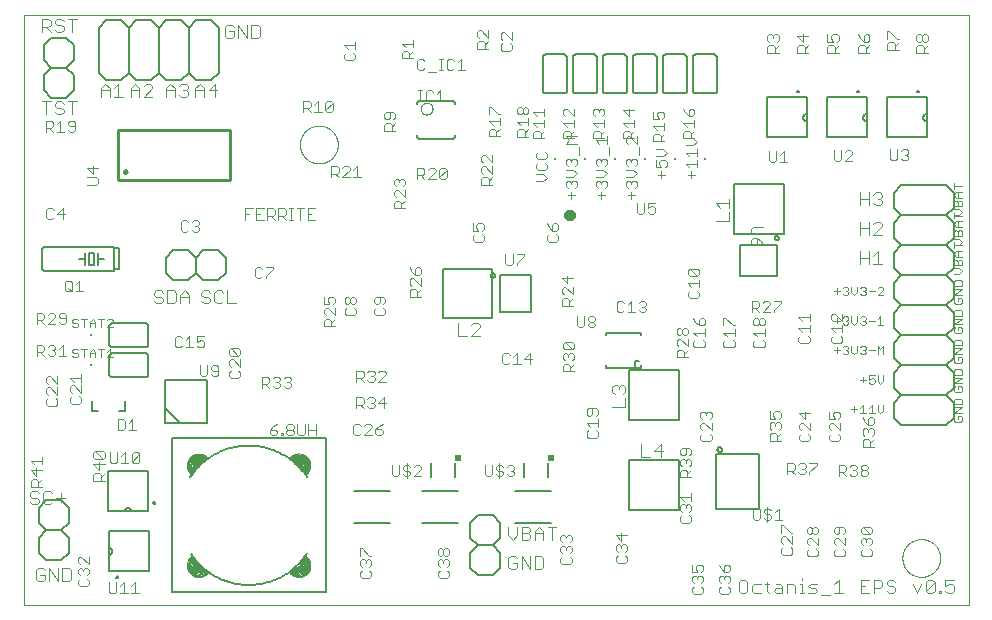
<source format=gto>
G75*
%MOIN*%
%OFA0B0*%
%FSLAX25Y25*%
%IPPOS*%
%LPD*%
%AMOC8*
5,1,8,0,0,1.08239X$1,22.5*
%
%ADD10C,0.00000*%
%ADD11C,0.00300*%
%ADD12C,0.00400*%
%ADD13C,0.01969*%
%ADD14C,0.01000*%
%ADD15C,0.00600*%
%ADD16C,0.00200*%
%ADD17C,0.00500*%
%ADD18R,0.00984X0.00984*%
%ADD19R,0.02000X0.02000*%
%ADD20C,0.00591*%
%ADD21C,0.00800*%
D10*
X0027103Y0012487D02*
X0027103Y0209337D01*
X0342063Y0209337D01*
X0342063Y0012487D01*
X0027103Y0012487D01*
X0119229Y0166030D02*
X0119231Y0166188D01*
X0119237Y0166346D01*
X0119247Y0166504D01*
X0119261Y0166662D01*
X0119279Y0166819D01*
X0119300Y0166976D01*
X0119326Y0167132D01*
X0119356Y0167288D01*
X0119389Y0167443D01*
X0119427Y0167596D01*
X0119468Y0167749D01*
X0119513Y0167901D01*
X0119562Y0168052D01*
X0119615Y0168201D01*
X0119671Y0168349D01*
X0119731Y0168495D01*
X0119795Y0168640D01*
X0119863Y0168783D01*
X0119934Y0168925D01*
X0120008Y0169065D01*
X0120086Y0169202D01*
X0120168Y0169338D01*
X0120252Y0169472D01*
X0120341Y0169603D01*
X0120432Y0169732D01*
X0120527Y0169859D01*
X0120624Y0169984D01*
X0120725Y0170106D01*
X0120829Y0170225D01*
X0120936Y0170342D01*
X0121046Y0170456D01*
X0121159Y0170567D01*
X0121274Y0170676D01*
X0121392Y0170781D01*
X0121513Y0170883D01*
X0121636Y0170983D01*
X0121762Y0171079D01*
X0121890Y0171172D01*
X0122020Y0171262D01*
X0122153Y0171348D01*
X0122288Y0171432D01*
X0122424Y0171511D01*
X0122563Y0171588D01*
X0122704Y0171660D01*
X0122846Y0171730D01*
X0122990Y0171795D01*
X0123136Y0171857D01*
X0123283Y0171915D01*
X0123432Y0171970D01*
X0123582Y0172021D01*
X0123733Y0172068D01*
X0123885Y0172111D01*
X0124038Y0172150D01*
X0124193Y0172186D01*
X0124348Y0172217D01*
X0124504Y0172245D01*
X0124660Y0172269D01*
X0124817Y0172289D01*
X0124975Y0172305D01*
X0125132Y0172317D01*
X0125291Y0172325D01*
X0125449Y0172329D01*
X0125607Y0172329D01*
X0125765Y0172325D01*
X0125924Y0172317D01*
X0126081Y0172305D01*
X0126239Y0172289D01*
X0126396Y0172269D01*
X0126552Y0172245D01*
X0126708Y0172217D01*
X0126863Y0172186D01*
X0127018Y0172150D01*
X0127171Y0172111D01*
X0127323Y0172068D01*
X0127474Y0172021D01*
X0127624Y0171970D01*
X0127773Y0171915D01*
X0127920Y0171857D01*
X0128066Y0171795D01*
X0128210Y0171730D01*
X0128352Y0171660D01*
X0128493Y0171588D01*
X0128632Y0171511D01*
X0128768Y0171432D01*
X0128903Y0171348D01*
X0129036Y0171262D01*
X0129166Y0171172D01*
X0129294Y0171079D01*
X0129420Y0170983D01*
X0129543Y0170883D01*
X0129664Y0170781D01*
X0129782Y0170676D01*
X0129897Y0170567D01*
X0130010Y0170456D01*
X0130120Y0170342D01*
X0130227Y0170225D01*
X0130331Y0170106D01*
X0130432Y0169984D01*
X0130529Y0169859D01*
X0130624Y0169732D01*
X0130715Y0169603D01*
X0130804Y0169472D01*
X0130888Y0169338D01*
X0130970Y0169202D01*
X0131048Y0169065D01*
X0131122Y0168925D01*
X0131193Y0168783D01*
X0131261Y0168640D01*
X0131325Y0168495D01*
X0131385Y0168349D01*
X0131441Y0168201D01*
X0131494Y0168052D01*
X0131543Y0167901D01*
X0131588Y0167749D01*
X0131629Y0167596D01*
X0131667Y0167443D01*
X0131700Y0167288D01*
X0131730Y0167132D01*
X0131756Y0166976D01*
X0131777Y0166819D01*
X0131795Y0166662D01*
X0131809Y0166504D01*
X0131819Y0166346D01*
X0131825Y0166188D01*
X0131827Y0166030D01*
X0131825Y0165872D01*
X0131819Y0165714D01*
X0131809Y0165556D01*
X0131795Y0165398D01*
X0131777Y0165241D01*
X0131756Y0165084D01*
X0131730Y0164928D01*
X0131700Y0164772D01*
X0131667Y0164617D01*
X0131629Y0164464D01*
X0131588Y0164311D01*
X0131543Y0164159D01*
X0131494Y0164008D01*
X0131441Y0163859D01*
X0131385Y0163711D01*
X0131325Y0163565D01*
X0131261Y0163420D01*
X0131193Y0163277D01*
X0131122Y0163135D01*
X0131048Y0162995D01*
X0130970Y0162858D01*
X0130888Y0162722D01*
X0130804Y0162588D01*
X0130715Y0162457D01*
X0130624Y0162328D01*
X0130529Y0162201D01*
X0130432Y0162076D01*
X0130331Y0161954D01*
X0130227Y0161835D01*
X0130120Y0161718D01*
X0130010Y0161604D01*
X0129897Y0161493D01*
X0129782Y0161384D01*
X0129664Y0161279D01*
X0129543Y0161177D01*
X0129420Y0161077D01*
X0129294Y0160981D01*
X0129166Y0160888D01*
X0129036Y0160798D01*
X0128903Y0160712D01*
X0128768Y0160628D01*
X0128632Y0160549D01*
X0128493Y0160472D01*
X0128352Y0160400D01*
X0128210Y0160330D01*
X0128066Y0160265D01*
X0127920Y0160203D01*
X0127773Y0160145D01*
X0127624Y0160090D01*
X0127474Y0160039D01*
X0127323Y0159992D01*
X0127171Y0159949D01*
X0127018Y0159910D01*
X0126863Y0159874D01*
X0126708Y0159843D01*
X0126552Y0159815D01*
X0126396Y0159791D01*
X0126239Y0159771D01*
X0126081Y0159755D01*
X0125924Y0159743D01*
X0125765Y0159735D01*
X0125607Y0159731D01*
X0125449Y0159731D01*
X0125291Y0159735D01*
X0125132Y0159743D01*
X0124975Y0159755D01*
X0124817Y0159771D01*
X0124660Y0159791D01*
X0124504Y0159815D01*
X0124348Y0159843D01*
X0124193Y0159874D01*
X0124038Y0159910D01*
X0123885Y0159949D01*
X0123733Y0159992D01*
X0123582Y0160039D01*
X0123432Y0160090D01*
X0123283Y0160145D01*
X0123136Y0160203D01*
X0122990Y0160265D01*
X0122846Y0160330D01*
X0122704Y0160400D01*
X0122563Y0160472D01*
X0122424Y0160549D01*
X0122288Y0160628D01*
X0122153Y0160712D01*
X0122020Y0160798D01*
X0121890Y0160888D01*
X0121762Y0160981D01*
X0121636Y0161077D01*
X0121513Y0161177D01*
X0121392Y0161279D01*
X0121274Y0161384D01*
X0121159Y0161493D01*
X0121046Y0161604D01*
X0120936Y0161718D01*
X0120829Y0161835D01*
X0120725Y0161954D01*
X0120624Y0162076D01*
X0120527Y0162201D01*
X0120432Y0162328D01*
X0120341Y0162457D01*
X0120252Y0162588D01*
X0120168Y0162722D01*
X0120086Y0162858D01*
X0120008Y0162995D01*
X0119934Y0163135D01*
X0119863Y0163277D01*
X0119795Y0163420D01*
X0119731Y0163565D01*
X0119671Y0163711D01*
X0119615Y0163859D01*
X0119562Y0164008D01*
X0119513Y0164159D01*
X0119468Y0164311D01*
X0119427Y0164464D01*
X0119389Y0164617D01*
X0119356Y0164772D01*
X0119326Y0164928D01*
X0119300Y0165084D01*
X0119279Y0165241D01*
X0119261Y0165398D01*
X0119247Y0165556D01*
X0119237Y0165714D01*
X0119231Y0165872D01*
X0119229Y0166030D01*
X0320016Y0028235D02*
X0320018Y0028393D01*
X0320024Y0028551D01*
X0320034Y0028709D01*
X0320048Y0028867D01*
X0320066Y0029024D01*
X0320087Y0029181D01*
X0320113Y0029337D01*
X0320143Y0029493D01*
X0320176Y0029648D01*
X0320214Y0029801D01*
X0320255Y0029954D01*
X0320300Y0030106D01*
X0320349Y0030257D01*
X0320402Y0030406D01*
X0320458Y0030554D01*
X0320518Y0030700D01*
X0320582Y0030845D01*
X0320650Y0030988D01*
X0320721Y0031130D01*
X0320795Y0031270D01*
X0320873Y0031407D01*
X0320955Y0031543D01*
X0321039Y0031677D01*
X0321128Y0031808D01*
X0321219Y0031937D01*
X0321314Y0032064D01*
X0321411Y0032189D01*
X0321512Y0032311D01*
X0321616Y0032430D01*
X0321723Y0032547D01*
X0321833Y0032661D01*
X0321946Y0032772D01*
X0322061Y0032881D01*
X0322179Y0032986D01*
X0322300Y0033088D01*
X0322423Y0033188D01*
X0322549Y0033284D01*
X0322677Y0033377D01*
X0322807Y0033467D01*
X0322940Y0033553D01*
X0323075Y0033637D01*
X0323211Y0033716D01*
X0323350Y0033793D01*
X0323491Y0033865D01*
X0323633Y0033935D01*
X0323777Y0034000D01*
X0323923Y0034062D01*
X0324070Y0034120D01*
X0324219Y0034175D01*
X0324369Y0034226D01*
X0324520Y0034273D01*
X0324672Y0034316D01*
X0324825Y0034355D01*
X0324980Y0034391D01*
X0325135Y0034422D01*
X0325291Y0034450D01*
X0325447Y0034474D01*
X0325604Y0034494D01*
X0325762Y0034510D01*
X0325919Y0034522D01*
X0326078Y0034530D01*
X0326236Y0034534D01*
X0326394Y0034534D01*
X0326552Y0034530D01*
X0326711Y0034522D01*
X0326868Y0034510D01*
X0327026Y0034494D01*
X0327183Y0034474D01*
X0327339Y0034450D01*
X0327495Y0034422D01*
X0327650Y0034391D01*
X0327805Y0034355D01*
X0327958Y0034316D01*
X0328110Y0034273D01*
X0328261Y0034226D01*
X0328411Y0034175D01*
X0328560Y0034120D01*
X0328707Y0034062D01*
X0328853Y0034000D01*
X0328997Y0033935D01*
X0329139Y0033865D01*
X0329280Y0033793D01*
X0329419Y0033716D01*
X0329555Y0033637D01*
X0329690Y0033553D01*
X0329823Y0033467D01*
X0329953Y0033377D01*
X0330081Y0033284D01*
X0330207Y0033188D01*
X0330330Y0033088D01*
X0330451Y0032986D01*
X0330569Y0032881D01*
X0330684Y0032772D01*
X0330797Y0032661D01*
X0330907Y0032547D01*
X0331014Y0032430D01*
X0331118Y0032311D01*
X0331219Y0032189D01*
X0331316Y0032064D01*
X0331411Y0031937D01*
X0331502Y0031808D01*
X0331591Y0031677D01*
X0331675Y0031543D01*
X0331757Y0031407D01*
X0331835Y0031270D01*
X0331909Y0031130D01*
X0331980Y0030988D01*
X0332048Y0030845D01*
X0332112Y0030700D01*
X0332172Y0030554D01*
X0332228Y0030406D01*
X0332281Y0030257D01*
X0332330Y0030106D01*
X0332375Y0029954D01*
X0332416Y0029801D01*
X0332454Y0029648D01*
X0332487Y0029493D01*
X0332517Y0029337D01*
X0332543Y0029181D01*
X0332564Y0029024D01*
X0332582Y0028867D01*
X0332596Y0028709D01*
X0332606Y0028551D01*
X0332612Y0028393D01*
X0332614Y0028235D01*
X0332612Y0028077D01*
X0332606Y0027919D01*
X0332596Y0027761D01*
X0332582Y0027603D01*
X0332564Y0027446D01*
X0332543Y0027289D01*
X0332517Y0027133D01*
X0332487Y0026977D01*
X0332454Y0026822D01*
X0332416Y0026669D01*
X0332375Y0026516D01*
X0332330Y0026364D01*
X0332281Y0026213D01*
X0332228Y0026064D01*
X0332172Y0025916D01*
X0332112Y0025770D01*
X0332048Y0025625D01*
X0331980Y0025482D01*
X0331909Y0025340D01*
X0331835Y0025200D01*
X0331757Y0025063D01*
X0331675Y0024927D01*
X0331591Y0024793D01*
X0331502Y0024662D01*
X0331411Y0024533D01*
X0331316Y0024406D01*
X0331219Y0024281D01*
X0331118Y0024159D01*
X0331014Y0024040D01*
X0330907Y0023923D01*
X0330797Y0023809D01*
X0330684Y0023698D01*
X0330569Y0023589D01*
X0330451Y0023484D01*
X0330330Y0023382D01*
X0330207Y0023282D01*
X0330081Y0023186D01*
X0329953Y0023093D01*
X0329823Y0023003D01*
X0329690Y0022917D01*
X0329555Y0022833D01*
X0329419Y0022754D01*
X0329280Y0022677D01*
X0329139Y0022605D01*
X0328997Y0022535D01*
X0328853Y0022470D01*
X0328707Y0022408D01*
X0328560Y0022350D01*
X0328411Y0022295D01*
X0328261Y0022244D01*
X0328110Y0022197D01*
X0327958Y0022154D01*
X0327805Y0022115D01*
X0327650Y0022079D01*
X0327495Y0022048D01*
X0327339Y0022020D01*
X0327183Y0021996D01*
X0327026Y0021976D01*
X0326868Y0021960D01*
X0326711Y0021948D01*
X0326552Y0021940D01*
X0326394Y0021936D01*
X0326236Y0021936D01*
X0326078Y0021940D01*
X0325919Y0021948D01*
X0325762Y0021960D01*
X0325604Y0021976D01*
X0325447Y0021996D01*
X0325291Y0022020D01*
X0325135Y0022048D01*
X0324980Y0022079D01*
X0324825Y0022115D01*
X0324672Y0022154D01*
X0324520Y0022197D01*
X0324369Y0022244D01*
X0324219Y0022295D01*
X0324070Y0022350D01*
X0323923Y0022408D01*
X0323777Y0022470D01*
X0323633Y0022535D01*
X0323491Y0022605D01*
X0323350Y0022677D01*
X0323211Y0022754D01*
X0323075Y0022833D01*
X0322940Y0022917D01*
X0322807Y0023003D01*
X0322677Y0023093D01*
X0322549Y0023186D01*
X0322423Y0023282D01*
X0322300Y0023382D01*
X0322179Y0023484D01*
X0322061Y0023589D01*
X0321946Y0023698D01*
X0321833Y0023809D01*
X0321723Y0023923D01*
X0321616Y0024040D01*
X0321512Y0024159D01*
X0321411Y0024281D01*
X0321314Y0024406D01*
X0321219Y0024533D01*
X0321128Y0024662D01*
X0321039Y0024793D01*
X0320955Y0024927D01*
X0320873Y0025063D01*
X0320795Y0025200D01*
X0320721Y0025340D01*
X0320650Y0025482D01*
X0320582Y0025625D01*
X0320518Y0025770D01*
X0320458Y0025916D01*
X0320402Y0026064D01*
X0320349Y0026213D01*
X0320300Y0026364D01*
X0320255Y0026516D01*
X0320214Y0026669D01*
X0320176Y0026822D01*
X0320143Y0026977D01*
X0320113Y0027133D01*
X0320087Y0027289D01*
X0320066Y0027446D01*
X0320048Y0027603D01*
X0320034Y0027761D01*
X0320024Y0027919D01*
X0320018Y0028077D01*
X0320016Y0028235D01*
D11*
X0309906Y0029396D02*
X0309906Y0030630D01*
X0309288Y0031247D01*
X0309288Y0032462D02*
X0309906Y0033079D01*
X0309906Y0034313D01*
X0309288Y0034930D01*
X0308671Y0034930D01*
X0308054Y0034313D01*
X0308054Y0033696D01*
X0308054Y0034313D02*
X0307437Y0034930D01*
X0306820Y0034930D01*
X0306202Y0034313D01*
X0306202Y0033079D01*
X0306820Y0032462D01*
X0306820Y0031247D02*
X0306202Y0030630D01*
X0306202Y0029396D01*
X0306820Y0028778D01*
X0309288Y0028778D01*
X0309906Y0029396D01*
X0309288Y0036145D02*
X0306820Y0036145D01*
X0306202Y0036762D01*
X0306202Y0037996D01*
X0306820Y0038613D01*
X0309288Y0036145D01*
X0309906Y0036762D01*
X0309906Y0037996D01*
X0309288Y0038613D01*
X0306820Y0038613D01*
X0300890Y0037996D02*
X0300273Y0038613D01*
X0297804Y0038613D01*
X0297187Y0037996D01*
X0297187Y0036762D01*
X0297804Y0036145D01*
X0298421Y0036145D01*
X0299038Y0036762D01*
X0299038Y0038613D01*
X0300890Y0037996D02*
X0300890Y0036762D01*
X0300273Y0036145D01*
X0300890Y0034930D02*
X0300890Y0032462D01*
X0298421Y0034930D01*
X0297804Y0034930D01*
X0297187Y0034313D01*
X0297187Y0033079D01*
X0297804Y0032462D01*
X0297804Y0031247D02*
X0297187Y0030630D01*
X0297187Y0029396D01*
X0297804Y0028778D01*
X0300273Y0028778D01*
X0300890Y0029396D01*
X0300890Y0030630D01*
X0300273Y0031247D01*
X0291874Y0030630D02*
X0291874Y0029396D01*
X0291257Y0028778D01*
X0288788Y0028778D01*
X0288171Y0029396D01*
X0288171Y0030630D01*
X0288788Y0031247D01*
X0288788Y0032462D02*
X0288171Y0033079D01*
X0288171Y0034313D01*
X0288788Y0034930D01*
X0289405Y0034930D01*
X0291874Y0032462D01*
X0291874Y0034930D01*
X0291257Y0036145D02*
X0290640Y0036145D01*
X0290023Y0036762D01*
X0290023Y0037996D01*
X0290640Y0038613D01*
X0291257Y0038613D01*
X0291874Y0037996D01*
X0291874Y0036762D01*
X0291257Y0036145D01*
X0290023Y0036762D02*
X0289405Y0036145D01*
X0288788Y0036145D01*
X0288171Y0036762D01*
X0288171Y0037996D01*
X0288788Y0038613D01*
X0289405Y0038613D01*
X0290023Y0037996D01*
X0283390Y0036676D02*
X0282773Y0036676D01*
X0280304Y0039145D01*
X0279687Y0039145D01*
X0279687Y0036676D01*
X0280304Y0035462D02*
X0279687Y0034845D01*
X0279687Y0033610D01*
X0280304Y0032993D01*
X0280304Y0031779D02*
X0279687Y0031161D01*
X0279687Y0029927D01*
X0280304Y0029310D01*
X0282773Y0029310D01*
X0283390Y0029927D01*
X0283390Y0031161D01*
X0282773Y0031779D01*
X0283390Y0032993D02*
X0280921Y0035462D01*
X0280304Y0035462D01*
X0283390Y0035462D02*
X0283390Y0032993D01*
X0291257Y0031247D02*
X0291874Y0030630D01*
X0279962Y0040983D02*
X0277493Y0040983D01*
X0278728Y0040983D02*
X0278728Y0044686D01*
X0277493Y0043452D01*
X0276279Y0044069D02*
X0275662Y0044686D01*
X0274427Y0044686D01*
X0273810Y0044069D01*
X0273810Y0043452D01*
X0274427Y0042835D01*
X0275662Y0042835D01*
X0276279Y0042217D01*
X0276279Y0041600D01*
X0275662Y0040983D01*
X0274427Y0040983D01*
X0273810Y0041600D01*
X0272596Y0041600D02*
X0272596Y0044686D01*
X0270127Y0044686D02*
X0270127Y0041600D01*
X0270744Y0040983D01*
X0271978Y0040983D01*
X0272596Y0041600D01*
X0275044Y0040366D02*
X0275044Y0045303D01*
X0281656Y0056137D02*
X0281656Y0059840D01*
X0283508Y0059840D01*
X0284125Y0059223D01*
X0284125Y0057988D01*
X0283508Y0057371D01*
X0281656Y0057371D01*
X0282891Y0057371D02*
X0284125Y0056137D01*
X0285339Y0056754D02*
X0285956Y0056137D01*
X0287191Y0056137D01*
X0287808Y0056754D01*
X0287808Y0057371D01*
X0287191Y0057988D01*
X0286574Y0057988D01*
X0287191Y0057988D02*
X0287808Y0058605D01*
X0287808Y0059223D01*
X0287191Y0059840D01*
X0285956Y0059840D01*
X0285339Y0059223D01*
X0289022Y0059840D02*
X0291491Y0059840D01*
X0291491Y0059223D01*
X0289022Y0056754D01*
X0289022Y0056137D01*
X0298743Y0055625D02*
X0298743Y0059328D01*
X0300594Y0059328D01*
X0301212Y0058711D01*
X0301212Y0057476D01*
X0300594Y0056859D01*
X0298743Y0056859D01*
X0299977Y0056859D02*
X0301212Y0055625D01*
X0302426Y0056242D02*
X0303043Y0055625D01*
X0304277Y0055625D01*
X0304895Y0056242D01*
X0304895Y0056859D01*
X0304277Y0057476D01*
X0303660Y0057476D01*
X0304277Y0057476D02*
X0304895Y0058094D01*
X0304895Y0058711D01*
X0304277Y0059328D01*
X0303043Y0059328D01*
X0302426Y0058711D01*
X0306109Y0058711D02*
X0306109Y0058094D01*
X0306726Y0057476D01*
X0307961Y0057476D01*
X0308578Y0056859D01*
X0308578Y0056242D01*
X0307961Y0055625D01*
X0306726Y0055625D01*
X0306109Y0056242D01*
X0306109Y0056859D01*
X0306726Y0057476D01*
X0307961Y0057476D02*
X0308578Y0058094D01*
X0308578Y0058711D01*
X0307961Y0059328D01*
X0306726Y0059328D01*
X0306109Y0058711D01*
X0306773Y0065294D02*
X0306773Y0067146D01*
X0307391Y0067763D01*
X0308625Y0067763D01*
X0309242Y0067146D01*
X0309242Y0065294D01*
X0310476Y0065294D02*
X0306773Y0065294D01*
X0309242Y0066529D02*
X0310476Y0067763D01*
X0309859Y0068977D02*
X0310476Y0069594D01*
X0310476Y0070829D01*
X0309859Y0071446D01*
X0309242Y0071446D01*
X0308625Y0070829D01*
X0308625Y0070212D01*
X0308625Y0070829D02*
X0308008Y0071446D01*
X0307391Y0071446D01*
X0306773Y0070829D01*
X0306773Y0069594D01*
X0307391Y0068977D01*
X0308625Y0072660D02*
X0308625Y0074512D01*
X0309242Y0075129D01*
X0309859Y0075129D01*
X0310476Y0074512D01*
X0310476Y0073278D01*
X0309859Y0072660D01*
X0308625Y0072660D01*
X0307391Y0073895D01*
X0306773Y0075129D01*
X0306905Y0076416D02*
X0306905Y0079268D01*
X0305954Y0078318D01*
X0304955Y0077842D02*
X0303054Y0077842D01*
X0304005Y0078793D02*
X0304005Y0076892D01*
X0305954Y0076416D02*
X0307855Y0076416D01*
X0308854Y0076416D02*
X0310756Y0076416D01*
X0309805Y0076416D02*
X0309805Y0079268D01*
X0308854Y0078318D01*
X0311754Y0079268D02*
X0311754Y0077367D01*
X0312705Y0076416D01*
X0313656Y0077367D01*
X0313656Y0079268D01*
X0312705Y0086259D02*
X0313656Y0087209D01*
X0313656Y0089111D01*
X0311754Y0089111D02*
X0311754Y0087209D01*
X0312705Y0086259D01*
X0310756Y0086734D02*
X0310280Y0086259D01*
X0309330Y0086259D01*
X0308854Y0086734D01*
X0308854Y0087685D02*
X0309805Y0088160D01*
X0310280Y0088160D01*
X0310756Y0087685D01*
X0310756Y0086734D01*
X0308854Y0087685D02*
X0308854Y0089111D01*
X0310756Y0089111D01*
X0307855Y0087685D02*
X0305954Y0087685D01*
X0306905Y0088635D02*
X0306905Y0086734D01*
X0307380Y0096101D02*
X0306429Y0096101D01*
X0305954Y0096577D01*
X0304955Y0097052D02*
X0304955Y0098953D01*
X0305954Y0098478D02*
X0306429Y0098953D01*
X0307380Y0098953D01*
X0307855Y0098478D01*
X0307855Y0098003D01*
X0307380Y0097527D01*
X0307855Y0097052D01*
X0307855Y0096577D01*
X0307380Y0096101D01*
X0307380Y0097527D02*
X0306905Y0097527D01*
X0308854Y0097527D02*
X0310756Y0097527D01*
X0311754Y0096101D02*
X0311754Y0098953D01*
X0312705Y0098003D01*
X0313656Y0098953D01*
X0313656Y0096101D01*
X0304955Y0097052D02*
X0304005Y0096101D01*
X0303054Y0097052D01*
X0303054Y0098953D01*
X0302055Y0098478D02*
X0302055Y0098003D01*
X0301580Y0097527D01*
X0302055Y0097052D01*
X0302055Y0096577D01*
X0301580Y0096101D01*
X0300629Y0096101D01*
X0300154Y0096577D01*
X0301105Y0097527D02*
X0301580Y0097527D01*
X0302055Y0098478D02*
X0301580Y0098953D01*
X0300629Y0098953D01*
X0300154Y0098478D01*
X0299155Y0097527D02*
X0297254Y0097527D01*
X0298204Y0096577D02*
X0298204Y0098478D01*
X0299430Y0099855D02*
X0296961Y0099855D01*
X0296344Y0100472D01*
X0296344Y0101707D01*
X0296961Y0102324D01*
X0297579Y0103538D02*
X0296344Y0104772D01*
X0300047Y0104772D01*
X0300047Y0103538D02*
X0300047Y0106007D01*
X0300154Y0106419D02*
X0300629Y0105944D01*
X0301580Y0105944D01*
X0302055Y0106419D01*
X0302055Y0106894D01*
X0301580Y0107370D01*
X0301105Y0107370D01*
X0301580Y0107370D02*
X0302055Y0107845D01*
X0302055Y0108320D01*
X0301580Y0108796D01*
X0300629Y0108796D01*
X0300154Y0108320D01*
X0300047Y0107221D02*
X0300047Y0109690D01*
X0298204Y0108320D02*
X0298204Y0106419D01*
X0297254Y0107370D02*
X0299155Y0107370D01*
X0300047Y0107221D02*
X0297579Y0109690D01*
X0296961Y0109690D01*
X0296344Y0109073D01*
X0296344Y0107838D01*
X0296961Y0107221D01*
X0299430Y0102324D02*
X0300047Y0101707D01*
X0300047Y0100472D01*
X0299430Y0099855D01*
X0304005Y0105944D02*
X0304955Y0106894D01*
X0304955Y0108796D01*
X0305954Y0108320D02*
X0306429Y0108796D01*
X0307380Y0108796D01*
X0307855Y0108320D01*
X0307855Y0107845D01*
X0307380Y0107370D01*
X0307855Y0106894D01*
X0307855Y0106419D01*
X0307380Y0105944D01*
X0306429Y0105944D01*
X0305954Y0106419D01*
X0306905Y0107370D02*
X0307380Y0107370D01*
X0308854Y0107370D02*
X0310756Y0107370D01*
X0311754Y0107845D02*
X0312705Y0108796D01*
X0312705Y0105944D01*
X0311754Y0105944D02*
X0313656Y0105944D01*
X0304005Y0105944D02*
X0303054Y0106894D01*
X0303054Y0108796D01*
X0304005Y0115786D02*
X0304955Y0116737D01*
X0304955Y0118638D01*
X0305954Y0118163D02*
X0306429Y0118638D01*
X0307380Y0118638D01*
X0307855Y0118163D01*
X0307855Y0117688D01*
X0307380Y0117212D01*
X0307855Y0116737D01*
X0307855Y0116262D01*
X0307380Y0115786D01*
X0306429Y0115786D01*
X0305954Y0116262D01*
X0306905Y0117212D02*
X0307380Y0117212D01*
X0308854Y0117212D02*
X0310756Y0117212D01*
X0311754Y0118163D02*
X0312230Y0118638D01*
X0313180Y0118638D01*
X0313656Y0118163D01*
X0313656Y0117688D01*
X0311754Y0115786D01*
X0313656Y0115786D01*
X0304005Y0115786D02*
X0303054Y0116737D01*
X0303054Y0118638D01*
X0302055Y0118163D02*
X0302055Y0117688D01*
X0301580Y0117212D01*
X0302055Y0116737D01*
X0302055Y0116262D01*
X0301580Y0115786D01*
X0300629Y0115786D01*
X0300154Y0116262D01*
X0301105Y0117212D02*
X0301580Y0117212D01*
X0302055Y0118163D02*
X0301580Y0118638D01*
X0300629Y0118638D01*
X0300154Y0118163D01*
X0299155Y0117212D02*
X0297254Y0117212D01*
X0298204Y0116262D02*
X0298204Y0118163D01*
X0289063Y0109690D02*
X0289063Y0107221D01*
X0289063Y0106007D02*
X0289063Y0103538D01*
X0289063Y0104772D02*
X0285360Y0104772D01*
X0286594Y0103538D01*
X0285977Y0102324D02*
X0285360Y0101707D01*
X0285360Y0100472D01*
X0285977Y0099855D01*
X0288446Y0099855D01*
X0289063Y0100472D01*
X0289063Y0101707D01*
X0288446Y0102324D01*
X0286594Y0107221D02*
X0285360Y0108456D01*
X0289063Y0108456D01*
X0279588Y0113380D02*
X0277119Y0110911D01*
X0277119Y0110294D01*
X0275905Y0110294D02*
X0273436Y0110294D01*
X0275905Y0112763D01*
X0275905Y0113380D01*
X0275288Y0113997D01*
X0274053Y0113997D01*
X0273436Y0113380D01*
X0272222Y0113380D02*
X0272222Y0112146D01*
X0271604Y0111529D01*
X0269753Y0111529D01*
X0270987Y0111529D02*
X0272222Y0110294D01*
X0272829Y0108233D02*
X0273446Y0108233D01*
X0274063Y0107616D01*
X0274063Y0106382D01*
X0273446Y0105765D01*
X0272829Y0105765D01*
X0272212Y0106382D01*
X0272212Y0107616D01*
X0272829Y0108233D01*
X0272212Y0107616D02*
X0271594Y0108233D01*
X0270977Y0108233D01*
X0270360Y0107616D01*
X0270360Y0106382D01*
X0270977Y0105765D01*
X0271594Y0105765D01*
X0272212Y0106382D01*
X0274063Y0104550D02*
X0274063Y0102081D01*
X0274063Y0103316D02*
X0270360Y0103316D01*
X0271594Y0102081D01*
X0270977Y0100867D02*
X0270360Y0100250D01*
X0270360Y0099015D01*
X0270977Y0098398D01*
X0273446Y0098398D01*
X0274063Y0099015D01*
X0274063Y0100250D01*
X0273446Y0100867D01*
X0264063Y0100250D02*
X0264063Y0099015D01*
X0263446Y0098398D01*
X0260977Y0098398D01*
X0260360Y0099015D01*
X0260360Y0100250D01*
X0260977Y0100867D01*
X0261594Y0102081D02*
X0260360Y0103316D01*
X0264063Y0103316D01*
X0264063Y0104550D02*
X0264063Y0102081D01*
X0263446Y0100867D02*
X0264063Y0100250D01*
X0264063Y0105765D02*
X0263446Y0105765D01*
X0260977Y0108233D01*
X0260360Y0108233D01*
X0260360Y0105765D01*
X0254063Y0106382D02*
X0253446Y0105765D01*
X0252212Y0105765D01*
X0252212Y0107616D01*
X0252829Y0108233D01*
X0253446Y0108233D01*
X0254063Y0107616D01*
X0254063Y0106382D01*
X0254063Y0104550D02*
X0254063Y0102081D01*
X0254063Y0103316D02*
X0250360Y0103316D01*
X0251594Y0102081D01*
X0250977Y0100867D02*
X0250360Y0100250D01*
X0250360Y0099015D01*
X0250977Y0098398D01*
X0253446Y0098398D01*
X0254063Y0099015D01*
X0254063Y0100250D01*
X0253446Y0100867D01*
X0248453Y0101302D02*
X0248453Y0098833D01*
X0245984Y0101302D01*
X0245367Y0101302D01*
X0244750Y0100685D01*
X0244750Y0099451D01*
X0245367Y0098833D01*
X0245367Y0097619D02*
X0246601Y0097619D01*
X0247218Y0097002D01*
X0247218Y0095150D01*
X0247218Y0096385D02*
X0248453Y0097619D01*
X0248453Y0095150D02*
X0244750Y0095150D01*
X0244750Y0097002D01*
X0245367Y0097619D01*
X0245367Y0102516D02*
X0245984Y0102516D01*
X0246601Y0103134D01*
X0246601Y0104368D01*
X0247218Y0104985D01*
X0247836Y0104985D01*
X0248453Y0104368D01*
X0248453Y0103134D01*
X0247836Y0102516D01*
X0247218Y0102516D01*
X0246601Y0103134D01*
X0246601Y0104368D02*
X0245984Y0104985D01*
X0245367Y0104985D01*
X0244750Y0104368D01*
X0244750Y0103134D01*
X0245367Y0102516D01*
X0250977Y0106999D02*
X0252212Y0105765D01*
X0250977Y0106999D02*
X0250360Y0108233D01*
X0251556Y0114855D02*
X0249087Y0114855D01*
X0248470Y0115472D01*
X0248470Y0116707D01*
X0249087Y0117324D01*
X0249705Y0118538D02*
X0248470Y0119772D01*
X0252173Y0119772D01*
X0252173Y0118538D02*
X0252173Y0121007D01*
X0251556Y0122221D02*
X0249087Y0124690D01*
X0251556Y0124690D01*
X0252173Y0124073D01*
X0252173Y0122838D01*
X0251556Y0122221D01*
X0249087Y0122221D01*
X0248470Y0122838D01*
X0248470Y0124073D01*
X0249087Y0124690D01*
X0251556Y0117324D02*
X0252173Y0116707D01*
X0252173Y0115472D01*
X0251556Y0114855D01*
X0234588Y0113223D02*
X0234588Y0112605D01*
X0233971Y0111988D01*
X0234588Y0111371D01*
X0234588Y0110754D01*
X0233971Y0110137D01*
X0232736Y0110137D01*
X0232119Y0110754D01*
X0230905Y0110137D02*
X0228436Y0110137D01*
X0229670Y0110137D02*
X0229670Y0113840D01*
X0228436Y0112605D01*
X0227222Y0113223D02*
X0226604Y0113840D01*
X0225370Y0113840D01*
X0224753Y0113223D01*
X0224753Y0110754D01*
X0225370Y0110137D01*
X0226604Y0110137D01*
X0227222Y0110754D01*
X0232119Y0113223D02*
X0232736Y0113840D01*
X0233971Y0113840D01*
X0234588Y0113223D01*
X0233971Y0111988D02*
X0233354Y0111988D01*
X0217657Y0108203D02*
X0217657Y0107586D01*
X0217040Y0106969D01*
X0215805Y0106969D01*
X0215188Y0107586D01*
X0215188Y0108203D01*
X0215805Y0108820D01*
X0217040Y0108820D01*
X0217657Y0108203D01*
X0217040Y0106969D02*
X0217657Y0106351D01*
X0217657Y0105734D01*
X0217040Y0105117D01*
X0215805Y0105117D01*
X0215188Y0105734D01*
X0215188Y0106351D01*
X0215805Y0106969D01*
X0213974Y0105734D02*
X0213974Y0108820D01*
X0211505Y0108820D02*
X0211505Y0105734D01*
X0212122Y0105117D01*
X0213356Y0105117D01*
X0213974Y0105734D01*
X0209899Y0100247D02*
X0207430Y0100247D01*
X0209899Y0097779D01*
X0210516Y0098396D01*
X0210516Y0099630D01*
X0209899Y0100247D01*
X0209899Y0097779D02*
X0207430Y0097779D01*
X0206813Y0098396D01*
X0206813Y0099630D01*
X0207430Y0100247D01*
X0207430Y0096564D02*
X0208047Y0096564D01*
X0208664Y0095947D01*
X0209281Y0096564D01*
X0209899Y0096564D01*
X0210516Y0095947D01*
X0210516Y0094713D01*
X0209899Y0094095D01*
X0210516Y0092881D02*
X0209281Y0091647D01*
X0209281Y0092264D02*
X0209281Y0090412D01*
X0210516Y0090412D02*
X0206813Y0090412D01*
X0206813Y0092264D01*
X0207430Y0092881D01*
X0208664Y0092881D01*
X0209281Y0092264D01*
X0207430Y0094095D02*
X0206813Y0094713D01*
X0206813Y0095947D01*
X0207430Y0096564D01*
X0208664Y0095947D02*
X0208664Y0095330D01*
X0196458Y0094646D02*
X0193989Y0094646D01*
X0195841Y0096497D01*
X0195841Y0092794D01*
X0192775Y0092794D02*
X0190306Y0092794D01*
X0191540Y0092794D02*
X0191540Y0096497D01*
X0190306Y0095263D01*
X0189092Y0095880D02*
X0188474Y0096497D01*
X0187240Y0096497D01*
X0186623Y0095880D01*
X0186623Y0093411D01*
X0187240Y0092794D01*
X0188474Y0092794D01*
X0189092Y0093411D01*
X0214765Y0077543D02*
X0215383Y0078161D01*
X0217851Y0078161D01*
X0218469Y0077543D01*
X0218469Y0076309D01*
X0217851Y0075692D01*
X0218469Y0074478D02*
X0218469Y0072009D01*
X0218469Y0073243D02*
X0214765Y0073243D01*
X0216000Y0072009D01*
X0215383Y0070794D02*
X0214765Y0070177D01*
X0214765Y0068943D01*
X0215383Y0068326D01*
X0217851Y0068326D01*
X0218469Y0068943D01*
X0218469Y0070177D01*
X0217851Y0070794D01*
X0216000Y0075692D02*
X0216617Y0076309D01*
X0216617Y0078161D01*
X0214765Y0077543D02*
X0214765Y0076309D01*
X0215383Y0075692D01*
X0216000Y0075692D01*
X0190633Y0058597D02*
X0190633Y0057979D01*
X0190016Y0057362D01*
X0190633Y0056745D01*
X0190633Y0056128D01*
X0190016Y0055511D01*
X0188781Y0055511D01*
X0188164Y0056128D01*
X0186950Y0056128D02*
X0186950Y0056745D01*
X0186333Y0057362D01*
X0185098Y0057362D01*
X0184481Y0057979D01*
X0184481Y0058597D01*
X0185098Y0059214D01*
X0186333Y0059214D01*
X0186950Y0058597D01*
X0188164Y0058597D02*
X0188781Y0059214D01*
X0190016Y0059214D01*
X0190633Y0058597D01*
X0190016Y0057362D02*
X0189399Y0057362D01*
X0186950Y0056128D02*
X0186333Y0055511D01*
X0185098Y0055511D01*
X0184481Y0056128D01*
X0183267Y0056128D02*
X0183267Y0059214D01*
X0180798Y0059214D02*
X0180798Y0056128D01*
X0181415Y0055511D01*
X0182649Y0055511D01*
X0183267Y0056128D01*
X0185715Y0054893D02*
X0185715Y0059831D01*
X0159649Y0058597D02*
X0159649Y0057979D01*
X0157180Y0055511D01*
X0159649Y0055511D01*
X0155966Y0056128D02*
X0155966Y0056745D01*
X0155348Y0057362D01*
X0154114Y0057362D01*
X0153497Y0057979D01*
X0153497Y0058597D01*
X0154114Y0059214D01*
X0155348Y0059214D01*
X0155966Y0058597D01*
X0157180Y0058597D02*
X0157797Y0059214D01*
X0159032Y0059214D01*
X0159649Y0058597D01*
X0154731Y0059831D02*
X0154731Y0054893D01*
X0154114Y0055511D02*
X0155348Y0055511D01*
X0155966Y0056128D01*
X0154114Y0055511D02*
X0153497Y0056128D01*
X0152282Y0056128D02*
X0152282Y0059214D01*
X0149814Y0059214D02*
X0149814Y0056128D01*
X0150431Y0055511D01*
X0151665Y0055511D01*
X0152282Y0056128D01*
X0146175Y0069271D02*
X0146793Y0069888D01*
X0146793Y0070505D01*
X0146175Y0071122D01*
X0144324Y0071122D01*
X0144324Y0069888D01*
X0144941Y0069271D01*
X0146175Y0069271D01*
X0144324Y0071122D02*
X0145558Y0072356D01*
X0146793Y0072974D01*
X0143109Y0072356D02*
X0142492Y0072974D01*
X0141258Y0072974D01*
X0140641Y0072356D01*
X0139426Y0072356D02*
X0138809Y0072974D01*
X0137575Y0072974D01*
X0136958Y0072356D01*
X0136958Y0069888D01*
X0137575Y0069271D01*
X0138809Y0069271D01*
X0139426Y0069888D01*
X0140641Y0069271D02*
X0143109Y0071739D01*
X0143109Y0072356D01*
X0143109Y0069271D02*
X0140641Y0069271D01*
X0140411Y0078129D02*
X0139176Y0079363D01*
X0139793Y0079363D02*
X0137942Y0079363D01*
X0137942Y0078129D02*
X0137942Y0081832D01*
X0139793Y0081832D01*
X0140411Y0081215D01*
X0140411Y0079980D01*
X0139793Y0079363D01*
X0141625Y0078746D02*
X0142242Y0078129D01*
X0143477Y0078129D01*
X0144094Y0078746D01*
X0144094Y0079363D01*
X0143477Y0079980D01*
X0142859Y0079980D01*
X0143477Y0079980D02*
X0144094Y0080598D01*
X0144094Y0081215D01*
X0143477Y0081832D01*
X0142242Y0081832D01*
X0141625Y0081215D01*
X0145308Y0079980D02*
X0147777Y0079980D01*
X0147160Y0078129D02*
X0147160Y0081832D01*
X0145308Y0079980D01*
X0145308Y0086987D02*
X0147777Y0089456D01*
X0147777Y0090073D01*
X0147160Y0090690D01*
X0145925Y0090690D01*
X0145308Y0090073D01*
X0144094Y0090073D02*
X0144094Y0089456D01*
X0143477Y0088839D01*
X0144094Y0088221D01*
X0144094Y0087604D01*
X0143477Y0086987D01*
X0142242Y0086987D01*
X0141625Y0087604D01*
X0140411Y0086987D02*
X0139176Y0088221D01*
X0139793Y0088221D02*
X0137942Y0088221D01*
X0137942Y0086987D02*
X0137942Y0090690D01*
X0139793Y0090690D01*
X0140411Y0090073D01*
X0140411Y0088839D01*
X0139793Y0088221D01*
X0141625Y0090073D02*
X0142242Y0090690D01*
X0143477Y0090690D01*
X0144094Y0090073D01*
X0143477Y0088839D02*
X0142859Y0088839D01*
X0145308Y0086987D02*
X0147777Y0086987D01*
X0124502Y0072915D02*
X0124502Y0069211D01*
X0124502Y0071063D02*
X0122034Y0071063D01*
X0120819Y0069829D02*
X0120819Y0072915D01*
X0122034Y0072915D02*
X0122034Y0069211D01*
X0120819Y0069829D02*
X0120202Y0069211D01*
X0118968Y0069211D01*
X0118350Y0069829D01*
X0118350Y0072915D01*
X0117136Y0072297D02*
X0117136Y0071680D01*
X0116519Y0071063D01*
X0115285Y0071063D01*
X0114667Y0071680D01*
X0114667Y0072297D01*
X0115285Y0072915D01*
X0116519Y0072915D01*
X0117136Y0072297D01*
X0116519Y0071063D02*
X0117136Y0070446D01*
X0117136Y0069829D01*
X0116519Y0069211D01*
X0115285Y0069211D01*
X0114667Y0069829D01*
X0114667Y0070446D01*
X0115285Y0071063D01*
X0113443Y0069829D02*
X0113443Y0069211D01*
X0112826Y0069211D01*
X0112826Y0069829D01*
X0113443Y0069829D01*
X0111611Y0069829D02*
X0111611Y0070446D01*
X0110994Y0071063D01*
X0109143Y0071063D01*
X0109143Y0069829D01*
X0109760Y0069211D01*
X0110994Y0069211D01*
X0111611Y0069829D01*
X0110377Y0072297D02*
X0109143Y0071063D01*
X0110377Y0072297D02*
X0111611Y0072915D01*
X0111980Y0085019D02*
X0110746Y0085019D01*
X0110129Y0085636D01*
X0108915Y0085019D02*
X0107680Y0086253D01*
X0108297Y0086253D02*
X0106446Y0086253D01*
X0106446Y0085019D02*
X0106446Y0088722D01*
X0108297Y0088722D01*
X0108915Y0088105D01*
X0108915Y0086870D01*
X0108297Y0086253D01*
X0110129Y0088105D02*
X0110746Y0088722D01*
X0111980Y0088722D01*
X0112598Y0088105D01*
X0112598Y0087487D01*
X0111980Y0086870D01*
X0112598Y0086253D01*
X0112598Y0085636D01*
X0111980Y0085019D01*
X0111980Y0086870D02*
X0111363Y0086870D01*
X0113812Y0085636D02*
X0114429Y0085019D01*
X0115664Y0085019D01*
X0116281Y0085636D01*
X0116281Y0086253D01*
X0115664Y0086870D01*
X0115046Y0086870D01*
X0115664Y0086870D02*
X0116281Y0087487D01*
X0116281Y0088105D01*
X0115664Y0088722D01*
X0114429Y0088722D01*
X0113812Y0088105D01*
X0099295Y0088864D02*
X0098678Y0088247D01*
X0096209Y0088247D01*
X0095592Y0088864D01*
X0095592Y0090098D01*
X0096209Y0090716D01*
X0096209Y0091930D02*
X0095592Y0092547D01*
X0095592Y0093782D01*
X0096209Y0094399D01*
X0096827Y0094399D01*
X0099295Y0091930D01*
X0099295Y0094399D01*
X0098678Y0095613D02*
X0096209Y0095613D01*
X0095592Y0096230D01*
X0095592Y0097465D01*
X0096209Y0098082D01*
X0098678Y0095613D01*
X0099295Y0096230D01*
X0099295Y0097465D01*
X0098678Y0098082D01*
X0096209Y0098082D01*
X0087304Y0099061D02*
X0086687Y0098444D01*
X0085453Y0098444D01*
X0084836Y0099061D01*
X0084836Y0100295D02*
X0086070Y0100913D01*
X0086687Y0100913D01*
X0087304Y0100295D01*
X0087304Y0099061D01*
X0084836Y0100295D02*
X0084836Y0102147D01*
X0087304Y0102147D01*
X0082387Y0102147D02*
X0082387Y0098444D01*
X0081153Y0098444D02*
X0083621Y0098444D01*
X0081153Y0100913D02*
X0082387Y0102147D01*
X0079938Y0101530D02*
X0079321Y0102147D01*
X0078087Y0102147D01*
X0077469Y0101530D01*
X0077469Y0099061D01*
X0078087Y0098444D01*
X0079321Y0098444D01*
X0079938Y0099061D01*
X0098678Y0090716D02*
X0099295Y0090098D01*
X0099295Y0088864D01*
X0127191Y0105465D02*
X0127191Y0107317D01*
X0127808Y0107934D01*
X0129042Y0107934D01*
X0129659Y0107317D01*
X0129659Y0105465D01*
X0129659Y0106700D02*
X0130894Y0107934D01*
X0130894Y0109148D02*
X0128425Y0111617D01*
X0127808Y0111617D01*
X0127191Y0111000D01*
X0127191Y0109766D01*
X0127808Y0109148D01*
X0130894Y0109148D02*
X0130894Y0111617D01*
X0130277Y0112831D02*
X0130894Y0113449D01*
X0130894Y0114683D01*
X0130277Y0115300D01*
X0129042Y0115300D01*
X0128425Y0114683D01*
X0128425Y0114066D01*
X0129042Y0112831D01*
X0127191Y0112831D01*
X0127191Y0115300D01*
X0134080Y0114683D02*
X0134080Y0113449D01*
X0134698Y0112831D01*
X0135315Y0112831D01*
X0135932Y0113449D01*
X0135932Y0114683D01*
X0136549Y0115300D01*
X0137166Y0115300D01*
X0137784Y0114683D01*
X0137784Y0113449D01*
X0137166Y0112831D01*
X0136549Y0112831D01*
X0135932Y0113449D01*
X0135932Y0114683D02*
X0135315Y0115300D01*
X0134698Y0115300D01*
X0134080Y0114683D01*
X0134698Y0111617D02*
X0134080Y0111000D01*
X0134080Y0109766D01*
X0134698Y0109148D01*
X0137166Y0109148D01*
X0137784Y0109766D01*
X0137784Y0111000D01*
X0137166Y0111617D01*
X0143923Y0111000D02*
X0143923Y0109766D01*
X0144540Y0109148D01*
X0147009Y0109148D01*
X0147626Y0109766D01*
X0147626Y0111000D01*
X0147009Y0111617D01*
X0147009Y0112831D02*
X0147626Y0113449D01*
X0147626Y0114683D01*
X0147009Y0115300D01*
X0144540Y0115300D01*
X0143923Y0114683D01*
X0143923Y0113449D01*
X0144540Y0112831D01*
X0145157Y0112831D01*
X0145774Y0113449D01*
X0145774Y0115300D01*
X0144540Y0111617D02*
X0143923Y0111000D01*
X0130894Y0105465D02*
X0127191Y0105465D01*
X0107826Y0121495D02*
X0107826Y0122112D01*
X0110295Y0124581D01*
X0110295Y0125198D01*
X0107826Y0125198D01*
X0106611Y0124581D02*
X0105994Y0125198D01*
X0104760Y0125198D01*
X0104143Y0124581D01*
X0104143Y0122112D01*
X0104760Y0121495D01*
X0105994Y0121495D01*
X0106611Y0122112D01*
X0085625Y0137675D02*
X0085008Y0137058D01*
X0083773Y0137058D01*
X0083156Y0137675D01*
X0081942Y0137675D02*
X0081325Y0137058D01*
X0080090Y0137058D01*
X0079473Y0137675D01*
X0079473Y0140144D01*
X0080090Y0140761D01*
X0081325Y0140761D01*
X0081942Y0140144D01*
X0083156Y0140144D02*
X0083773Y0140761D01*
X0085008Y0140761D01*
X0085625Y0140144D01*
X0085625Y0139527D01*
X0085008Y0138909D01*
X0085625Y0138292D01*
X0085625Y0137675D01*
X0085008Y0138909D02*
X0084391Y0138909D01*
X0100947Y0141058D02*
X0100947Y0144761D01*
X0103415Y0144761D01*
X0104630Y0144761D02*
X0104630Y0141058D01*
X0107098Y0141058D01*
X0108313Y0141058D02*
X0108313Y0144761D01*
X0110164Y0144761D01*
X0110782Y0144144D01*
X0110782Y0142909D01*
X0110164Y0142292D01*
X0108313Y0142292D01*
X0109547Y0142292D02*
X0110782Y0141058D01*
X0111996Y0141058D02*
X0111996Y0144761D01*
X0113848Y0144761D01*
X0114465Y0144144D01*
X0114465Y0142909D01*
X0113848Y0142292D01*
X0111996Y0142292D01*
X0113230Y0142292D02*
X0114465Y0141058D01*
X0115679Y0141058D02*
X0116914Y0141058D01*
X0116296Y0141058D02*
X0116296Y0144761D01*
X0115679Y0144761D02*
X0116914Y0144761D01*
X0118135Y0144761D02*
X0120603Y0144761D01*
X0121818Y0144761D02*
X0121818Y0141058D01*
X0124286Y0141058D01*
X0123052Y0142909D02*
X0121818Y0142909D01*
X0121818Y0144761D02*
X0124286Y0144761D01*
X0119369Y0144761D02*
X0119369Y0141058D01*
X0107098Y0144761D02*
X0104630Y0144761D01*
X0104630Y0142909D02*
X0105864Y0142909D01*
X0102181Y0142909D02*
X0100947Y0142909D01*
X0129625Y0155148D02*
X0129625Y0158852D01*
X0131476Y0158852D01*
X0132093Y0158234D01*
X0132093Y0157000D01*
X0131476Y0156383D01*
X0129625Y0156383D01*
X0130859Y0156383D02*
X0132093Y0155148D01*
X0133308Y0155148D02*
X0135777Y0157617D01*
X0135777Y0158234D01*
X0135159Y0158852D01*
X0133925Y0158852D01*
X0133308Y0158234D01*
X0136991Y0157617D02*
X0138225Y0158852D01*
X0138225Y0155148D01*
X0136991Y0155148D02*
X0139460Y0155148D01*
X0135777Y0155148D02*
X0133308Y0155148D01*
X0150498Y0154053D02*
X0150498Y0152819D01*
X0151115Y0152202D01*
X0151115Y0150987D02*
X0150498Y0150370D01*
X0150498Y0149136D01*
X0151115Y0148518D01*
X0151115Y0147304D02*
X0152349Y0147304D01*
X0152966Y0146687D01*
X0152966Y0144835D01*
X0152966Y0146070D02*
X0154201Y0147304D01*
X0154201Y0148518D02*
X0151732Y0150987D01*
X0151115Y0150987D01*
X0153584Y0152202D02*
X0154201Y0152819D01*
X0154201Y0154053D01*
X0153584Y0154670D01*
X0152966Y0154670D01*
X0152349Y0154053D01*
X0152349Y0153436D01*
X0152349Y0154053D02*
X0151732Y0154670D01*
X0151115Y0154670D01*
X0150498Y0154053D01*
X0154201Y0150987D02*
X0154201Y0148518D01*
X0151115Y0147304D02*
X0150498Y0146687D01*
X0150498Y0144835D01*
X0154201Y0144835D01*
X0158253Y0154605D02*
X0158253Y0158308D01*
X0160104Y0158308D01*
X0160722Y0157691D01*
X0160722Y0156457D01*
X0160104Y0155840D01*
X0158253Y0155840D01*
X0159487Y0155840D02*
X0160722Y0154605D01*
X0161936Y0154605D02*
X0164405Y0157074D01*
X0164405Y0157691D01*
X0163788Y0158308D01*
X0162553Y0158308D01*
X0161936Y0157691D01*
X0161936Y0154605D02*
X0164405Y0154605D01*
X0165619Y0155222D02*
X0168088Y0157691D01*
X0168088Y0155222D01*
X0167471Y0154605D01*
X0166236Y0154605D01*
X0165619Y0155222D01*
X0165619Y0157691D01*
X0166236Y0158308D01*
X0167471Y0158308D01*
X0168088Y0157691D01*
X0179687Y0158244D02*
X0179687Y0157010D01*
X0180304Y0156392D01*
X0180304Y0155178D02*
X0181538Y0155178D01*
X0182155Y0154561D01*
X0182155Y0152709D01*
X0182155Y0153944D02*
X0183390Y0155178D01*
X0183390Y0156392D02*
X0180921Y0158861D01*
X0180304Y0158861D01*
X0179687Y0158244D01*
X0180304Y0160076D02*
X0179687Y0160693D01*
X0179687Y0161927D01*
X0180304Y0162544D01*
X0180921Y0162544D01*
X0183390Y0160076D01*
X0183390Y0162544D01*
X0183390Y0158861D02*
X0183390Y0156392D01*
X0180304Y0155178D02*
X0179687Y0154561D01*
X0179687Y0152709D01*
X0183390Y0152709D01*
X0197797Y0153778D02*
X0200266Y0153778D01*
X0201500Y0155013D01*
X0200266Y0156247D01*
X0197797Y0156247D01*
X0198414Y0157462D02*
X0200883Y0157462D01*
X0201500Y0158079D01*
X0201500Y0159313D01*
X0200883Y0159930D01*
X0200883Y0161145D02*
X0201500Y0161762D01*
X0201500Y0162996D01*
X0200883Y0163613D01*
X0200883Y0161145D02*
X0198414Y0161145D01*
X0197797Y0161762D01*
X0197797Y0162996D01*
X0198414Y0163613D01*
X0198414Y0159930D02*
X0197797Y0159313D01*
X0197797Y0158079D01*
X0198414Y0157462D01*
X0207797Y0157708D02*
X0210266Y0157708D01*
X0211500Y0156474D01*
X0210266Y0155239D01*
X0207797Y0155239D01*
X0208414Y0154025D02*
X0209031Y0154025D01*
X0209649Y0153408D01*
X0210266Y0154025D01*
X0210883Y0154025D01*
X0211500Y0153408D01*
X0211500Y0152173D01*
X0210883Y0151556D01*
X0209649Y0150342D02*
X0209649Y0147873D01*
X0208414Y0149107D02*
X0210883Y0149107D01*
X0208414Y0151556D02*
X0207797Y0152173D01*
X0207797Y0153408D01*
X0208414Y0154025D01*
X0209649Y0153408D02*
X0209649Y0152790D01*
X0217797Y0152173D02*
X0217797Y0153408D01*
X0218414Y0154025D01*
X0219031Y0154025D01*
X0219649Y0153408D01*
X0220266Y0154025D01*
X0220883Y0154025D01*
X0221500Y0153408D01*
X0221500Y0152173D01*
X0220883Y0151556D01*
X0219649Y0150342D02*
X0219649Y0147873D01*
X0218414Y0149107D02*
X0220883Y0149107D01*
X0218414Y0151556D02*
X0217797Y0152173D01*
X0219649Y0152790D02*
X0219649Y0153408D01*
X0220266Y0155239D02*
X0217797Y0155239D01*
X0220266Y0155239D02*
X0221500Y0156474D01*
X0220266Y0157708D01*
X0217797Y0157708D01*
X0218414Y0158922D02*
X0217797Y0159539D01*
X0217797Y0160774D01*
X0218414Y0161391D01*
X0219031Y0161391D01*
X0219649Y0160774D01*
X0220266Y0161391D01*
X0220883Y0161391D01*
X0221500Y0160774D01*
X0221500Y0159539D01*
X0220883Y0158922D01*
X0219649Y0160157D02*
X0219649Y0160774D01*
X0222117Y0162605D02*
X0222117Y0165074D01*
X0221500Y0166289D02*
X0221500Y0168757D01*
X0220658Y0168182D02*
X0216954Y0168182D01*
X0216954Y0170033D01*
X0217572Y0170650D01*
X0218806Y0170650D01*
X0219423Y0170033D01*
X0219423Y0168182D01*
X0219423Y0169416D02*
X0220658Y0170650D01*
X0220658Y0171865D02*
X0220658Y0174334D01*
X0220658Y0173099D02*
X0216954Y0173099D01*
X0218189Y0171865D01*
X0217572Y0175548D02*
X0216954Y0176165D01*
X0216954Y0177400D01*
X0217572Y0178017D01*
X0218189Y0178017D01*
X0218806Y0177400D01*
X0219423Y0178017D01*
X0220040Y0178017D01*
X0220658Y0177400D01*
X0220658Y0176165D01*
X0220040Y0175548D01*
X0218806Y0176782D02*
X0218806Y0177400D01*
X0210658Y0178017D02*
X0210658Y0175548D01*
X0208189Y0178017D01*
X0207572Y0178017D01*
X0206954Y0177400D01*
X0206954Y0176165D01*
X0207572Y0175548D01*
X0206954Y0173099D02*
X0210658Y0173099D01*
X0210658Y0171865D02*
X0210658Y0174334D01*
X0208189Y0171865D02*
X0206954Y0173099D01*
X0207572Y0170650D02*
X0208806Y0170650D01*
X0209423Y0170033D01*
X0209423Y0168182D01*
X0209031Y0167523D02*
X0207797Y0168757D01*
X0211500Y0168757D01*
X0210658Y0168182D02*
X0206954Y0168182D01*
X0206954Y0170033D01*
X0207572Y0170650D01*
X0209423Y0169416D02*
X0210658Y0170650D01*
X0209031Y0167523D02*
X0207797Y0166289D01*
X0211500Y0166289D01*
X0212117Y0165074D02*
X0212117Y0162605D01*
X0210883Y0161391D02*
X0211500Y0160774D01*
X0211500Y0159539D01*
X0210883Y0158922D01*
X0209649Y0160157D02*
X0209649Y0160774D01*
X0210266Y0161391D01*
X0210883Y0161391D01*
X0209649Y0160774D02*
X0209031Y0161391D01*
X0208414Y0161391D01*
X0207797Y0160774D01*
X0207797Y0159539D01*
X0208414Y0158922D01*
X0217797Y0167523D02*
X0219031Y0166289D01*
X0217797Y0167523D02*
X0221500Y0167523D01*
X0226954Y0168182D02*
X0226954Y0170033D01*
X0227572Y0170650D01*
X0228806Y0170650D01*
X0229423Y0170033D01*
X0229423Y0168182D01*
X0229031Y0168757D02*
X0228414Y0168757D01*
X0227797Y0168140D01*
X0227797Y0166906D01*
X0228414Y0166289D01*
X0226954Y0168182D02*
X0230658Y0168182D01*
X0231500Y0168757D02*
X0231500Y0166289D01*
X0229031Y0168757D01*
X0229423Y0169416D02*
X0230658Y0170650D01*
X0230658Y0171865D02*
X0230658Y0174334D01*
X0230658Y0173099D02*
X0226954Y0173099D01*
X0228189Y0171865D01*
X0228806Y0175548D02*
X0228806Y0178017D01*
X0230658Y0177400D02*
X0226954Y0177400D01*
X0228806Y0175548D01*
X0236954Y0174564D02*
X0238806Y0174564D01*
X0238189Y0175798D01*
X0238189Y0176415D01*
X0238806Y0177033D01*
X0240040Y0177033D01*
X0240658Y0176415D01*
X0240658Y0175181D01*
X0240040Y0174564D01*
X0240658Y0173349D02*
X0240658Y0170881D01*
X0240658Y0169666D02*
X0239423Y0168432D01*
X0239423Y0169049D02*
X0239423Y0167197D01*
X0240658Y0167197D02*
X0236954Y0167197D01*
X0236954Y0169049D01*
X0237572Y0169666D01*
X0238806Y0169666D01*
X0239423Y0169049D01*
X0238189Y0170881D02*
X0236954Y0172115D01*
X0240658Y0172115D01*
X0246954Y0173099D02*
X0250658Y0173099D01*
X0250658Y0171865D02*
X0250658Y0174334D01*
X0250040Y0175548D02*
X0250658Y0176165D01*
X0250658Y0177400D01*
X0250040Y0178017D01*
X0249423Y0178017D01*
X0248806Y0177400D01*
X0248806Y0175548D01*
X0250040Y0175548D01*
X0248806Y0175548D02*
X0247572Y0176782D01*
X0246954Y0178017D01*
X0246954Y0173099D02*
X0248189Y0171865D01*
X0248806Y0170650D02*
X0249423Y0170033D01*
X0249423Y0168182D01*
X0250266Y0168281D02*
X0247797Y0168281D01*
X0246954Y0168182D02*
X0250658Y0168182D01*
X0250266Y0168281D02*
X0251500Y0167046D01*
X0250266Y0165812D01*
X0247797Y0165812D01*
X0247797Y0163363D02*
X0251500Y0163363D01*
X0251500Y0162129D02*
X0251500Y0164598D01*
X0249031Y0162129D02*
X0247797Y0163363D01*
X0251500Y0160915D02*
X0251500Y0158446D01*
X0251500Y0159680D02*
X0247797Y0159680D01*
X0249031Y0158446D01*
X0249649Y0157231D02*
X0249649Y0154763D01*
X0248414Y0155997D02*
X0250883Y0155997D01*
X0241500Y0159063D02*
X0240883Y0158446D01*
X0241500Y0159063D02*
X0241500Y0160297D01*
X0240883Y0160915D01*
X0239649Y0160915D01*
X0239031Y0160297D01*
X0239031Y0159680D01*
X0239649Y0158446D01*
X0237797Y0158446D01*
X0237797Y0160915D01*
X0237797Y0162129D02*
X0240266Y0162129D01*
X0241500Y0163363D01*
X0240266Y0164598D01*
X0237797Y0164598D01*
X0232117Y0165074D02*
X0232117Y0162605D01*
X0230883Y0161391D02*
X0231500Y0160774D01*
X0231500Y0159539D01*
X0230883Y0158922D01*
X0230266Y0157708D02*
X0227797Y0157708D01*
X0228414Y0158922D02*
X0227797Y0159539D01*
X0227797Y0160774D01*
X0228414Y0161391D01*
X0229031Y0161391D01*
X0229649Y0160774D01*
X0230266Y0161391D01*
X0230883Y0161391D01*
X0229649Y0160774D02*
X0229649Y0160157D01*
X0230266Y0157708D02*
X0231500Y0156474D01*
X0230266Y0155239D01*
X0227797Y0155239D01*
X0228414Y0154025D02*
X0229031Y0154025D01*
X0229649Y0153408D01*
X0230266Y0154025D01*
X0230883Y0154025D01*
X0231500Y0153408D01*
X0231500Y0152173D01*
X0230883Y0151556D01*
X0229649Y0150342D02*
X0229649Y0147873D01*
X0228414Y0149107D02*
X0230883Y0149107D01*
X0228414Y0151556D02*
X0227797Y0152173D01*
X0227797Y0153408D01*
X0228414Y0154025D01*
X0229649Y0153408D02*
X0229649Y0152790D01*
X0231446Y0146674D02*
X0231446Y0143588D01*
X0232063Y0142971D01*
X0233297Y0142971D01*
X0233915Y0143588D01*
X0233915Y0146674D01*
X0235129Y0146674D02*
X0235129Y0144823D01*
X0236363Y0145440D01*
X0236980Y0145440D01*
X0237598Y0144823D01*
X0237598Y0143588D01*
X0236980Y0142971D01*
X0235746Y0142971D01*
X0235129Y0143588D01*
X0235129Y0146674D02*
X0237598Y0146674D01*
X0239649Y0154763D02*
X0239649Y0157231D01*
X0238414Y0155997D02*
X0240883Y0155997D01*
X0246954Y0168182D02*
X0246954Y0170033D01*
X0247572Y0170650D01*
X0248806Y0170650D01*
X0249423Y0169416D02*
X0250658Y0170650D01*
X0236954Y0174564D02*
X0236954Y0177033D01*
X0200658Y0176782D02*
X0196954Y0176782D01*
X0198189Y0175548D01*
X0200658Y0175548D02*
X0200658Y0178017D01*
X0200658Y0174334D02*
X0200658Y0171865D01*
X0200658Y0170650D02*
X0199423Y0169416D01*
X0199423Y0170033D02*
X0199423Y0168182D01*
X0200658Y0168182D02*
X0196954Y0168182D01*
X0196954Y0170033D01*
X0197572Y0170650D01*
X0198806Y0170650D01*
X0199423Y0170033D01*
X0198189Y0171865D02*
X0196954Y0173099D01*
X0200658Y0173099D01*
X0195307Y0173643D02*
X0191604Y0173643D01*
X0192838Y0172408D01*
X0192221Y0171194D02*
X0193456Y0171194D01*
X0194073Y0170577D01*
X0194073Y0168725D01*
X0195307Y0168725D02*
X0191604Y0168725D01*
X0191604Y0170577D01*
X0192221Y0171194D01*
X0194073Y0169959D02*
X0195307Y0171194D01*
X0195307Y0172408D02*
X0195307Y0174877D01*
X0194690Y0176091D02*
X0194073Y0176091D01*
X0193456Y0176708D01*
X0193456Y0177943D01*
X0194073Y0178560D01*
X0194690Y0178560D01*
X0195307Y0177943D01*
X0195307Y0176708D01*
X0194690Y0176091D01*
X0193456Y0176708D02*
X0192838Y0176091D01*
X0192221Y0176091D01*
X0191604Y0176708D01*
X0191604Y0177943D01*
X0192221Y0178560D01*
X0192838Y0178560D01*
X0193456Y0177943D01*
X0185890Y0176217D02*
X0185273Y0176217D01*
X0182804Y0178686D01*
X0182187Y0178686D01*
X0182187Y0176217D01*
X0182187Y0173769D02*
X0185890Y0173769D01*
X0185890Y0175003D02*
X0185890Y0172534D01*
X0185890Y0171320D02*
X0184655Y0170085D01*
X0184655Y0170703D02*
X0184655Y0168851D01*
X0185890Y0168851D02*
X0182187Y0168851D01*
X0182187Y0170703D01*
X0182804Y0171320D01*
X0184038Y0171320D01*
X0184655Y0170703D01*
X0183421Y0172534D02*
X0182187Y0173769D01*
X0174226Y0190932D02*
X0171758Y0190932D01*
X0172992Y0190932D02*
X0172992Y0194635D01*
X0171758Y0193401D01*
X0170543Y0194018D02*
X0169926Y0194635D01*
X0168692Y0194635D01*
X0168075Y0194018D01*
X0168075Y0191549D01*
X0168692Y0190932D01*
X0169926Y0190932D01*
X0170543Y0191549D01*
X0166854Y0190932D02*
X0165619Y0190932D01*
X0166236Y0190932D02*
X0166236Y0194635D01*
X0165619Y0194635D02*
X0166854Y0194635D01*
X0164405Y0190315D02*
X0161936Y0190315D01*
X0160722Y0191549D02*
X0160104Y0190932D01*
X0158870Y0190932D01*
X0158253Y0191549D01*
X0158253Y0194018D01*
X0158870Y0194635D01*
X0160104Y0194635D01*
X0160722Y0194018D01*
X0156874Y0194778D02*
X0153171Y0194778D01*
X0153171Y0196630D01*
X0153788Y0197247D01*
X0155023Y0197247D01*
X0155640Y0196630D01*
X0155640Y0194778D01*
X0155640Y0196013D02*
X0156874Y0197247D01*
X0156874Y0198461D02*
X0156874Y0200930D01*
X0156874Y0199696D02*
X0153171Y0199696D01*
X0154405Y0198461D01*
X0137642Y0197875D02*
X0137642Y0200344D01*
X0137642Y0199109D02*
X0133939Y0199109D01*
X0135173Y0197875D01*
X0134556Y0196661D02*
X0133939Y0196043D01*
X0133939Y0194809D01*
X0134556Y0194192D01*
X0137025Y0194192D01*
X0137642Y0194809D01*
X0137642Y0196043D01*
X0137025Y0196661D01*
X0129532Y0180588D02*
X0130149Y0179971D01*
X0127680Y0177502D01*
X0128297Y0176885D01*
X0129532Y0176885D01*
X0130149Y0177502D01*
X0130149Y0179971D01*
X0129532Y0180588D02*
X0128297Y0180588D01*
X0127680Y0179971D01*
X0127680Y0177502D01*
X0126466Y0176885D02*
X0123997Y0176885D01*
X0122782Y0176885D02*
X0121548Y0178119D01*
X0122165Y0178119D02*
X0120314Y0178119D01*
X0120314Y0176885D02*
X0120314Y0180588D01*
X0122165Y0180588D01*
X0122782Y0179971D01*
X0122782Y0178736D01*
X0122165Y0178119D01*
X0123997Y0179353D02*
X0125231Y0180588D01*
X0125231Y0176885D01*
X0147265Y0176258D02*
X0147265Y0175023D01*
X0147883Y0174406D01*
X0148500Y0174406D01*
X0149117Y0175023D01*
X0149117Y0176875D01*
X0147883Y0176875D02*
X0147265Y0176258D01*
X0147883Y0176875D02*
X0150351Y0176875D01*
X0150969Y0176258D01*
X0150969Y0175023D01*
X0150351Y0174406D01*
X0150969Y0173192D02*
X0149734Y0171958D01*
X0149734Y0172575D02*
X0149734Y0170723D01*
X0150969Y0170723D02*
X0147265Y0170723D01*
X0147265Y0172575D01*
X0147883Y0173192D01*
X0149117Y0173192D01*
X0149734Y0172575D01*
X0178352Y0197967D02*
X0178352Y0199819D01*
X0178969Y0200436D01*
X0180204Y0200436D01*
X0180821Y0199819D01*
X0180821Y0197967D01*
X0182055Y0197967D02*
X0178352Y0197967D01*
X0180821Y0199202D02*
X0182055Y0200436D01*
X0182055Y0201651D02*
X0179586Y0204119D01*
X0178969Y0204119D01*
X0178352Y0203502D01*
X0178352Y0202268D01*
X0178969Y0201651D01*
X0182055Y0201651D02*
X0182055Y0204119D01*
X0186108Y0202841D02*
X0186108Y0201606D01*
X0186725Y0200989D01*
X0186725Y0199775D02*
X0186108Y0199158D01*
X0186108Y0197923D01*
X0186725Y0197306D01*
X0189194Y0197306D01*
X0189811Y0197923D01*
X0189811Y0199158D01*
X0189194Y0199775D01*
X0189811Y0200989D02*
X0187342Y0203458D01*
X0186725Y0203458D01*
X0186108Y0202841D01*
X0189811Y0203458D02*
X0189811Y0200989D01*
X0275041Y0200972D02*
X0275658Y0200355D01*
X0275041Y0200972D02*
X0275041Y0202207D01*
X0275658Y0202824D01*
X0276275Y0202824D01*
X0276893Y0202207D01*
X0277510Y0202824D01*
X0278127Y0202824D01*
X0278744Y0202207D01*
X0278744Y0200972D01*
X0278127Y0200355D01*
X0278744Y0199141D02*
X0277510Y0197906D01*
X0277510Y0198524D02*
X0277510Y0196672D01*
X0278744Y0196672D02*
X0275041Y0196672D01*
X0275041Y0198524D01*
X0275658Y0199141D01*
X0276893Y0199141D01*
X0277510Y0198524D01*
X0276893Y0201590D02*
X0276893Y0202207D01*
X0285002Y0202167D02*
X0286853Y0200316D01*
X0286853Y0202785D01*
X0285002Y0202167D02*
X0288705Y0202167D01*
X0288705Y0199101D02*
X0287470Y0197867D01*
X0287470Y0198484D02*
X0287470Y0196633D01*
X0288705Y0196633D02*
X0285002Y0196633D01*
X0285002Y0198484D01*
X0285619Y0199101D01*
X0286853Y0199101D01*
X0287470Y0198484D01*
X0295041Y0198524D02*
X0295658Y0199141D01*
X0296893Y0199141D01*
X0297510Y0198524D01*
X0297510Y0196672D01*
X0298744Y0196672D02*
X0295041Y0196672D01*
X0295041Y0198524D01*
X0295041Y0200355D02*
X0296893Y0200355D01*
X0296275Y0201590D01*
X0296275Y0202207D01*
X0296893Y0202824D01*
X0298127Y0202824D01*
X0298744Y0202207D01*
X0298744Y0200972D01*
X0298127Y0200355D01*
X0298744Y0199141D02*
X0297510Y0197906D01*
X0295041Y0200355D02*
X0295041Y0202824D01*
X0305356Y0202785D02*
X0305973Y0201550D01*
X0307208Y0200316D01*
X0307208Y0202167D01*
X0307825Y0202785D01*
X0308442Y0202785D01*
X0309059Y0202167D01*
X0309059Y0200933D01*
X0308442Y0200316D01*
X0307208Y0200316D01*
X0307208Y0199101D02*
X0307825Y0198484D01*
X0307825Y0196633D01*
X0307825Y0197867D02*
X0309059Y0199101D01*
X0307208Y0199101D02*
X0305973Y0199101D01*
X0305356Y0198484D01*
X0305356Y0196633D01*
X0309059Y0196633D01*
X0315041Y0197656D02*
X0315041Y0199508D01*
X0315658Y0200125D01*
X0316893Y0200125D01*
X0317510Y0199508D01*
X0317510Y0197656D01*
X0318744Y0197656D02*
X0315041Y0197656D01*
X0317510Y0198891D02*
X0318744Y0200125D01*
X0318744Y0201339D02*
X0318127Y0201339D01*
X0315658Y0203808D01*
X0315041Y0203808D01*
X0315041Y0201339D01*
X0324726Y0200933D02*
X0325343Y0200316D01*
X0325960Y0200316D01*
X0326578Y0200933D01*
X0326578Y0202167D01*
X0327195Y0202785D01*
X0327812Y0202785D01*
X0328429Y0202167D01*
X0328429Y0200933D01*
X0327812Y0200316D01*
X0327195Y0200316D01*
X0326578Y0200933D01*
X0326578Y0202167D02*
X0325960Y0202785D01*
X0325343Y0202785D01*
X0324726Y0202167D01*
X0324726Y0200933D01*
X0325343Y0199101D02*
X0326578Y0199101D01*
X0327195Y0198484D01*
X0327195Y0196633D01*
X0327195Y0197867D02*
X0328429Y0199101D01*
X0328429Y0196633D02*
X0324726Y0196633D01*
X0324726Y0198484D01*
X0325343Y0199101D01*
X0337093Y0153160D02*
X0337093Y0151258D01*
X0337093Y0152209D02*
X0339945Y0152209D01*
X0339945Y0150259D02*
X0338044Y0150259D01*
X0337093Y0149309D01*
X0338044Y0148358D01*
X0339945Y0148358D01*
X0339470Y0147359D02*
X0339945Y0146884D01*
X0339945Y0145458D01*
X0337093Y0145458D01*
X0337093Y0146884D01*
X0337568Y0147359D01*
X0338044Y0147359D01*
X0338519Y0146884D01*
X0338519Y0145458D01*
X0338994Y0144459D02*
X0337093Y0144459D01*
X0337093Y0143317D02*
X0337093Y0141416D01*
X0337093Y0142366D02*
X0339945Y0142366D01*
X0338994Y0142558D02*
X0339945Y0143509D01*
X0338994Y0144459D01*
X0338994Y0142558D02*
X0337093Y0142558D01*
X0338044Y0140417D02*
X0339945Y0140417D01*
X0338519Y0140417D02*
X0338519Y0138516D01*
X0338044Y0138516D02*
X0337093Y0139466D01*
X0338044Y0140417D01*
X0338044Y0138516D02*
X0339945Y0138516D01*
X0339470Y0137517D02*
X0339945Y0137042D01*
X0339945Y0135616D01*
X0337093Y0135616D01*
X0337093Y0137042D01*
X0337568Y0137517D01*
X0338044Y0137517D01*
X0338519Y0137042D01*
X0338519Y0135616D01*
X0338994Y0134617D02*
X0337093Y0134617D01*
X0337093Y0133475D02*
X0337093Y0131573D01*
X0337093Y0132524D02*
X0339945Y0132524D01*
X0338994Y0132715D02*
X0339945Y0133666D01*
X0338994Y0134617D01*
X0338994Y0132715D02*
X0337093Y0132715D01*
X0338044Y0130574D02*
X0339945Y0130574D01*
X0338519Y0130574D02*
X0338519Y0128673D01*
X0338044Y0128673D02*
X0337093Y0129624D01*
X0338044Y0130574D01*
X0338044Y0128673D02*
X0339945Y0128673D01*
X0339470Y0127674D02*
X0339945Y0127199D01*
X0339945Y0125773D01*
X0337093Y0125773D01*
X0337093Y0127199D01*
X0337568Y0127674D01*
X0338044Y0127674D01*
X0338519Y0127199D01*
X0338519Y0125773D01*
X0338994Y0124774D02*
X0337093Y0124774D01*
X0337093Y0122873D02*
X0338994Y0122873D01*
X0339945Y0123824D01*
X0338994Y0124774D01*
X0338519Y0127199D02*
X0338994Y0127674D01*
X0339470Y0127674D01*
X0339470Y0120732D02*
X0337568Y0120732D01*
X0337093Y0120257D01*
X0337093Y0118831D01*
X0339945Y0118831D01*
X0339945Y0120257D01*
X0339470Y0120732D01*
X0339945Y0117832D02*
X0337093Y0117832D01*
X0337093Y0115930D02*
X0339945Y0117832D01*
X0339945Y0115930D02*
X0337093Y0115930D01*
X0337568Y0114932D02*
X0337093Y0114456D01*
X0337093Y0113506D01*
X0337568Y0113030D01*
X0339470Y0113030D01*
X0339945Y0113506D01*
X0339945Y0114456D01*
X0339470Y0114932D01*
X0338519Y0114932D01*
X0338519Y0113981D01*
X0339470Y0110889D02*
X0337568Y0110889D01*
X0337093Y0110414D01*
X0337093Y0108988D01*
X0339945Y0108988D01*
X0339945Y0110414D01*
X0339470Y0110889D01*
X0339945Y0107989D02*
X0337093Y0107989D01*
X0337093Y0106088D02*
X0339945Y0107989D01*
X0339945Y0106088D02*
X0337093Y0106088D01*
X0337568Y0105089D02*
X0337093Y0104614D01*
X0337093Y0103663D01*
X0337568Y0103188D01*
X0339470Y0103188D01*
X0339945Y0103663D01*
X0339945Y0104614D01*
X0339470Y0105089D01*
X0338519Y0105089D01*
X0338519Y0104139D01*
X0339470Y0101047D02*
X0337568Y0101047D01*
X0337093Y0100572D01*
X0337093Y0099146D01*
X0339945Y0099146D01*
X0339945Y0100572D01*
X0339470Y0101047D01*
X0339945Y0098147D02*
X0337093Y0098147D01*
X0337093Y0096245D02*
X0339945Y0098147D01*
X0339945Y0096245D02*
X0337093Y0096245D01*
X0337568Y0095247D02*
X0337093Y0094771D01*
X0337093Y0093821D01*
X0337568Y0093345D01*
X0339470Y0093345D01*
X0339945Y0093821D01*
X0339945Y0094771D01*
X0339470Y0095247D01*
X0338519Y0095247D01*
X0338519Y0094296D01*
X0339470Y0091204D02*
X0337568Y0091204D01*
X0337093Y0090729D01*
X0337093Y0089303D01*
X0339945Y0089303D01*
X0339945Y0090729D01*
X0339470Y0091204D01*
X0339945Y0088304D02*
X0337093Y0088304D01*
X0337093Y0086403D02*
X0339945Y0088304D01*
X0339945Y0086403D02*
X0337093Y0086403D01*
X0337568Y0085404D02*
X0337093Y0084929D01*
X0337093Y0083978D01*
X0337568Y0083503D01*
X0339470Y0083503D01*
X0339945Y0083978D01*
X0339945Y0084929D01*
X0339470Y0085404D01*
X0338519Y0085404D01*
X0338519Y0084453D01*
X0339470Y0081362D02*
X0337568Y0081362D01*
X0337093Y0080887D01*
X0337093Y0079460D01*
X0339945Y0079460D01*
X0339945Y0080887D01*
X0339470Y0081362D01*
X0339945Y0078462D02*
X0337093Y0078462D01*
X0337093Y0076560D02*
X0339945Y0078462D01*
X0339945Y0076560D02*
X0337093Y0076560D01*
X0337568Y0075562D02*
X0337093Y0075086D01*
X0337093Y0074136D01*
X0337568Y0073660D01*
X0339470Y0073660D01*
X0339945Y0074136D01*
X0339945Y0075086D01*
X0339470Y0075562D01*
X0338519Y0075562D01*
X0338519Y0074611D01*
X0299295Y0075167D02*
X0298678Y0074550D01*
X0299295Y0075167D02*
X0299295Y0076402D01*
X0298678Y0077019D01*
X0297444Y0077019D01*
X0296827Y0076402D01*
X0296827Y0075785D01*
X0297444Y0074550D01*
X0295592Y0074550D01*
X0295592Y0077019D01*
X0296209Y0073336D02*
X0295592Y0072719D01*
X0295592Y0071484D01*
X0296209Y0070867D01*
X0296209Y0069653D02*
X0295592Y0069035D01*
X0295592Y0067801D01*
X0296209Y0067184D01*
X0298678Y0067184D01*
X0299295Y0067801D01*
X0299295Y0069035D01*
X0298678Y0069653D01*
X0299295Y0070867D02*
X0296827Y0073336D01*
X0296209Y0073336D01*
X0299295Y0073336D02*
X0299295Y0070867D01*
X0289295Y0070867D02*
X0286827Y0073336D01*
X0286209Y0073336D01*
X0285592Y0072719D01*
X0285592Y0071484D01*
X0286209Y0070867D01*
X0286209Y0069653D02*
X0285592Y0069035D01*
X0285592Y0067801D01*
X0286209Y0067184D01*
X0288678Y0067184D01*
X0289295Y0067801D01*
X0289295Y0069035D01*
X0288678Y0069653D01*
X0289295Y0070867D02*
X0289295Y0073336D01*
X0287444Y0074550D02*
X0287444Y0077019D01*
X0289295Y0076402D02*
X0285592Y0076402D01*
X0287444Y0074550D01*
X0279453Y0075246D02*
X0278836Y0074629D01*
X0279453Y0075246D02*
X0279453Y0076480D01*
X0278836Y0077098D01*
X0277601Y0077098D01*
X0276984Y0076480D01*
X0276984Y0075863D01*
X0277601Y0074629D01*
X0275750Y0074629D01*
X0275750Y0077098D01*
X0276367Y0073415D02*
X0276984Y0073415D01*
X0277601Y0072797D01*
X0278218Y0073415D01*
X0278836Y0073415D01*
X0279453Y0072797D01*
X0279453Y0071563D01*
X0278836Y0070946D01*
X0279453Y0069731D02*
X0278218Y0068497D01*
X0278218Y0069114D02*
X0278218Y0067263D01*
X0279453Y0067263D02*
X0275750Y0067263D01*
X0275750Y0069114D01*
X0276367Y0069731D01*
X0277601Y0069731D01*
X0278218Y0069114D01*
X0276367Y0070946D02*
X0275750Y0071563D01*
X0275750Y0072797D01*
X0276367Y0073415D01*
X0277601Y0072797D02*
X0277601Y0072180D01*
X0256421Y0073336D02*
X0256421Y0070867D01*
X0253953Y0073336D01*
X0253335Y0073336D01*
X0252718Y0072719D01*
X0252718Y0071484D01*
X0253335Y0070867D01*
X0253335Y0069653D02*
X0252718Y0069035D01*
X0252718Y0067801D01*
X0253335Y0067184D01*
X0255804Y0067184D01*
X0256421Y0067801D01*
X0256421Y0069035D01*
X0255804Y0069653D01*
X0255804Y0074550D02*
X0256421Y0075167D01*
X0256421Y0076402D01*
X0255804Y0077019D01*
X0255187Y0077019D01*
X0254570Y0076402D01*
X0254570Y0075785D01*
X0254570Y0076402D02*
X0253953Y0077019D01*
X0253335Y0077019D01*
X0252718Y0076402D01*
X0252718Y0075167D01*
X0253335Y0074550D01*
X0248977Y0064907D02*
X0246509Y0064907D01*
X0245891Y0064289D01*
X0245891Y0063055D01*
X0246509Y0062438D01*
X0247126Y0062438D01*
X0247743Y0063055D01*
X0247743Y0064907D01*
X0248977Y0064907D02*
X0249595Y0064289D01*
X0249595Y0063055D01*
X0248977Y0062438D01*
X0248977Y0061223D02*
X0249595Y0060606D01*
X0249595Y0059372D01*
X0248977Y0058755D01*
X0249595Y0057540D02*
X0248360Y0056306D01*
X0248360Y0056923D02*
X0248360Y0055071D01*
X0249595Y0055071D02*
X0245891Y0055071D01*
X0245891Y0056923D01*
X0246509Y0057540D01*
X0247743Y0057540D01*
X0248360Y0056923D01*
X0246509Y0058755D02*
X0245891Y0059372D01*
X0245891Y0060606D01*
X0246509Y0061223D01*
X0247126Y0061223D01*
X0247743Y0060606D01*
X0248360Y0061223D01*
X0248977Y0061223D01*
X0247743Y0060606D02*
X0247743Y0059989D01*
X0249595Y0049828D02*
X0249595Y0047359D01*
X0249595Y0048593D02*
X0245891Y0048593D01*
X0247126Y0047359D01*
X0247126Y0046145D02*
X0247743Y0045527D01*
X0248360Y0046145D01*
X0248977Y0046145D01*
X0249595Y0045527D01*
X0249595Y0044293D01*
X0248977Y0043676D01*
X0248977Y0042462D02*
X0249595Y0041844D01*
X0249595Y0040610D01*
X0248977Y0039993D01*
X0246509Y0039993D01*
X0245891Y0040610D01*
X0245891Y0041844D01*
X0246509Y0042462D01*
X0246509Y0043676D02*
X0245891Y0044293D01*
X0245891Y0045527D01*
X0246509Y0046145D01*
X0247126Y0046145D01*
X0247743Y0045527D02*
X0247743Y0044910D01*
X0228158Y0035805D02*
X0224454Y0035805D01*
X0226306Y0033954D01*
X0226306Y0036422D01*
X0225689Y0032739D02*
X0226306Y0032122D01*
X0226923Y0032739D01*
X0227540Y0032739D01*
X0228158Y0032122D01*
X0228158Y0030888D01*
X0227540Y0030270D01*
X0227540Y0029056D02*
X0228158Y0028439D01*
X0228158Y0027204D01*
X0227540Y0026587D01*
X0225072Y0026587D01*
X0224454Y0027204D01*
X0224454Y0028439D01*
X0225072Y0029056D01*
X0225072Y0030270D02*
X0224454Y0030888D01*
X0224454Y0032122D01*
X0225072Y0032739D01*
X0225689Y0032739D01*
X0226306Y0032122D02*
X0226306Y0031505D01*
X0209752Y0031669D02*
X0209752Y0030435D01*
X0209135Y0029818D01*
X0209135Y0028603D02*
X0209752Y0027986D01*
X0209752Y0026752D01*
X0209135Y0026134D01*
X0206666Y0026134D01*
X0206049Y0026752D01*
X0206049Y0027986D01*
X0206666Y0028603D01*
X0206666Y0029818D02*
X0206049Y0030435D01*
X0206049Y0031669D01*
X0206666Y0032286D01*
X0207283Y0032286D01*
X0207900Y0031669D01*
X0208518Y0032286D01*
X0209135Y0032286D01*
X0209752Y0031669D01*
X0207900Y0031669D02*
X0207900Y0031052D01*
X0206666Y0033501D02*
X0206049Y0034118D01*
X0206049Y0035352D01*
X0206666Y0035970D01*
X0207283Y0035970D01*
X0207900Y0035352D01*
X0208518Y0035970D01*
X0209135Y0035970D01*
X0209752Y0035352D01*
X0209752Y0034118D01*
X0209135Y0033501D01*
X0207900Y0034735D02*
X0207900Y0035352D01*
X0168827Y0030805D02*
X0168827Y0029571D01*
X0168210Y0028954D01*
X0167592Y0028954D01*
X0166975Y0029571D01*
X0166975Y0030805D01*
X0167592Y0031422D01*
X0168210Y0031422D01*
X0168827Y0030805D01*
X0166975Y0030805D02*
X0166358Y0031422D01*
X0165741Y0031422D01*
X0165124Y0030805D01*
X0165124Y0029571D01*
X0165741Y0028954D01*
X0166358Y0028954D01*
X0166975Y0029571D01*
X0166358Y0027739D02*
X0166975Y0027122D01*
X0167592Y0027739D01*
X0168210Y0027739D01*
X0168827Y0027122D01*
X0168827Y0025888D01*
X0168210Y0025270D01*
X0168210Y0024056D02*
X0168827Y0023439D01*
X0168827Y0022204D01*
X0168210Y0021587D01*
X0165741Y0021587D01*
X0165124Y0022204D01*
X0165124Y0023439D01*
X0165741Y0024056D01*
X0165741Y0025270D02*
X0165124Y0025888D01*
X0165124Y0027122D01*
X0165741Y0027739D01*
X0166358Y0027739D01*
X0166975Y0027122D02*
X0166975Y0026505D01*
X0143000Y0027122D02*
X0143000Y0025888D01*
X0142383Y0025270D01*
X0142383Y0024056D02*
X0143000Y0023439D01*
X0143000Y0022204D01*
X0142383Y0021587D01*
X0139914Y0021587D01*
X0139297Y0022204D01*
X0139297Y0023439D01*
X0139914Y0024056D01*
X0139914Y0025270D02*
X0139297Y0025888D01*
X0139297Y0027122D01*
X0139914Y0027739D01*
X0140531Y0027739D01*
X0141149Y0027122D01*
X0141766Y0027739D01*
X0142383Y0027739D01*
X0143000Y0027122D01*
X0143000Y0028954D02*
X0142383Y0028954D01*
X0139914Y0031422D01*
X0139297Y0031422D01*
X0139297Y0028954D01*
X0141149Y0027122D02*
X0141149Y0026505D01*
X0064566Y0070885D02*
X0062097Y0070885D01*
X0063332Y0070885D02*
X0063332Y0074588D01*
X0062097Y0073353D01*
X0060883Y0073971D02*
X0060266Y0074588D01*
X0058414Y0074588D01*
X0058414Y0070885D01*
X0060266Y0070885D01*
X0060883Y0071502D01*
X0060883Y0073971D01*
X0046224Y0080242D02*
X0045607Y0079625D01*
X0043139Y0079625D01*
X0042521Y0080242D01*
X0042521Y0081476D01*
X0043139Y0082094D01*
X0043139Y0083308D02*
X0042521Y0083925D01*
X0042521Y0085160D01*
X0043139Y0085777D01*
X0043756Y0085777D01*
X0046224Y0083308D01*
X0046224Y0085777D01*
X0046224Y0086991D02*
X0046224Y0089460D01*
X0046224Y0088226D02*
X0042521Y0088226D01*
X0043756Y0086991D01*
X0038390Y0086361D02*
X0035921Y0088830D01*
X0035304Y0088830D01*
X0034687Y0088213D01*
X0034687Y0086978D01*
X0035304Y0086361D01*
X0035304Y0085147D02*
X0034687Y0084530D01*
X0034687Y0083295D01*
X0035304Y0082678D01*
X0035304Y0081464D02*
X0034687Y0080846D01*
X0034687Y0079612D01*
X0035304Y0078995D01*
X0037773Y0078995D01*
X0038390Y0079612D01*
X0038390Y0080846D01*
X0037773Y0081464D01*
X0038390Y0082678D02*
X0035921Y0085147D01*
X0035304Y0085147D01*
X0038390Y0085147D02*
X0038390Y0082678D01*
X0038390Y0086361D02*
X0038390Y0088830D01*
X0038851Y0095570D02*
X0041320Y0095570D01*
X0040086Y0095570D02*
X0040086Y0099273D01*
X0038851Y0098038D01*
X0037637Y0098038D02*
X0037020Y0097421D01*
X0037637Y0096804D01*
X0037637Y0096187D01*
X0037020Y0095570D01*
X0035785Y0095570D01*
X0035168Y0096187D01*
X0033954Y0095570D02*
X0032720Y0096804D01*
X0033337Y0096804D02*
X0031485Y0096804D01*
X0031485Y0095570D02*
X0031485Y0099273D01*
X0033337Y0099273D01*
X0033954Y0098656D01*
X0033954Y0097421D01*
X0033337Y0096804D01*
X0035168Y0098656D02*
X0035785Y0099273D01*
X0037020Y0099273D01*
X0037637Y0098656D01*
X0037637Y0098038D01*
X0037020Y0097421D02*
X0036403Y0097421D01*
X0043316Y0097513D02*
X0043316Y0097038D01*
X0043791Y0096563D01*
X0044742Y0096563D01*
X0045217Y0096087D01*
X0045217Y0095612D01*
X0044742Y0095137D01*
X0043791Y0095137D01*
X0043316Y0095612D01*
X0043316Y0097513D02*
X0043791Y0097989D01*
X0044742Y0097989D01*
X0045217Y0097513D01*
X0046216Y0097989D02*
X0048117Y0097989D01*
X0047167Y0097989D02*
X0047167Y0095137D01*
X0049116Y0095137D02*
X0049116Y0097038D01*
X0050067Y0097989D01*
X0051017Y0097038D01*
X0051017Y0095137D01*
X0051017Y0096563D02*
X0049116Y0096563D01*
X0052016Y0097989D02*
X0053918Y0097989D01*
X0052967Y0097989D02*
X0052967Y0095137D01*
X0054916Y0095137D02*
X0056818Y0095137D01*
X0055867Y0095137D02*
X0055867Y0097989D01*
X0054916Y0097038D01*
X0054916Y0105137D02*
X0056818Y0107038D01*
X0056818Y0107513D01*
X0056342Y0107989D01*
X0055392Y0107989D01*
X0054916Y0107513D01*
X0053918Y0107989D02*
X0052016Y0107989D01*
X0052967Y0107989D02*
X0052967Y0105137D01*
X0054916Y0105137D02*
X0056818Y0105137D01*
X0051017Y0105137D02*
X0051017Y0107038D01*
X0050067Y0107989D01*
X0049116Y0107038D01*
X0049116Y0105137D01*
X0049116Y0106563D02*
X0051017Y0106563D01*
X0048117Y0107989D02*
X0046216Y0107989D01*
X0047167Y0107989D02*
X0047167Y0105137D01*
X0045217Y0105612D02*
X0044742Y0105137D01*
X0043791Y0105137D01*
X0043316Y0105612D01*
X0043791Y0106563D02*
X0044742Y0106563D01*
X0045217Y0106087D01*
X0045217Y0105612D01*
X0043791Y0106563D02*
X0043316Y0107038D01*
X0043316Y0107513D01*
X0043791Y0107989D01*
X0044742Y0107989D01*
X0045217Y0107513D01*
X0041320Y0108091D02*
X0039469Y0108091D01*
X0038851Y0108708D01*
X0038851Y0109325D01*
X0039469Y0109942D01*
X0040703Y0109942D01*
X0041320Y0109325D01*
X0041320Y0106856D01*
X0040703Y0106239D01*
X0039469Y0106239D01*
X0038851Y0106856D01*
X0037637Y0106239D02*
X0035168Y0106239D01*
X0037637Y0108708D01*
X0037637Y0109325D01*
X0037020Y0109942D01*
X0035785Y0109942D01*
X0035168Y0109325D01*
X0033954Y0109325D02*
X0033954Y0108091D01*
X0033337Y0107473D01*
X0031485Y0107473D01*
X0031485Y0106239D02*
X0031485Y0109942D01*
X0033337Y0109942D01*
X0033954Y0109325D01*
X0032720Y0107473D02*
X0033954Y0106239D01*
X0045607Y0082094D02*
X0046224Y0081476D01*
X0046224Y0080242D01*
X0050993Y0063771D02*
X0053462Y0061302D01*
X0054079Y0061919D01*
X0054079Y0063154D01*
X0053462Y0063771D01*
X0050993Y0063771D01*
X0050376Y0063154D01*
X0050376Y0061919D01*
X0050993Y0061302D01*
X0053462Y0061302D01*
X0052227Y0060088D02*
X0052227Y0057619D01*
X0050376Y0059471D01*
X0054079Y0059471D01*
X0054079Y0056405D02*
X0052844Y0055170D01*
X0052844Y0055787D02*
X0052844Y0053936D01*
X0054079Y0053936D02*
X0050376Y0053936D01*
X0050376Y0055787D01*
X0050993Y0056405D01*
X0052227Y0056405D01*
X0052844Y0055787D01*
X0033158Y0054509D02*
X0031923Y0053274D01*
X0031923Y0053892D02*
X0031923Y0052040D01*
X0033158Y0052040D02*
X0029454Y0052040D01*
X0029454Y0053892D01*
X0030072Y0054509D01*
X0031306Y0054509D01*
X0031923Y0053892D01*
X0031306Y0055723D02*
X0031306Y0058192D01*
X0030689Y0059406D02*
X0029454Y0060641D01*
X0033158Y0060641D01*
X0033158Y0061875D02*
X0033158Y0059406D01*
X0033158Y0057575D02*
X0029454Y0057575D01*
X0031306Y0055723D01*
X0045757Y0028692D02*
X0045139Y0028075D01*
X0045139Y0026841D01*
X0045757Y0026223D01*
X0045757Y0025009D02*
X0046374Y0025009D01*
X0046991Y0024392D01*
X0047608Y0025009D01*
X0048225Y0025009D01*
X0048843Y0024392D01*
X0048843Y0023157D01*
X0048225Y0022540D01*
X0048225Y0021326D02*
X0048843Y0020709D01*
X0048843Y0019474D01*
X0048225Y0018857D01*
X0045757Y0018857D01*
X0045139Y0019474D01*
X0045139Y0020709D01*
X0045757Y0021326D01*
X0045757Y0022540D02*
X0045139Y0023157D01*
X0045139Y0024392D01*
X0045757Y0025009D01*
X0046991Y0024392D02*
X0046991Y0023775D01*
X0048843Y0026223D02*
X0046374Y0028692D01*
X0045757Y0028692D01*
X0048843Y0028692D02*
X0048843Y0026223D01*
X0155734Y0115308D02*
X0155734Y0117159D01*
X0156351Y0117776D01*
X0157586Y0117776D01*
X0158203Y0117159D01*
X0158203Y0115308D01*
X0158203Y0116542D02*
X0159437Y0117776D01*
X0159437Y0118991D02*
X0156968Y0121460D01*
X0156351Y0121460D01*
X0155734Y0120842D01*
X0155734Y0119608D01*
X0156351Y0118991D01*
X0159437Y0118991D02*
X0159437Y0121460D01*
X0158820Y0122674D02*
X0159437Y0123291D01*
X0159437Y0124526D01*
X0158820Y0125143D01*
X0158203Y0125143D01*
X0157586Y0124526D01*
X0157586Y0122674D01*
X0158820Y0122674D01*
X0157586Y0122674D02*
X0156351Y0123908D01*
X0155734Y0125143D01*
X0155734Y0115308D02*
X0159437Y0115308D01*
X0177410Y0133621D02*
X0179879Y0133621D01*
X0180496Y0134238D01*
X0180496Y0135472D01*
X0179879Y0136090D01*
X0179879Y0137304D02*
X0180496Y0137921D01*
X0180496Y0139156D01*
X0179879Y0139773D01*
X0178645Y0139773D01*
X0178027Y0139156D01*
X0178027Y0138538D01*
X0178645Y0137304D01*
X0176793Y0137304D01*
X0176793Y0139773D01*
X0177410Y0136090D02*
X0176793Y0135472D01*
X0176793Y0134238D01*
X0177410Y0133621D01*
X0201478Y0134238D02*
X0202095Y0133621D01*
X0204564Y0133621D01*
X0205181Y0134238D01*
X0205181Y0135472D01*
X0204564Y0136090D01*
X0204564Y0137304D02*
X0205181Y0137921D01*
X0205181Y0139156D01*
X0204564Y0139773D01*
X0203947Y0139773D01*
X0203330Y0139156D01*
X0203330Y0137304D01*
X0204564Y0137304D01*
X0203330Y0137304D02*
X0202095Y0138538D01*
X0201478Y0139773D01*
X0202095Y0136090D02*
X0201478Y0135472D01*
X0201478Y0134238D01*
X0206458Y0121599D02*
X0208310Y0119747D01*
X0208310Y0122216D01*
X0210162Y0121599D02*
X0206458Y0121599D01*
X0207076Y0118533D02*
X0206458Y0117915D01*
X0206458Y0116681D01*
X0207076Y0116064D01*
X0207076Y0114850D02*
X0208310Y0114850D01*
X0208927Y0114232D01*
X0208927Y0112381D01*
X0208927Y0113615D02*
X0210162Y0114850D01*
X0210162Y0116064D02*
X0207693Y0118533D01*
X0207076Y0118533D01*
X0210162Y0118533D02*
X0210162Y0116064D01*
X0207076Y0114850D02*
X0206458Y0114232D01*
X0206458Y0112381D01*
X0210162Y0112381D01*
X0269753Y0113997D02*
X0269753Y0110294D01*
X0269753Y0113997D02*
X0271604Y0113997D01*
X0272222Y0113380D01*
X0277119Y0113997D02*
X0279588Y0113997D01*
X0279588Y0113380D01*
X0338519Y0137042D02*
X0338994Y0137517D01*
X0339470Y0137517D01*
X0338519Y0146884D02*
X0338994Y0147359D01*
X0339470Y0147359D01*
X0338519Y0148358D02*
X0338519Y0150259D01*
X0261930Y0026048D02*
X0261313Y0026048D01*
X0260696Y0025431D01*
X0260696Y0023579D01*
X0261930Y0023579D01*
X0262547Y0024197D01*
X0262547Y0025431D01*
X0261930Y0026048D01*
X0259461Y0024814D02*
X0260696Y0023579D01*
X0261313Y0022365D02*
X0260696Y0021748D01*
X0260696Y0021131D01*
X0260696Y0021748D02*
X0260079Y0022365D01*
X0259461Y0022365D01*
X0258844Y0021748D01*
X0258844Y0020514D01*
X0259461Y0019896D01*
X0259461Y0018682D02*
X0258844Y0018065D01*
X0258844Y0016830D01*
X0259461Y0016213D01*
X0261930Y0016213D01*
X0262547Y0016830D01*
X0262547Y0018065D01*
X0261930Y0018682D01*
X0261930Y0019896D02*
X0262547Y0020514D01*
X0262547Y0021748D01*
X0261930Y0022365D01*
X0261313Y0022365D01*
X0259461Y0024814D02*
X0258844Y0026048D01*
X0253532Y0025431D02*
X0253532Y0024197D01*
X0252914Y0023579D01*
X0252914Y0022365D02*
X0253532Y0021748D01*
X0253532Y0020514D01*
X0252914Y0019896D01*
X0252914Y0018682D02*
X0253532Y0018065D01*
X0253532Y0016830D01*
X0252914Y0016213D01*
X0250446Y0016213D01*
X0249828Y0016830D01*
X0249828Y0018065D01*
X0250446Y0018682D01*
X0250446Y0019896D02*
X0249828Y0020514D01*
X0249828Y0021748D01*
X0250446Y0022365D01*
X0251063Y0022365D01*
X0251680Y0021748D01*
X0252297Y0022365D01*
X0252914Y0022365D01*
X0251680Y0021748D02*
X0251680Y0021131D01*
X0251680Y0023579D02*
X0249828Y0023579D01*
X0249828Y0026048D01*
X0251063Y0025431D02*
X0251680Y0026048D01*
X0252914Y0026048D01*
X0253532Y0025431D01*
X0251063Y0025431D02*
X0251063Y0024814D01*
X0251680Y0023579D01*
X0051953Y0153254D02*
X0051336Y0152637D01*
X0048250Y0152637D01*
X0048250Y0155105D02*
X0051336Y0155105D01*
X0051953Y0154488D01*
X0051953Y0153254D01*
X0050101Y0156320D02*
X0050101Y0158789D01*
X0048250Y0158171D02*
X0050101Y0156320D01*
X0048250Y0158171D02*
X0051953Y0158171D01*
X0043669Y0170349D02*
X0044287Y0170966D01*
X0044287Y0173435D01*
X0043669Y0174052D01*
X0042435Y0174052D01*
X0041818Y0173435D01*
X0041818Y0172818D01*
X0042435Y0172201D01*
X0044287Y0172201D01*
X0043669Y0170349D02*
X0042435Y0170349D01*
X0041818Y0170966D01*
X0040603Y0170349D02*
X0038135Y0170349D01*
X0036920Y0170349D02*
X0035686Y0171584D01*
X0036303Y0171584D02*
X0034451Y0171584D01*
X0034451Y0170349D02*
X0034451Y0174052D01*
X0036303Y0174052D01*
X0036920Y0173435D01*
X0036920Y0172201D01*
X0036303Y0171584D01*
X0038135Y0172818D02*
X0039369Y0174052D01*
X0039369Y0170349D01*
X0040130Y0144824D02*
X0038279Y0142972D01*
X0040747Y0142972D01*
X0040130Y0141121D02*
X0040130Y0144824D01*
X0037064Y0144207D02*
X0036447Y0144824D01*
X0035213Y0144824D01*
X0034595Y0144207D01*
X0034595Y0141738D01*
X0035213Y0141121D01*
X0036447Y0141121D01*
X0037064Y0141738D01*
D12*
X0041336Y0120727D02*
X0040736Y0120126D01*
X0040736Y0117724D01*
X0041336Y0117124D01*
X0042537Y0117124D01*
X0043138Y0117724D01*
X0043138Y0120126D01*
X0042537Y0120727D01*
X0041336Y0120727D01*
X0041937Y0118325D02*
X0043138Y0117124D01*
X0044419Y0117124D02*
X0046821Y0117124D01*
X0045620Y0117124D02*
X0045620Y0120727D01*
X0044419Y0119526D01*
X0070610Y0116687D02*
X0070610Y0115966D01*
X0071331Y0115244D01*
X0072774Y0115244D01*
X0073495Y0114523D01*
X0073495Y0113802D01*
X0072774Y0113080D01*
X0071331Y0113080D01*
X0070610Y0113802D01*
X0074960Y0113080D02*
X0077124Y0113080D01*
X0077845Y0113802D01*
X0077845Y0116687D01*
X0077124Y0117408D01*
X0074960Y0117408D01*
X0074960Y0113080D01*
X0073495Y0116687D02*
X0072774Y0117408D01*
X0071331Y0117408D01*
X0070610Y0116687D01*
X0079310Y0115966D02*
X0079310Y0113080D01*
X0079310Y0115244D02*
X0082196Y0115244D01*
X0082196Y0115966D02*
X0082196Y0113080D01*
X0082196Y0115966D02*
X0080753Y0117408D01*
X0079310Y0115966D01*
X0086358Y0115966D02*
X0087079Y0115244D01*
X0088522Y0115244D01*
X0089243Y0114523D01*
X0089243Y0113802D01*
X0088522Y0113080D01*
X0087079Y0113080D01*
X0086358Y0113802D01*
X0086358Y0115966D02*
X0086358Y0116687D01*
X0087079Y0117408D01*
X0088522Y0117408D01*
X0089243Y0116687D01*
X0090708Y0116687D02*
X0090708Y0113802D01*
X0091429Y0113080D01*
X0092872Y0113080D01*
X0093594Y0113802D01*
X0095058Y0113080D02*
X0097944Y0113080D01*
X0095058Y0113080D02*
X0095058Y0117408D01*
X0093594Y0116687D02*
X0092872Y0117408D01*
X0091429Y0117408D01*
X0090708Y0116687D01*
X0171988Y0106582D02*
X0171988Y0102254D01*
X0174873Y0102254D01*
X0176338Y0102254D02*
X0179223Y0105139D01*
X0179223Y0105860D01*
X0178502Y0106582D01*
X0177059Y0106582D01*
X0176338Y0105860D01*
X0176338Y0102254D02*
X0179223Y0102254D01*
X0223362Y0085146D02*
X0223362Y0083703D01*
X0224083Y0082982D01*
X0225526Y0084424D02*
X0225526Y0085146D01*
X0226248Y0085867D01*
X0226969Y0085867D01*
X0227690Y0085146D01*
X0227690Y0083703D01*
X0226969Y0082982D01*
X0227690Y0081517D02*
X0227690Y0078632D01*
X0223362Y0078632D01*
X0223362Y0085146D02*
X0224083Y0085867D01*
X0224805Y0085867D01*
X0225526Y0085146D01*
X0233012Y0066227D02*
X0233012Y0061899D01*
X0235897Y0061899D01*
X0237362Y0064063D02*
X0240247Y0064063D01*
X0239526Y0061899D02*
X0239526Y0066227D01*
X0237362Y0064063D01*
X0204656Y0038668D02*
X0201771Y0038668D01*
X0203213Y0038668D02*
X0203213Y0034340D01*
X0200306Y0034340D02*
X0200306Y0037226D01*
X0198863Y0038668D01*
X0197421Y0037226D01*
X0197421Y0034340D01*
X0195956Y0035062D02*
X0195234Y0034340D01*
X0193070Y0034340D01*
X0193070Y0038668D01*
X0195234Y0038668D01*
X0195956Y0037947D01*
X0195956Y0037226D01*
X0195234Y0036504D01*
X0193070Y0036504D01*
X0191606Y0035783D02*
X0190163Y0034340D01*
X0188720Y0035783D01*
X0188720Y0038668D01*
X0191606Y0038668D02*
X0191606Y0035783D01*
X0195234Y0036504D02*
X0195956Y0035783D01*
X0195956Y0035062D01*
X0197421Y0036504D02*
X0200306Y0036504D01*
X0199585Y0028826D02*
X0197421Y0028826D01*
X0197421Y0024498D01*
X0199585Y0024498D01*
X0200306Y0025219D01*
X0200306Y0028104D01*
X0199585Y0028826D01*
X0195956Y0028826D02*
X0195956Y0024498D01*
X0193070Y0028826D01*
X0193070Y0024498D01*
X0191606Y0025219D02*
X0191606Y0026662D01*
X0190163Y0026662D01*
X0191606Y0028104D02*
X0190884Y0028826D01*
X0189442Y0028826D01*
X0188720Y0028104D01*
X0188720Y0025219D01*
X0189442Y0024498D01*
X0190884Y0024498D01*
X0191606Y0025219D01*
X0115718Y0023401D02*
X0118694Y0025527D01*
X0118693Y0025527D02*
X0118726Y0025518D01*
X0118760Y0025514D01*
X0118794Y0025513D01*
X0118828Y0025516D01*
X0118861Y0025523D01*
X0118893Y0025533D01*
X0118924Y0025547D01*
X0118954Y0025564D01*
X0118981Y0025585D01*
X0119005Y0025608D01*
X0119027Y0025634D01*
X0119047Y0025662D01*
X0119062Y0025692D01*
X0119075Y0025723D01*
X0119083Y0025756D01*
X0119089Y0025790D01*
X0119090Y0025824D01*
X0119088Y0025858D01*
X0119081Y0025891D01*
X0119072Y0025923D01*
X0121054Y0028997D01*
X0121154Y0028924D01*
X0121251Y0028847D01*
X0121346Y0028767D01*
X0121438Y0028685D01*
X0121528Y0028599D01*
X0121614Y0028511D01*
X0121698Y0028420D01*
X0121779Y0028326D01*
X0121857Y0028230D01*
X0121932Y0028131D01*
X0122004Y0028030D01*
X0122072Y0027927D01*
X0122138Y0027822D01*
X0122199Y0027714D01*
X0122258Y0027605D01*
X0122313Y0027494D01*
X0122364Y0027381D01*
X0122412Y0027267D01*
X0122456Y0027151D01*
X0122496Y0027034D01*
X0122533Y0026916D01*
X0122566Y0026797D01*
X0122595Y0026676D01*
X0122620Y0026555D01*
X0122641Y0026433D01*
X0122659Y0026310D01*
X0122673Y0026187D01*
X0122682Y0026064D01*
X0122688Y0025940D01*
X0122690Y0025816D01*
X0122688Y0025693D01*
X0122682Y0025569D01*
X0122672Y0025445D01*
X0122658Y0025322D01*
X0122641Y0025200D01*
X0122619Y0025078D01*
X0122594Y0024957D01*
X0122564Y0024836D01*
X0122531Y0024717D01*
X0122494Y0024599D01*
X0122454Y0024482D01*
X0122410Y0024366D01*
X0122362Y0024252D01*
X0122310Y0024139D01*
X0122255Y0024028D01*
X0122197Y0023919D01*
X0122135Y0023812D01*
X0122070Y0023707D01*
X0122001Y0023604D01*
X0121929Y0023503D01*
X0121854Y0023404D01*
X0121776Y0023308D01*
X0121695Y0023214D01*
X0121611Y0023123D01*
X0121524Y0023035D01*
X0121434Y0022950D01*
X0121342Y0022867D01*
X0121247Y0022788D01*
X0121150Y0022711D01*
X0121050Y0022638D01*
X0120948Y0022567D01*
X0120844Y0022500D01*
X0120738Y0022437D01*
X0120630Y0022376D01*
X0120519Y0022320D01*
X0120408Y0022266D01*
X0120294Y0022217D01*
X0120179Y0022171D01*
X0120063Y0022128D01*
X0119945Y0022090D01*
X0119826Y0022055D01*
X0119707Y0022024D01*
X0119586Y0021996D01*
X0119464Y0021973D01*
X0119342Y0021953D01*
X0119219Y0021937D01*
X0119096Y0021925D01*
X0118972Y0021918D01*
X0118848Y0021914D01*
X0118725Y0021913D01*
X0118601Y0021917D01*
X0118477Y0021925D01*
X0118354Y0021937D01*
X0118231Y0021952D01*
X0118109Y0021972D01*
X0117987Y0021995D01*
X0117866Y0022022D01*
X0117746Y0022053D01*
X0117628Y0022088D01*
X0117510Y0022127D01*
X0117393Y0022169D01*
X0117278Y0022215D01*
X0117165Y0022264D01*
X0117053Y0022317D01*
X0116943Y0022374D01*
X0116835Y0022434D01*
X0116728Y0022498D01*
X0116624Y0022565D01*
X0116522Y0022635D01*
X0116422Y0022708D01*
X0116325Y0022784D01*
X0116230Y0022864D01*
X0116137Y0022946D01*
X0116048Y0023032D01*
X0115961Y0023120D01*
X0115877Y0023211D01*
X0115795Y0023304D01*
X0115717Y0023400D01*
X0116027Y0023620D01*
X0116102Y0023529D01*
X0116180Y0023440D01*
X0116261Y0023354D01*
X0116345Y0023271D01*
X0116432Y0023191D01*
X0116521Y0023114D01*
X0116613Y0023040D01*
X0116707Y0022969D01*
X0116803Y0022901D01*
X0116902Y0022836D01*
X0117003Y0022775D01*
X0117106Y0022717D01*
X0117210Y0022662D01*
X0117317Y0022612D01*
X0117425Y0022564D01*
X0117535Y0022521D01*
X0117646Y0022481D01*
X0117758Y0022444D01*
X0117872Y0022412D01*
X0117986Y0022383D01*
X0118101Y0022359D01*
X0118218Y0022338D01*
X0118334Y0022321D01*
X0118452Y0022308D01*
X0118569Y0022299D01*
X0118687Y0022293D01*
X0118805Y0022292D01*
X0118923Y0022295D01*
X0119041Y0022301D01*
X0119159Y0022312D01*
X0119276Y0022326D01*
X0119392Y0022345D01*
X0119508Y0022367D01*
X0119623Y0022393D01*
X0119737Y0022423D01*
X0119851Y0022457D01*
X0119962Y0022495D01*
X0120073Y0022536D01*
X0120182Y0022581D01*
X0120290Y0022630D01*
X0120396Y0022682D01*
X0120500Y0022737D01*
X0120602Y0022797D01*
X0120702Y0022859D01*
X0120800Y0022925D01*
X0120896Y0022994D01*
X0120989Y0023066D01*
X0121080Y0023141D01*
X0121168Y0023220D01*
X0121254Y0023301D01*
X0121337Y0023385D01*
X0121417Y0023472D01*
X0121494Y0023561D01*
X0121568Y0023653D01*
X0121639Y0023747D01*
X0121706Y0023844D01*
X0121771Y0023943D01*
X0121832Y0024044D01*
X0121889Y0024147D01*
X0121944Y0024252D01*
X0121994Y0024358D01*
X0122041Y0024467D01*
X0122085Y0024576D01*
X0122125Y0024687D01*
X0122161Y0024800D01*
X0122193Y0024913D01*
X0122221Y0025028D01*
X0122246Y0025143D01*
X0122266Y0025260D01*
X0122283Y0025376D01*
X0122296Y0025494D01*
X0122305Y0025611D01*
X0122310Y0025729D01*
X0122311Y0025847D01*
X0122308Y0025965D01*
X0122301Y0026083D01*
X0122290Y0026201D01*
X0122276Y0026318D01*
X0122257Y0026434D01*
X0122234Y0026550D01*
X0122208Y0026665D01*
X0122178Y0026779D01*
X0122144Y0026892D01*
X0122106Y0027004D01*
X0122064Y0027115D01*
X0122019Y0027224D01*
X0121970Y0027331D01*
X0121918Y0027437D01*
X0121862Y0027541D01*
X0121803Y0027643D01*
X0121740Y0027743D01*
X0121674Y0027841D01*
X0121605Y0027936D01*
X0121532Y0028029D01*
X0121457Y0028120D01*
X0121378Y0028208D01*
X0121297Y0028294D01*
X0121213Y0028376D01*
X0121126Y0028456D01*
X0121036Y0028533D01*
X0120944Y0028607D01*
X0120850Y0028678D01*
X0120645Y0028358D01*
X0120734Y0028290D01*
X0120820Y0028220D01*
X0120904Y0028146D01*
X0120985Y0028070D01*
X0121063Y0027990D01*
X0121139Y0027908D01*
X0121211Y0027824D01*
X0121281Y0027736D01*
X0121347Y0027647D01*
X0121410Y0027555D01*
X0121470Y0027461D01*
X0121526Y0027365D01*
X0121579Y0027267D01*
X0121629Y0027167D01*
X0121675Y0027065D01*
X0121717Y0026962D01*
X0121756Y0026857D01*
X0121791Y0026752D01*
X0121822Y0026645D01*
X0121849Y0026536D01*
X0121873Y0026427D01*
X0121892Y0026318D01*
X0121908Y0026207D01*
X0121920Y0026097D01*
X0121928Y0025985D01*
X0121932Y0025874D01*
X0121931Y0025762D01*
X0121928Y0025651D01*
X0121920Y0025540D01*
X0121908Y0025429D01*
X0121892Y0025319D01*
X0121872Y0025209D01*
X0121849Y0025100D01*
X0121821Y0024992D01*
X0121790Y0024885D01*
X0121755Y0024779D01*
X0121717Y0024675D01*
X0121674Y0024571D01*
X0121628Y0024470D01*
X0121579Y0024370D01*
X0121526Y0024272D01*
X0121469Y0024176D01*
X0121409Y0024082D01*
X0121346Y0023990D01*
X0121280Y0023900D01*
X0121210Y0023813D01*
X0121138Y0023729D01*
X0121062Y0023647D01*
X0120984Y0023567D01*
X0120903Y0023491D01*
X0120819Y0023417D01*
X0120733Y0023347D01*
X0120644Y0023279D01*
X0120553Y0023215D01*
X0120460Y0023154D01*
X0120364Y0023096D01*
X0120267Y0023042D01*
X0120168Y0022991D01*
X0120067Y0022944D01*
X0119964Y0022901D01*
X0119860Y0022861D01*
X0119754Y0022824D01*
X0119648Y0022792D01*
X0119540Y0022763D01*
X0119431Y0022738D01*
X0119322Y0022717D01*
X0119212Y0022700D01*
X0119101Y0022687D01*
X0118990Y0022678D01*
X0118879Y0022672D01*
X0118767Y0022671D01*
X0118656Y0022674D01*
X0118544Y0022680D01*
X0118434Y0022691D01*
X0118323Y0022705D01*
X0118213Y0022723D01*
X0118104Y0022745D01*
X0117995Y0022771D01*
X0117888Y0022801D01*
X0117782Y0022835D01*
X0117677Y0022872D01*
X0117573Y0022913D01*
X0117471Y0022958D01*
X0117370Y0023006D01*
X0117272Y0023058D01*
X0117175Y0023113D01*
X0117080Y0023172D01*
X0116987Y0023234D01*
X0116897Y0023299D01*
X0116809Y0023368D01*
X0116723Y0023439D01*
X0116640Y0023514D01*
X0116560Y0023591D01*
X0116483Y0023671D01*
X0116408Y0023754D01*
X0116336Y0023839D01*
X0116646Y0024059D01*
X0116714Y0023980D01*
X0116785Y0023903D01*
X0116858Y0023830D01*
X0116934Y0023759D01*
X0117013Y0023691D01*
X0117094Y0023626D01*
X0117178Y0023564D01*
X0117263Y0023505D01*
X0117351Y0023449D01*
X0117442Y0023397D01*
X0117533Y0023348D01*
X0117627Y0023303D01*
X0117723Y0023262D01*
X0117819Y0023223D01*
X0117918Y0023189D01*
X0118017Y0023158D01*
X0118117Y0023131D01*
X0118219Y0023108D01*
X0118321Y0023089D01*
X0118424Y0023073D01*
X0118527Y0023062D01*
X0118631Y0023054D01*
X0118735Y0023050D01*
X0118839Y0023051D01*
X0118943Y0023055D01*
X0119047Y0023063D01*
X0119150Y0023074D01*
X0119253Y0023090D01*
X0119355Y0023110D01*
X0119457Y0023133D01*
X0119557Y0023160D01*
X0119657Y0023191D01*
X0119755Y0023226D01*
X0119852Y0023264D01*
X0119947Y0023306D01*
X0120040Y0023351D01*
X0120132Y0023400D01*
X0120222Y0023453D01*
X0120310Y0023508D01*
X0120396Y0023567D01*
X0120479Y0023630D01*
X0120560Y0023695D01*
X0120639Y0023763D01*
X0120715Y0023834D01*
X0120788Y0023908D01*
X0120858Y0023985D01*
X0120926Y0024064D01*
X0120990Y0024146D01*
X0121052Y0024230D01*
X0121110Y0024316D01*
X0121164Y0024405D01*
X0121216Y0024495D01*
X0121264Y0024587D01*
X0121308Y0024681D01*
X0121349Y0024777D01*
X0121387Y0024874D01*
X0121420Y0024973D01*
X0121450Y0025072D01*
X0121477Y0025173D01*
X0121499Y0025275D01*
X0121517Y0025377D01*
X0121532Y0025480D01*
X0121543Y0025583D01*
X0121550Y0025687D01*
X0121553Y0025791D01*
X0121552Y0025895D01*
X0121547Y0025999D01*
X0121538Y0026103D01*
X0121526Y0026206D01*
X0121509Y0026309D01*
X0121489Y0026411D01*
X0121465Y0026512D01*
X0121437Y0026612D01*
X0121405Y0026712D01*
X0121370Y0026809D01*
X0121331Y0026906D01*
X0121288Y0027001D01*
X0121242Y0027094D01*
X0121192Y0027186D01*
X0121139Y0027275D01*
X0121083Y0027362D01*
X0121023Y0027448D01*
X0120961Y0027531D01*
X0120895Y0027611D01*
X0120826Y0027689D01*
X0120754Y0027765D01*
X0120680Y0027837D01*
X0120602Y0027907D01*
X0120523Y0027974D01*
X0120441Y0028038D01*
X0120236Y0027718D01*
X0120311Y0027657D01*
X0120384Y0027594D01*
X0120455Y0027528D01*
X0120523Y0027459D01*
X0120588Y0027387D01*
X0120650Y0027313D01*
X0120709Y0027236D01*
X0120764Y0027157D01*
X0120817Y0027076D01*
X0120866Y0026993D01*
X0120912Y0026907D01*
X0120954Y0026820D01*
X0120993Y0026732D01*
X0121028Y0026642D01*
X0121059Y0026550D01*
X0121087Y0026458D01*
X0121111Y0026364D01*
X0121131Y0026269D01*
X0121148Y0026174D01*
X0121160Y0026078D01*
X0121168Y0025982D01*
X0121173Y0025885D01*
X0121174Y0025788D01*
X0121171Y0025692D01*
X0121163Y0025595D01*
X0121152Y0025499D01*
X0121138Y0025403D01*
X0121119Y0025309D01*
X0121096Y0025215D01*
X0121070Y0025121D01*
X0121040Y0025030D01*
X0121006Y0024939D01*
X0120969Y0024850D01*
X0120928Y0024762D01*
X0120883Y0024676D01*
X0120835Y0024592D01*
X0120784Y0024510D01*
X0120729Y0024430D01*
X0120671Y0024353D01*
X0120611Y0024278D01*
X0120547Y0024205D01*
X0120480Y0024135D01*
X0120410Y0024068D01*
X0120338Y0024003D01*
X0120263Y0023942D01*
X0120186Y0023884D01*
X0120107Y0023828D01*
X0120025Y0023777D01*
X0119942Y0023728D01*
X0119856Y0023683D01*
X0119769Y0023641D01*
X0119680Y0023603D01*
X0119589Y0023569D01*
X0119498Y0023538D01*
X0119405Y0023511D01*
X0119311Y0023488D01*
X0119216Y0023468D01*
X0119121Y0023453D01*
X0119025Y0023441D01*
X0118928Y0023433D01*
X0118832Y0023429D01*
X0118735Y0023430D01*
X0118638Y0023433D01*
X0118542Y0023441D01*
X0118446Y0023453D01*
X0118350Y0023469D01*
X0118256Y0023488D01*
X0118162Y0023511D01*
X0118069Y0023538D01*
X0117977Y0023569D01*
X0117887Y0023604D01*
X0117798Y0023642D01*
X0117711Y0023684D01*
X0117625Y0023729D01*
X0117541Y0023777D01*
X0117460Y0023829D01*
X0117380Y0023885D01*
X0117303Y0023943D01*
X0117229Y0024004D01*
X0117156Y0024069D01*
X0117087Y0024136D01*
X0117020Y0024206D01*
X0116956Y0024279D01*
X0117267Y0024499D01*
X0117327Y0024433D01*
X0117390Y0024370D01*
X0117456Y0024309D01*
X0117524Y0024252D01*
X0117595Y0024197D01*
X0117668Y0024146D01*
X0117743Y0024098D01*
X0117820Y0024054D01*
X0117900Y0024013D01*
X0117981Y0023975D01*
X0118063Y0023942D01*
X0118147Y0023912D01*
X0118232Y0023885D01*
X0118319Y0023863D01*
X0118406Y0023844D01*
X0118494Y0023829D01*
X0118582Y0023818D01*
X0118671Y0023811D01*
X0118760Y0023808D01*
X0118850Y0023809D01*
X0118939Y0023814D01*
X0119028Y0023823D01*
X0119116Y0023836D01*
X0119204Y0023852D01*
X0119290Y0023873D01*
X0119376Y0023897D01*
X0119461Y0023925D01*
X0119544Y0023957D01*
X0119626Y0023993D01*
X0119706Y0024032D01*
X0119785Y0024075D01*
X0119861Y0024121D01*
X0119935Y0024170D01*
X0120007Y0024223D01*
X0120077Y0024279D01*
X0120144Y0024337D01*
X0120208Y0024399D01*
X0120270Y0024464D01*
X0120328Y0024531D01*
X0120384Y0024601D01*
X0120437Y0024673D01*
X0120486Y0024747D01*
X0120532Y0024824D01*
X0120574Y0024902D01*
X0120613Y0024983D01*
X0120648Y0025065D01*
X0120680Y0025148D01*
X0120708Y0025233D01*
X0120732Y0025319D01*
X0120752Y0025406D01*
X0120768Y0025493D01*
X0120781Y0025582D01*
X0120790Y0025671D01*
X0120794Y0025760D01*
X0120795Y0025849D01*
X0120791Y0025938D01*
X0120784Y0026027D01*
X0120773Y0026115D01*
X0120758Y0026203D01*
X0120739Y0026291D01*
X0120716Y0026377D01*
X0120689Y0026462D01*
X0120659Y0026546D01*
X0120625Y0026628D01*
X0120587Y0026709D01*
X0120546Y0026788D01*
X0120501Y0026866D01*
X0120453Y0026941D01*
X0120402Y0027014D01*
X0120347Y0027084D01*
X0120290Y0027152D01*
X0120229Y0027218D01*
X0120165Y0027280D01*
X0120099Y0027340D01*
X0120030Y0027397D01*
X0119825Y0027076D01*
X0119885Y0027024D01*
X0119943Y0026968D01*
X0119998Y0026910D01*
X0120050Y0026849D01*
X0120099Y0026786D01*
X0120144Y0026721D01*
X0120187Y0026653D01*
X0120226Y0026583D01*
X0120262Y0026512D01*
X0120294Y0026439D01*
X0120322Y0026364D01*
X0120347Y0026288D01*
X0120368Y0026211D01*
X0120386Y0026133D01*
X0120399Y0026054D01*
X0120409Y0025975D01*
X0120414Y0025895D01*
X0120416Y0025815D01*
X0120414Y0025735D01*
X0120408Y0025655D01*
X0120398Y0025576D01*
X0120384Y0025497D01*
X0120366Y0025419D01*
X0120345Y0025342D01*
X0120320Y0025267D01*
X0120291Y0025192D01*
X0120258Y0025119D01*
X0120222Y0025048D01*
X0120183Y0024978D01*
X0120140Y0024911D01*
X0120094Y0024845D01*
X0120045Y0024782D01*
X0119992Y0024722D01*
X0119937Y0024664D01*
X0119879Y0024609D01*
X0119819Y0024557D01*
X0119756Y0024508D01*
X0119690Y0024462D01*
X0119623Y0024419D01*
X0119553Y0024380D01*
X0119482Y0024344D01*
X0119409Y0024311D01*
X0119334Y0024283D01*
X0119258Y0024257D01*
X0119181Y0024236D01*
X0119103Y0024219D01*
X0119025Y0024205D01*
X0118945Y0024195D01*
X0118866Y0024189D01*
X0118786Y0024187D01*
X0118706Y0024189D01*
X0118626Y0024195D01*
X0118547Y0024204D01*
X0118468Y0024218D01*
X0118390Y0024235D01*
X0118313Y0024256D01*
X0118237Y0024281D01*
X0118162Y0024310D01*
X0118089Y0024342D01*
X0118018Y0024378D01*
X0117948Y0024417D01*
X0117880Y0024460D01*
X0117815Y0024506D01*
X0117752Y0024555D01*
X0117691Y0024607D01*
X0117633Y0024662D01*
X0117578Y0024720D01*
X0117890Y0024941D01*
X0117940Y0024893D01*
X0117992Y0024848D01*
X0118047Y0024806D01*
X0118104Y0024766D01*
X0118164Y0024730D01*
X0118225Y0024698D01*
X0118287Y0024669D01*
X0118352Y0024643D01*
X0118417Y0024621D01*
X0118484Y0024602D01*
X0118552Y0024588D01*
X0118620Y0024577D01*
X0118689Y0024570D01*
X0118758Y0024566D01*
X0118828Y0024567D01*
X0118897Y0024571D01*
X0118966Y0024579D01*
X0119034Y0024591D01*
X0119101Y0024607D01*
X0119168Y0024626D01*
X0119233Y0024649D01*
X0119297Y0024676D01*
X0119360Y0024706D01*
X0119420Y0024740D01*
X0119479Y0024776D01*
X0119536Y0024816D01*
X0119590Y0024859D01*
X0119642Y0024906D01*
X0119691Y0024954D01*
X0119737Y0025006D01*
X0119781Y0025060D01*
X0119821Y0025116D01*
X0119858Y0025174D01*
X0119892Y0025235D01*
X0119923Y0025297D01*
X0119950Y0025361D01*
X0119974Y0025426D01*
X0119994Y0025492D01*
X0120010Y0025559D01*
X0120022Y0025628D01*
X0120031Y0025696D01*
X0120036Y0025765D01*
X0120037Y0025835D01*
X0120034Y0025904D01*
X0120028Y0025973D01*
X0120017Y0026041D01*
X0120003Y0026109D01*
X0119985Y0026176D01*
X0119963Y0026242D01*
X0119938Y0026307D01*
X0119910Y0026370D01*
X0119877Y0026431D01*
X0119842Y0026491D01*
X0119803Y0026548D01*
X0119761Y0026603D01*
X0119716Y0026656D01*
X0119669Y0026706D01*
X0119618Y0026754D01*
X0119410Y0026429D01*
X0119449Y0026386D01*
X0119485Y0026341D01*
X0119519Y0026293D01*
X0119548Y0026243D01*
X0119575Y0026191D01*
X0119598Y0026137D01*
X0119617Y0026082D01*
X0119633Y0026026D01*
X0119645Y0025969D01*
X0119653Y0025911D01*
X0119657Y0025853D01*
X0119658Y0025795D01*
X0119654Y0025737D01*
X0119647Y0025679D01*
X0119635Y0025622D01*
X0119620Y0025565D01*
X0119602Y0025510D01*
X0119579Y0025456D01*
X0119553Y0025404D01*
X0119524Y0025354D01*
X0119491Y0025305D01*
X0119455Y0025259D01*
X0119417Y0025216D01*
X0119375Y0025175D01*
X0119331Y0025137D01*
X0119284Y0025102D01*
X0119235Y0025070D01*
X0119184Y0025042D01*
X0119131Y0025017D01*
X0119077Y0024996D01*
X0119022Y0024978D01*
X0118965Y0024964D01*
X0118908Y0024954D01*
X0118850Y0024947D01*
X0118791Y0024945D01*
X0118733Y0024946D01*
X0118675Y0024952D01*
X0118618Y0024961D01*
X0118561Y0024974D01*
X0118505Y0024991D01*
X0118450Y0025011D01*
X0118397Y0025035D01*
X0118346Y0025063D01*
X0118296Y0025094D01*
X0118249Y0025128D01*
X0118204Y0025165D01*
X0118525Y0025397D01*
X0118563Y0025376D01*
X0118603Y0025358D01*
X0118644Y0025344D01*
X0118686Y0025334D01*
X0118729Y0025327D01*
X0118772Y0025324D01*
X0118816Y0025325D01*
X0118859Y0025330D01*
X0118901Y0025338D01*
X0118943Y0025350D01*
X0118983Y0025366D01*
X0119022Y0025385D01*
X0119059Y0025408D01*
X0119094Y0025433D01*
X0119127Y0025462D01*
X0119157Y0025493D01*
X0119184Y0025527D01*
X0119208Y0025563D01*
X0119229Y0025602D01*
X0119246Y0025641D01*
X0119260Y0025683D01*
X0119270Y0025725D01*
X0119276Y0025768D01*
X0119279Y0025811D01*
X0119278Y0025854D01*
X0119273Y0025897D01*
X0119264Y0025940D01*
X0119252Y0025982D01*
X0119236Y0026022D01*
X0119216Y0026061D01*
X0119193Y0026098D01*
X0083017Y0028871D02*
X0085143Y0025895D01*
X0085143Y0025896D02*
X0085134Y0025863D01*
X0085130Y0025829D01*
X0085129Y0025795D01*
X0085132Y0025761D01*
X0085139Y0025728D01*
X0085149Y0025696D01*
X0085163Y0025665D01*
X0085180Y0025635D01*
X0085201Y0025608D01*
X0085224Y0025584D01*
X0085250Y0025562D01*
X0085278Y0025542D01*
X0085308Y0025527D01*
X0085339Y0025514D01*
X0085372Y0025506D01*
X0085406Y0025500D01*
X0085440Y0025499D01*
X0085474Y0025501D01*
X0085507Y0025508D01*
X0085539Y0025517D01*
X0088613Y0023535D01*
X0088540Y0023435D01*
X0088463Y0023338D01*
X0088383Y0023243D01*
X0088301Y0023151D01*
X0088215Y0023061D01*
X0088127Y0022975D01*
X0088036Y0022891D01*
X0087942Y0022810D01*
X0087846Y0022732D01*
X0087747Y0022657D01*
X0087646Y0022585D01*
X0087543Y0022517D01*
X0087438Y0022451D01*
X0087330Y0022390D01*
X0087221Y0022331D01*
X0087110Y0022276D01*
X0086997Y0022225D01*
X0086883Y0022177D01*
X0086767Y0022133D01*
X0086650Y0022093D01*
X0086532Y0022056D01*
X0086413Y0022023D01*
X0086292Y0021994D01*
X0086171Y0021969D01*
X0086049Y0021948D01*
X0085926Y0021930D01*
X0085803Y0021916D01*
X0085680Y0021907D01*
X0085556Y0021901D01*
X0085432Y0021899D01*
X0085309Y0021901D01*
X0085185Y0021907D01*
X0085061Y0021917D01*
X0084938Y0021931D01*
X0084816Y0021948D01*
X0084694Y0021970D01*
X0084573Y0021995D01*
X0084452Y0022025D01*
X0084333Y0022058D01*
X0084215Y0022095D01*
X0084098Y0022135D01*
X0083982Y0022179D01*
X0083868Y0022227D01*
X0083755Y0022279D01*
X0083644Y0022334D01*
X0083535Y0022392D01*
X0083428Y0022454D01*
X0083323Y0022519D01*
X0083220Y0022588D01*
X0083119Y0022660D01*
X0083020Y0022735D01*
X0082924Y0022813D01*
X0082830Y0022894D01*
X0082739Y0022978D01*
X0082651Y0023065D01*
X0082566Y0023155D01*
X0082483Y0023247D01*
X0082404Y0023342D01*
X0082327Y0023439D01*
X0082254Y0023539D01*
X0082183Y0023641D01*
X0082116Y0023745D01*
X0082053Y0023851D01*
X0081992Y0023959D01*
X0081936Y0024070D01*
X0081882Y0024181D01*
X0081833Y0024295D01*
X0081787Y0024410D01*
X0081744Y0024526D01*
X0081706Y0024644D01*
X0081671Y0024763D01*
X0081640Y0024882D01*
X0081612Y0025003D01*
X0081589Y0025125D01*
X0081569Y0025247D01*
X0081553Y0025370D01*
X0081541Y0025493D01*
X0081534Y0025617D01*
X0081530Y0025741D01*
X0081529Y0025864D01*
X0081533Y0025988D01*
X0081541Y0026112D01*
X0081553Y0026235D01*
X0081568Y0026358D01*
X0081588Y0026480D01*
X0081611Y0026602D01*
X0081638Y0026723D01*
X0081669Y0026843D01*
X0081704Y0026961D01*
X0081743Y0027079D01*
X0081785Y0027196D01*
X0081831Y0027311D01*
X0081880Y0027424D01*
X0081933Y0027536D01*
X0081990Y0027646D01*
X0082050Y0027754D01*
X0082114Y0027861D01*
X0082181Y0027965D01*
X0082251Y0028067D01*
X0082324Y0028167D01*
X0082400Y0028264D01*
X0082480Y0028359D01*
X0082562Y0028452D01*
X0082648Y0028541D01*
X0082736Y0028628D01*
X0082827Y0028712D01*
X0082920Y0028794D01*
X0083016Y0028872D01*
X0083236Y0028562D01*
X0083145Y0028487D01*
X0083056Y0028409D01*
X0082970Y0028328D01*
X0082887Y0028244D01*
X0082807Y0028157D01*
X0082730Y0028068D01*
X0082656Y0027976D01*
X0082585Y0027882D01*
X0082517Y0027786D01*
X0082452Y0027687D01*
X0082391Y0027586D01*
X0082333Y0027483D01*
X0082278Y0027379D01*
X0082228Y0027272D01*
X0082180Y0027164D01*
X0082137Y0027054D01*
X0082097Y0026943D01*
X0082060Y0026831D01*
X0082028Y0026717D01*
X0081999Y0026603D01*
X0081975Y0026488D01*
X0081954Y0026371D01*
X0081937Y0026255D01*
X0081924Y0026137D01*
X0081915Y0026020D01*
X0081909Y0025902D01*
X0081908Y0025784D01*
X0081911Y0025666D01*
X0081917Y0025548D01*
X0081928Y0025430D01*
X0081942Y0025313D01*
X0081961Y0025197D01*
X0081983Y0025081D01*
X0082009Y0024966D01*
X0082039Y0024852D01*
X0082073Y0024738D01*
X0082111Y0024627D01*
X0082152Y0024516D01*
X0082197Y0024407D01*
X0082246Y0024299D01*
X0082298Y0024193D01*
X0082353Y0024089D01*
X0082413Y0023987D01*
X0082475Y0023887D01*
X0082541Y0023789D01*
X0082610Y0023693D01*
X0082682Y0023600D01*
X0082757Y0023509D01*
X0082836Y0023421D01*
X0082917Y0023335D01*
X0083001Y0023252D01*
X0083088Y0023172D01*
X0083177Y0023095D01*
X0083269Y0023021D01*
X0083363Y0022950D01*
X0083460Y0022883D01*
X0083559Y0022818D01*
X0083660Y0022757D01*
X0083763Y0022700D01*
X0083868Y0022645D01*
X0083974Y0022595D01*
X0084083Y0022548D01*
X0084192Y0022504D01*
X0084303Y0022464D01*
X0084416Y0022428D01*
X0084529Y0022396D01*
X0084644Y0022368D01*
X0084759Y0022343D01*
X0084876Y0022323D01*
X0084992Y0022306D01*
X0085110Y0022293D01*
X0085227Y0022284D01*
X0085345Y0022279D01*
X0085463Y0022278D01*
X0085581Y0022281D01*
X0085699Y0022288D01*
X0085817Y0022299D01*
X0085934Y0022313D01*
X0086050Y0022332D01*
X0086166Y0022355D01*
X0086281Y0022381D01*
X0086395Y0022411D01*
X0086508Y0022445D01*
X0086620Y0022483D01*
X0086731Y0022525D01*
X0086840Y0022570D01*
X0086947Y0022619D01*
X0087053Y0022671D01*
X0087157Y0022727D01*
X0087259Y0022786D01*
X0087359Y0022849D01*
X0087457Y0022915D01*
X0087552Y0022984D01*
X0087645Y0023057D01*
X0087736Y0023132D01*
X0087824Y0023211D01*
X0087910Y0023292D01*
X0087992Y0023376D01*
X0088072Y0023463D01*
X0088149Y0023553D01*
X0088223Y0023645D01*
X0088294Y0023739D01*
X0087974Y0023944D01*
X0087906Y0023855D01*
X0087836Y0023769D01*
X0087762Y0023685D01*
X0087686Y0023604D01*
X0087606Y0023526D01*
X0087524Y0023450D01*
X0087440Y0023378D01*
X0087352Y0023308D01*
X0087263Y0023242D01*
X0087171Y0023179D01*
X0087077Y0023119D01*
X0086981Y0023063D01*
X0086883Y0023010D01*
X0086783Y0022960D01*
X0086681Y0022914D01*
X0086578Y0022872D01*
X0086473Y0022833D01*
X0086368Y0022798D01*
X0086261Y0022767D01*
X0086152Y0022740D01*
X0086043Y0022716D01*
X0085934Y0022697D01*
X0085823Y0022681D01*
X0085713Y0022669D01*
X0085601Y0022661D01*
X0085490Y0022657D01*
X0085378Y0022658D01*
X0085267Y0022661D01*
X0085156Y0022669D01*
X0085045Y0022681D01*
X0084935Y0022697D01*
X0084825Y0022717D01*
X0084716Y0022740D01*
X0084608Y0022768D01*
X0084501Y0022799D01*
X0084395Y0022834D01*
X0084291Y0022872D01*
X0084187Y0022915D01*
X0084086Y0022961D01*
X0083986Y0023010D01*
X0083888Y0023063D01*
X0083792Y0023120D01*
X0083698Y0023180D01*
X0083606Y0023243D01*
X0083516Y0023309D01*
X0083429Y0023379D01*
X0083345Y0023451D01*
X0083263Y0023527D01*
X0083183Y0023605D01*
X0083107Y0023686D01*
X0083033Y0023770D01*
X0082963Y0023856D01*
X0082895Y0023945D01*
X0082831Y0024036D01*
X0082770Y0024129D01*
X0082712Y0024225D01*
X0082658Y0024322D01*
X0082607Y0024421D01*
X0082560Y0024522D01*
X0082517Y0024625D01*
X0082477Y0024729D01*
X0082440Y0024835D01*
X0082408Y0024941D01*
X0082379Y0025049D01*
X0082354Y0025158D01*
X0082333Y0025267D01*
X0082316Y0025377D01*
X0082303Y0025488D01*
X0082294Y0025599D01*
X0082288Y0025710D01*
X0082287Y0025822D01*
X0082290Y0025933D01*
X0082296Y0026045D01*
X0082307Y0026155D01*
X0082321Y0026266D01*
X0082339Y0026376D01*
X0082361Y0026485D01*
X0082387Y0026594D01*
X0082417Y0026701D01*
X0082451Y0026807D01*
X0082488Y0026912D01*
X0082529Y0027016D01*
X0082574Y0027118D01*
X0082622Y0027219D01*
X0082674Y0027317D01*
X0082729Y0027414D01*
X0082788Y0027509D01*
X0082850Y0027602D01*
X0082915Y0027692D01*
X0082984Y0027780D01*
X0083055Y0027866D01*
X0083130Y0027949D01*
X0083207Y0028029D01*
X0083287Y0028106D01*
X0083370Y0028181D01*
X0083455Y0028253D01*
X0083675Y0027943D01*
X0083596Y0027875D01*
X0083519Y0027804D01*
X0083446Y0027731D01*
X0083375Y0027655D01*
X0083307Y0027576D01*
X0083242Y0027495D01*
X0083180Y0027411D01*
X0083121Y0027326D01*
X0083065Y0027238D01*
X0083013Y0027147D01*
X0082964Y0027056D01*
X0082919Y0026962D01*
X0082878Y0026866D01*
X0082839Y0026770D01*
X0082805Y0026671D01*
X0082774Y0026572D01*
X0082747Y0026472D01*
X0082724Y0026370D01*
X0082705Y0026268D01*
X0082689Y0026165D01*
X0082678Y0026062D01*
X0082670Y0025958D01*
X0082666Y0025854D01*
X0082667Y0025750D01*
X0082671Y0025646D01*
X0082679Y0025542D01*
X0082690Y0025439D01*
X0082706Y0025336D01*
X0082726Y0025234D01*
X0082749Y0025132D01*
X0082776Y0025032D01*
X0082807Y0024932D01*
X0082842Y0024834D01*
X0082880Y0024737D01*
X0082922Y0024642D01*
X0082967Y0024549D01*
X0083016Y0024457D01*
X0083069Y0024367D01*
X0083124Y0024279D01*
X0083183Y0024193D01*
X0083246Y0024110D01*
X0083311Y0024029D01*
X0083379Y0023950D01*
X0083450Y0023874D01*
X0083524Y0023801D01*
X0083601Y0023731D01*
X0083680Y0023663D01*
X0083762Y0023599D01*
X0083846Y0023537D01*
X0083932Y0023479D01*
X0084021Y0023425D01*
X0084111Y0023373D01*
X0084203Y0023325D01*
X0084297Y0023281D01*
X0084393Y0023240D01*
X0084490Y0023202D01*
X0084589Y0023169D01*
X0084688Y0023139D01*
X0084789Y0023112D01*
X0084891Y0023090D01*
X0084993Y0023072D01*
X0085096Y0023057D01*
X0085199Y0023046D01*
X0085303Y0023039D01*
X0085407Y0023036D01*
X0085511Y0023037D01*
X0085615Y0023042D01*
X0085719Y0023051D01*
X0085822Y0023063D01*
X0085925Y0023080D01*
X0086027Y0023100D01*
X0086128Y0023124D01*
X0086228Y0023152D01*
X0086328Y0023184D01*
X0086425Y0023219D01*
X0086522Y0023258D01*
X0086617Y0023301D01*
X0086710Y0023347D01*
X0086802Y0023397D01*
X0086891Y0023450D01*
X0086978Y0023506D01*
X0087064Y0023566D01*
X0087147Y0023628D01*
X0087227Y0023694D01*
X0087305Y0023763D01*
X0087381Y0023835D01*
X0087453Y0023909D01*
X0087523Y0023987D01*
X0087590Y0024066D01*
X0087654Y0024148D01*
X0087334Y0024353D01*
X0087273Y0024278D01*
X0087210Y0024205D01*
X0087144Y0024134D01*
X0087075Y0024066D01*
X0087003Y0024001D01*
X0086929Y0023939D01*
X0086852Y0023880D01*
X0086773Y0023825D01*
X0086692Y0023772D01*
X0086609Y0023723D01*
X0086523Y0023677D01*
X0086436Y0023635D01*
X0086348Y0023596D01*
X0086258Y0023561D01*
X0086166Y0023530D01*
X0086074Y0023502D01*
X0085980Y0023478D01*
X0085885Y0023458D01*
X0085790Y0023441D01*
X0085694Y0023429D01*
X0085598Y0023421D01*
X0085501Y0023416D01*
X0085404Y0023415D01*
X0085308Y0023418D01*
X0085211Y0023426D01*
X0085115Y0023437D01*
X0085019Y0023451D01*
X0084925Y0023470D01*
X0084831Y0023493D01*
X0084737Y0023519D01*
X0084646Y0023549D01*
X0084555Y0023583D01*
X0084466Y0023620D01*
X0084378Y0023661D01*
X0084292Y0023706D01*
X0084208Y0023754D01*
X0084126Y0023805D01*
X0084046Y0023860D01*
X0083969Y0023918D01*
X0083894Y0023978D01*
X0083821Y0024042D01*
X0083751Y0024109D01*
X0083684Y0024179D01*
X0083619Y0024251D01*
X0083558Y0024326D01*
X0083500Y0024403D01*
X0083444Y0024482D01*
X0083393Y0024564D01*
X0083344Y0024647D01*
X0083299Y0024733D01*
X0083257Y0024820D01*
X0083219Y0024909D01*
X0083185Y0025000D01*
X0083154Y0025091D01*
X0083127Y0025184D01*
X0083104Y0025278D01*
X0083084Y0025373D01*
X0083069Y0025468D01*
X0083057Y0025564D01*
X0083049Y0025661D01*
X0083045Y0025757D01*
X0083046Y0025854D01*
X0083049Y0025951D01*
X0083057Y0026047D01*
X0083069Y0026143D01*
X0083085Y0026239D01*
X0083104Y0026333D01*
X0083127Y0026427D01*
X0083154Y0026520D01*
X0083185Y0026612D01*
X0083220Y0026702D01*
X0083258Y0026791D01*
X0083300Y0026878D01*
X0083345Y0026964D01*
X0083393Y0027048D01*
X0083445Y0027129D01*
X0083501Y0027209D01*
X0083559Y0027286D01*
X0083620Y0027360D01*
X0083685Y0027433D01*
X0083752Y0027502D01*
X0083822Y0027569D01*
X0083895Y0027633D01*
X0084115Y0027322D01*
X0084049Y0027262D01*
X0083986Y0027199D01*
X0083925Y0027133D01*
X0083868Y0027065D01*
X0083813Y0026994D01*
X0083762Y0026921D01*
X0083714Y0026846D01*
X0083670Y0026769D01*
X0083629Y0026689D01*
X0083591Y0026608D01*
X0083558Y0026526D01*
X0083528Y0026442D01*
X0083501Y0026357D01*
X0083479Y0026270D01*
X0083460Y0026183D01*
X0083445Y0026095D01*
X0083434Y0026007D01*
X0083427Y0025918D01*
X0083424Y0025829D01*
X0083425Y0025739D01*
X0083430Y0025650D01*
X0083439Y0025561D01*
X0083452Y0025473D01*
X0083468Y0025385D01*
X0083489Y0025299D01*
X0083513Y0025213D01*
X0083541Y0025128D01*
X0083573Y0025045D01*
X0083609Y0024963D01*
X0083648Y0024883D01*
X0083691Y0024804D01*
X0083737Y0024728D01*
X0083786Y0024654D01*
X0083839Y0024582D01*
X0083895Y0024512D01*
X0083953Y0024445D01*
X0084015Y0024381D01*
X0084080Y0024319D01*
X0084147Y0024261D01*
X0084217Y0024205D01*
X0084289Y0024152D01*
X0084363Y0024103D01*
X0084440Y0024057D01*
X0084518Y0024015D01*
X0084599Y0023976D01*
X0084681Y0023941D01*
X0084764Y0023909D01*
X0084849Y0023881D01*
X0084935Y0023857D01*
X0085022Y0023837D01*
X0085109Y0023821D01*
X0085198Y0023808D01*
X0085287Y0023799D01*
X0085376Y0023795D01*
X0085465Y0023794D01*
X0085554Y0023798D01*
X0085643Y0023805D01*
X0085731Y0023816D01*
X0085819Y0023831D01*
X0085907Y0023850D01*
X0085993Y0023873D01*
X0086078Y0023900D01*
X0086162Y0023930D01*
X0086244Y0023964D01*
X0086325Y0024002D01*
X0086404Y0024043D01*
X0086482Y0024088D01*
X0086557Y0024136D01*
X0086630Y0024187D01*
X0086700Y0024242D01*
X0086768Y0024299D01*
X0086834Y0024360D01*
X0086896Y0024424D01*
X0086956Y0024490D01*
X0087013Y0024559D01*
X0086692Y0024764D01*
X0086640Y0024704D01*
X0086584Y0024646D01*
X0086526Y0024591D01*
X0086465Y0024539D01*
X0086402Y0024490D01*
X0086337Y0024445D01*
X0086269Y0024402D01*
X0086199Y0024363D01*
X0086128Y0024327D01*
X0086055Y0024295D01*
X0085980Y0024267D01*
X0085904Y0024242D01*
X0085827Y0024221D01*
X0085749Y0024203D01*
X0085670Y0024190D01*
X0085591Y0024180D01*
X0085511Y0024175D01*
X0085431Y0024173D01*
X0085351Y0024175D01*
X0085271Y0024181D01*
X0085192Y0024191D01*
X0085113Y0024205D01*
X0085035Y0024223D01*
X0084958Y0024244D01*
X0084883Y0024269D01*
X0084808Y0024298D01*
X0084735Y0024331D01*
X0084664Y0024367D01*
X0084594Y0024406D01*
X0084527Y0024449D01*
X0084461Y0024495D01*
X0084398Y0024544D01*
X0084338Y0024597D01*
X0084280Y0024652D01*
X0084225Y0024710D01*
X0084173Y0024770D01*
X0084124Y0024833D01*
X0084078Y0024899D01*
X0084035Y0024966D01*
X0083996Y0025036D01*
X0083960Y0025107D01*
X0083927Y0025180D01*
X0083899Y0025255D01*
X0083873Y0025331D01*
X0083852Y0025408D01*
X0083835Y0025486D01*
X0083821Y0025564D01*
X0083811Y0025644D01*
X0083805Y0025723D01*
X0083803Y0025803D01*
X0083805Y0025883D01*
X0083811Y0025963D01*
X0083820Y0026042D01*
X0083834Y0026121D01*
X0083851Y0026199D01*
X0083872Y0026276D01*
X0083897Y0026352D01*
X0083926Y0026427D01*
X0083958Y0026500D01*
X0083994Y0026571D01*
X0084033Y0026641D01*
X0084076Y0026709D01*
X0084122Y0026774D01*
X0084171Y0026837D01*
X0084223Y0026898D01*
X0084278Y0026956D01*
X0084336Y0027011D01*
X0084557Y0026699D01*
X0084509Y0026649D01*
X0084464Y0026597D01*
X0084422Y0026542D01*
X0084382Y0026485D01*
X0084346Y0026425D01*
X0084314Y0026364D01*
X0084285Y0026302D01*
X0084259Y0026237D01*
X0084237Y0026172D01*
X0084218Y0026105D01*
X0084204Y0026037D01*
X0084193Y0025969D01*
X0084186Y0025900D01*
X0084182Y0025831D01*
X0084183Y0025761D01*
X0084187Y0025692D01*
X0084195Y0025623D01*
X0084207Y0025555D01*
X0084223Y0025488D01*
X0084242Y0025421D01*
X0084265Y0025356D01*
X0084292Y0025292D01*
X0084322Y0025229D01*
X0084356Y0025169D01*
X0084392Y0025110D01*
X0084432Y0025053D01*
X0084475Y0024999D01*
X0084522Y0024947D01*
X0084570Y0024898D01*
X0084622Y0024852D01*
X0084676Y0024808D01*
X0084732Y0024768D01*
X0084790Y0024731D01*
X0084851Y0024697D01*
X0084913Y0024666D01*
X0084977Y0024639D01*
X0085042Y0024615D01*
X0085108Y0024595D01*
X0085175Y0024579D01*
X0085244Y0024567D01*
X0085312Y0024558D01*
X0085381Y0024553D01*
X0085451Y0024552D01*
X0085520Y0024555D01*
X0085589Y0024561D01*
X0085657Y0024572D01*
X0085725Y0024586D01*
X0085792Y0024604D01*
X0085858Y0024626D01*
X0085923Y0024651D01*
X0085986Y0024679D01*
X0086047Y0024712D01*
X0086107Y0024747D01*
X0086164Y0024786D01*
X0086219Y0024828D01*
X0086272Y0024873D01*
X0086322Y0024920D01*
X0086370Y0024971D01*
X0086045Y0025179D01*
X0086002Y0025140D01*
X0085957Y0025104D01*
X0085909Y0025070D01*
X0085859Y0025041D01*
X0085807Y0025014D01*
X0085753Y0024991D01*
X0085698Y0024972D01*
X0085642Y0024956D01*
X0085585Y0024944D01*
X0085527Y0024936D01*
X0085469Y0024932D01*
X0085411Y0024931D01*
X0085353Y0024935D01*
X0085295Y0024942D01*
X0085238Y0024954D01*
X0085181Y0024969D01*
X0085126Y0024987D01*
X0085072Y0025010D01*
X0085020Y0025036D01*
X0084970Y0025065D01*
X0084921Y0025098D01*
X0084875Y0025134D01*
X0084832Y0025172D01*
X0084791Y0025214D01*
X0084753Y0025258D01*
X0084718Y0025305D01*
X0084686Y0025354D01*
X0084658Y0025405D01*
X0084633Y0025458D01*
X0084612Y0025512D01*
X0084594Y0025567D01*
X0084580Y0025624D01*
X0084570Y0025681D01*
X0084563Y0025739D01*
X0084561Y0025798D01*
X0084562Y0025856D01*
X0084568Y0025914D01*
X0084577Y0025971D01*
X0084590Y0026028D01*
X0084607Y0026084D01*
X0084627Y0026139D01*
X0084651Y0026192D01*
X0084679Y0026243D01*
X0084710Y0026293D01*
X0084744Y0026340D01*
X0084781Y0026385D01*
X0085013Y0026064D01*
X0084992Y0026026D01*
X0084974Y0025986D01*
X0084960Y0025945D01*
X0084950Y0025903D01*
X0084943Y0025860D01*
X0084940Y0025817D01*
X0084941Y0025773D01*
X0084946Y0025730D01*
X0084954Y0025688D01*
X0084966Y0025646D01*
X0084982Y0025606D01*
X0085001Y0025567D01*
X0085024Y0025530D01*
X0085049Y0025495D01*
X0085078Y0025462D01*
X0085109Y0025432D01*
X0085143Y0025405D01*
X0085179Y0025381D01*
X0085218Y0025360D01*
X0085257Y0025343D01*
X0085299Y0025329D01*
X0085341Y0025319D01*
X0085384Y0025313D01*
X0085427Y0025310D01*
X0085470Y0025311D01*
X0085513Y0025316D01*
X0085556Y0025325D01*
X0085598Y0025337D01*
X0085638Y0025353D01*
X0085677Y0025373D01*
X0085714Y0025396D01*
X0042826Y0024167D02*
X0042826Y0021282D01*
X0042104Y0020561D01*
X0039940Y0020561D01*
X0039940Y0024889D01*
X0042104Y0024889D01*
X0042826Y0024167D01*
X0038475Y0024889D02*
X0038475Y0020561D01*
X0035590Y0024889D01*
X0035590Y0020561D01*
X0034125Y0021282D02*
X0034125Y0022725D01*
X0032683Y0022725D01*
X0034125Y0024167D02*
X0033404Y0024889D01*
X0031961Y0024889D01*
X0031240Y0024167D01*
X0031240Y0021282D01*
X0031961Y0020561D01*
X0033404Y0020561D01*
X0034125Y0021282D01*
X0034343Y0046151D02*
X0035786Y0046151D01*
X0036507Y0046873D01*
X0037972Y0048315D02*
X0040857Y0048315D01*
X0039414Y0049758D02*
X0039414Y0046873D01*
X0036507Y0049758D02*
X0035786Y0050479D01*
X0034343Y0050479D01*
X0033622Y0049758D01*
X0033622Y0046873D01*
X0034343Y0046151D01*
X0032157Y0046873D02*
X0031435Y0046151D01*
X0029993Y0046151D01*
X0029271Y0046873D01*
X0029993Y0048315D02*
X0031435Y0048315D01*
X0032157Y0047594D01*
X0032157Y0046873D01*
X0029993Y0048315D02*
X0029271Y0049037D01*
X0029271Y0049758D01*
X0029993Y0050479D01*
X0031435Y0050479D01*
X0032157Y0049758D01*
X0088487Y0061573D02*
X0085511Y0059447D01*
X0085512Y0059447D02*
X0085479Y0059456D01*
X0085445Y0059460D01*
X0085411Y0059461D01*
X0085377Y0059458D01*
X0085344Y0059451D01*
X0085312Y0059441D01*
X0085281Y0059427D01*
X0085251Y0059410D01*
X0085224Y0059389D01*
X0085200Y0059366D01*
X0085178Y0059340D01*
X0085158Y0059312D01*
X0085143Y0059282D01*
X0085130Y0059251D01*
X0085122Y0059218D01*
X0085116Y0059184D01*
X0085115Y0059150D01*
X0085117Y0059116D01*
X0085124Y0059083D01*
X0085133Y0059051D01*
X0083151Y0055977D01*
X0083051Y0056050D01*
X0082954Y0056127D01*
X0082859Y0056207D01*
X0082767Y0056289D01*
X0082677Y0056375D01*
X0082591Y0056463D01*
X0082507Y0056554D01*
X0082426Y0056648D01*
X0082348Y0056744D01*
X0082273Y0056843D01*
X0082201Y0056944D01*
X0082133Y0057047D01*
X0082067Y0057152D01*
X0082006Y0057260D01*
X0081947Y0057369D01*
X0081892Y0057480D01*
X0081841Y0057593D01*
X0081793Y0057707D01*
X0081749Y0057823D01*
X0081709Y0057940D01*
X0081672Y0058058D01*
X0081639Y0058177D01*
X0081610Y0058298D01*
X0081585Y0058419D01*
X0081564Y0058541D01*
X0081546Y0058664D01*
X0081532Y0058787D01*
X0081523Y0058910D01*
X0081517Y0059034D01*
X0081515Y0059158D01*
X0081517Y0059281D01*
X0081523Y0059405D01*
X0081533Y0059529D01*
X0081547Y0059652D01*
X0081564Y0059774D01*
X0081586Y0059896D01*
X0081611Y0060017D01*
X0081641Y0060138D01*
X0081674Y0060257D01*
X0081711Y0060375D01*
X0081751Y0060492D01*
X0081795Y0060608D01*
X0081843Y0060722D01*
X0081895Y0060835D01*
X0081950Y0060946D01*
X0082008Y0061055D01*
X0082070Y0061162D01*
X0082135Y0061267D01*
X0082204Y0061370D01*
X0082276Y0061471D01*
X0082351Y0061570D01*
X0082429Y0061666D01*
X0082510Y0061760D01*
X0082594Y0061851D01*
X0082681Y0061939D01*
X0082771Y0062024D01*
X0082863Y0062107D01*
X0082958Y0062186D01*
X0083055Y0062263D01*
X0083155Y0062336D01*
X0083257Y0062407D01*
X0083361Y0062474D01*
X0083467Y0062537D01*
X0083575Y0062598D01*
X0083686Y0062654D01*
X0083797Y0062708D01*
X0083911Y0062757D01*
X0084026Y0062803D01*
X0084142Y0062846D01*
X0084260Y0062884D01*
X0084379Y0062919D01*
X0084498Y0062950D01*
X0084619Y0062978D01*
X0084741Y0063001D01*
X0084863Y0063021D01*
X0084986Y0063037D01*
X0085109Y0063049D01*
X0085233Y0063056D01*
X0085357Y0063060D01*
X0085480Y0063061D01*
X0085604Y0063057D01*
X0085728Y0063049D01*
X0085851Y0063037D01*
X0085974Y0063022D01*
X0086096Y0063002D01*
X0086218Y0062979D01*
X0086339Y0062952D01*
X0086459Y0062921D01*
X0086577Y0062886D01*
X0086695Y0062847D01*
X0086812Y0062805D01*
X0086927Y0062759D01*
X0087040Y0062710D01*
X0087152Y0062657D01*
X0087262Y0062600D01*
X0087370Y0062540D01*
X0087477Y0062476D01*
X0087581Y0062409D01*
X0087683Y0062339D01*
X0087783Y0062266D01*
X0087880Y0062190D01*
X0087975Y0062110D01*
X0088068Y0062028D01*
X0088157Y0061942D01*
X0088244Y0061854D01*
X0088328Y0061763D01*
X0088410Y0061670D01*
X0088488Y0061574D01*
X0088178Y0061354D01*
X0088103Y0061445D01*
X0088025Y0061534D01*
X0087944Y0061620D01*
X0087860Y0061703D01*
X0087773Y0061783D01*
X0087684Y0061860D01*
X0087592Y0061934D01*
X0087498Y0062005D01*
X0087402Y0062073D01*
X0087303Y0062138D01*
X0087202Y0062199D01*
X0087099Y0062257D01*
X0086995Y0062312D01*
X0086888Y0062362D01*
X0086780Y0062410D01*
X0086670Y0062453D01*
X0086559Y0062493D01*
X0086447Y0062530D01*
X0086333Y0062562D01*
X0086219Y0062591D01*
X0086104Y0062615D01*
X0085987Y0062636D01*
X0085871Y0062653D01*
X0085753Y0062666D01*
X0085636Y0062675D01*
X0085518Y0062681D01*
X0085400Y0062682D01*
X0085282Y0062679D01*
X0085164Y0062673D01*
X0085046Y0062662D01*
X0084929Y0062648D01*
X0084813Y0062629D01*
X0084697Y0062607D01*
X0084582Y0062581D01*
X0084468Y0062551D01*
X0084354Y0062517D01*
X0084243Y0062479D01*
X0084132Y0062438D01*
X0084023Y0062393D01*
X0083915Y0062344D01*
X0083809Y0062292D01*
X0083705Y0062237D01*
X0083603Y0062177D01*
X0083503Y0062115D01*
X0083405Y0062049D01*
X0083309Y0061980D01*
X0083216Y0061908D01*
X0083125Y0061833D01*
X0083037Y0061754D01*
X0082951Y0061673D01*
X0082868Y0061589D01*
X0082788Y0061502D01*
X0082711Y0061413D01*
X0082637Y0061321D01*
X0082566Y0061227D01*
X0082499Y0061130D01*
X0082434Y0061031D01*
X0082373Y0060930D01*
X0082316Y0060827D01*
X0082261Y0060722D01*
X0082211Y0060616D01*
X0082164Y0060507D01*
X0082120Y0060398D01*
X0082080Y0060287D01*
X0082044Y0060174D01*
X0082012Y0060061D01*
X0081984Y0059946D01*
X0081959Y0059831D01*
X0081939Y0059714D01*
X0081922Y0059598D01*
X0081909Y0059480D01*
X0081900Y0059363D01*
X0081895Y0059245D01*
X0081894Y0059127D01*
X0081897Y0059009D01*
X0081904Y0058891D01*
X0081915Y0058773D01*
X0081929Y0058656D01*
X0081948Y0058540D01*
X0081971Y0058424D01*
X0081997Y0058309D01*
X0082027Y0058195D01*
X0082061Y0058082D01*
X0082099Y0057970D01*
X0082141Y0057859D01*
X0082186Y0057750D01*
X0082235Y0057643D01*
X0082287Y0057537D01*
X0082343Y0057433D01*
X0082402Y0057331D01*
X0082465Y0057231D01*
X0082531Y0057133D01*
X0082600Y0057038D01*
X0082673Y0056945D01*
X0082748Y0056854D01*
X0082827Y0056766D01*
X0082908Y0056680D01*
X0082992Y0056598D01*
X0083079Y0056518D01*
X0083169Y0056441D01*
X0083261Y0056367D01*
X0083355Y0056296D01*
X0083560Y0056616D01*
X0083471Y0056684D01*
X0083385Y0056754D01*
X0083301Y0056828D01*
X0083220Y0056904D01*
X0083142Y0056984D01*
X0083066Y0057066D01*
X0082994Y0057150D01*
X0082924Y0057238D01*
X0082858Y0057327D01*
X0082795Y0057419D01*
X0082735Y0057513D01*
X0082679Y0057609D01*
X0082626Y0057707D01*
X0082576Y0057807D01*
X0082530Y0057909D01*
X0082488Y0058012D01*
X0082449Y0058117D01*
X0082414Y0058222D01*
X0082383Y0058329D01*
X0082356Y0058438D01*
X0082332Y0058547D01*
X0082313Y0058656D01*
X0082297Y0058767D01*
X0082285Y0058877D01*
X0082277Y0058989D01*
X0082273Y0059100D01*
X0082274Y0059212D01*
X0082277Y0059323D01*
X0082285Y0059434D01*
X0082297Y0059545D01*
X0082313Y0059655D01*
X0082333Y0059765D01*
X0082356Y0059874D01*
X0082384Y0059982D01*
X0082415Y0060089D01*
X0082450Y0060195D01*
X0082488Y0060299D01*
X0082531Y0060403D01*
X0082577Y0060504D01*
X0082626Y0060604D01*
X0082679Y0060702D01*
X0082736Y0060798D01*
X0082796Y0060892D01*
X0082859Y0060984D01*
X0082925Y0061074D01*
X0082995Y0061161D01*
X0083067Y0061245D01*
X0083143Y0061327D01*
X0083221Y0061407D01*
X0083302Y0061483D01*
X0083386Y0061557D01*
X0083472Y0061627D01*
X0083561Y0061695D01*
X0083652Y0061759D01*
X0083745Y0061820D01*
X0083841Y0061878D01*
X0083938Y0061932D01*
X0084037Y0061983D01*
X0084138Y0062030D01*
X0084241Y0062073D01*
X0084345Y0062113D01*
X0084451Y0062150D01*
X0084557Y0062182D01*
X0084665Y0062211D01*
X0084774Y0062236D01*
X0084883Y0062257D01*
X0084993Y0062274D01*
X0085104Y0062287D01*
X0085215Y0062296D01*
X0085326Y0062302D01*
X0085438Y0062303D01*
X0085549Y0062300D01*
X0085661Y0062294D01*
X0085771Y0062283D01*
X0085882Y0062269D01*
X0085992Y0062251D01*
X0086101Y0062229D01*
X0086210Y0062203D01*
X0086317Y0062173D01*
X0086423Y0062139D01*
X0086528Y0062102D01*
X0086632Y0062061D01*
X0086734Y0062016D01*
X0086835Y0061968D01*
X0086933Y0061916D01*
X0087030Y0061861D01*
X0087125Y0061802D01*
X0087218Y0061740D01*
X0087308Y0061675D01*
X0087396Y0061606D01*
X0087482Y0061535D01*
X0087565Y0061460D01*
X0087645Y0061383D01*
X0087722Y0061303D01*
X0087797Y0061220D01*
X0087869Y0061135D01*
X0087559Y0060915D01*
X0087491Y0060994D01*
X0087420Y0061071D01*
X0087347Y0061144D01*
X0087271Y0061215D01*
X0087192Y0061283D01*
X0087111Y0061348D01*
X0087027Y0061410D01*
X0086942Y0061469D01*
X0086854Y0061525D01*
X0086763Y0061577D01*
X0086672Y0061626D01*
X0086578Y0061671D01*
X0086482Y0061712D01*
X0086386Y0061751D01*
X0086287Y0061785D01*
X0086188Y0061816D01*
X0086088Y0061843D01*
X0085986Y0061866D01*
X0085884Y0061885D01*
X0085781Y0061901D01*
X0085678Y0061912D01*
X0085574Y0061920D01*
X0085470Y0061924D01*
X0085366Y0061923D01*
X0085262Y0061919D01*
X0085158Y0061911D01*
X0085055Y0061900D01*
X0084952Y0061884D01*
X0084850Y0061864D01*
X0084748Y0061841D01*
X0084648Y0061814D01*
X0084548Y0061783D01*
X0084450Y0061748D01*
X0084353Y0061710D01*
X0084258Y0061668D01*
X0084165Y0061623D01*
X0084073Y0061574D01*
X0083983Y0061521D01*
X0083895Y0061466D01*
X0083809Y0061407D01*
X0083726Y0061344D01*
X0083645Y0061279D01*
X0083566Y0061211D01*
X0083490Y0061140D01*
X0083417Y0061066D01*
X0083347Y0060989D01*
X0083279Y0060910D01*
X0083215Y0060828D01*
X0083153Y0060744D01*
X0083095Y0060658D01*
X0083041Y0060569D01*
X0082989Y0060479D01*
X0082941Y0060387D01*
X0082897Y0060293D01*
X0082856Y0060197D01*
X0082818Y0060100D01*
X0082785Y0060001D01*
X0082755Y0059902D01*
X0082728Y0059801D01*
X0082706Y0059699D01*
X0082688Y0059597D01*
X0082673Y0059494D01*
X0082662Y0059391D01*
X0082655Y0059287D01*
X0082652Y0059183D01*
X0082653Y0059079D01*
X0082658Y0058975D01*
X0082667Y0058871D01*
X0082679Y0058768D01*
X0082696Y0058665D01*
X0082716Y0058563D01*
X0082740Y0058462D01*
X0082768Y0058362D01*
X0082800Y0058262D01*
X0082835Y0058165D01*
X0082874Y0058068D01*
X0082917Y0057973D01*
X0082963Y0057880D01*
X0083013Y0057788D01*
X0083066Y0057699D01*
X0083122Y0057612D01*
X0083182Y0057526D01*
X0083244Y0057443D01*
X0083310Y0057363D01*
X0083379Y0057285D01*
X0083451Y0057209D01*
X0083525Y0057137D01*
X0083603Y0057067D01*
X0083682Y0057000D01*
X0083764Y0056936D01*
X0083969Y0057256D01*
X0083894Y0057317D01*
X0083821Y0057380D01*
X0083750Y0057446D01*
X0083682Y0057515D01*
X0083617Y0057587D01*
X0083555Y0057661D01*
X0083496Y0057738D01*
X0083441Y0057817D01*
X0083388Y0057898D01*
X0083339Y0057981D01*
X0083293Y0058067D01*
X0083251Y0058154D01*
X0083212Y0058242D01*
X0083177Y0058332D01*
X0083146Y0058424D01*
X0083118Y0058516D01*
X0083094Y0058610D01*
X0083074Y0058705D01*
X0083057Y0058800D01*
X0083045Y0058896D01*
X0083037Y0058992D01*
X0083032Y0059089D01*
X0083031Y0059186D01*
X0083034Y0059282D01*
X0083042Y0059379D01*
X0083053Y0059475D01*
X0083067Y0059571D01*
X0083086Y0059665D01*
X0083109Y0059759D01*
X0083135Y0059853D01*
X0083165Y0059944D01*
X0083199Y0060035D01*
X0083236Y0060124D01*
X0083277Y0060212D01*
X0083322Y0060298D01*
X0083370Y0060382D01*
X0083421Y0060464D01*
X0083476Y0060544D01*
X0083534Y0060621D01*
X0083594Y0060696D01*
X0083658Y0060769D01*
X0083725Y0060839D01*
X0083795Y0060906D01*
X0083867Y0060971D01*
X0083942Y0061032D01*
X0084019Y0061090D01*
X0084098Y0061146D01*
X0084180Y0061197D01*
X0084263Y0061246D01*
X0084349Y0061291D01*
X0084436Y0061333D01*
X0084525Y0061371D01*
X0084616Y0061405D01*
X0084707Y0061436D01*
X0084800Y0061463D01*
X0084894Y0061486D01*
X0084989Y0061506D01*
X0085084Y0061521D01*
X0085180Y0061533D01*
X0085277Y0061541D01*
X0085373Y0061545D01*
X0085470Y0061544D01*
X0085567Y0061541D01*
X0085663Y0061533D01*
X0085759Y0061521D01*
X0085855Y0061505D01*
X0085949Y0061486D01*
X0086043Y0061463D01*
X0086136Y0061436D01*
X0086228Y0061405D01*
X0086318Y0061370D01*
X0086407Y0061332D01*
X0086494Y0061290D01*
X0086580Y0061245D01*
X0086664Y0061197D01*
X0086745Y0061145D01*
X0086825Y0061089D01*
X0086902Y0061031D01*
X0086976Y0060970D01*
X0087049Y0060905D01*
X0087118Y0060838D01*
X0087185Y0060768D01*
X0087249Y0060695D01*
X0086938Y0060475D01*
X0086878Y0060541D01*
X0086815Y0060604D01*
X0086749Y0060665D01*
X0086681Y0060722D01*
X0086610Y0060777D01*
X0086537Y0060828D01*
X0086462Y0060876D01*
X0086385Y0060920D01*
X0086305Y0060961D01*
X0086224Y0060999D01*
X0086142Y0061032D01*
X0086058Y0061062D01*
X0085973Y0061089D01*
X0085886Y0061111D01*
X0085799Y0061130D01*
X0085711Y0061145D01*
X0085623Y0061156D01*
X0085534Y0061163D01*
X0085445Y0061166D01*
X0085355Y0061165D01*
X0085266Y0061160D01*
X0085177Y0061151D01*
X0085089Y0061138D01*
X0085001Y0061122D01*
X0084915Y0061101D01*
X0084829Y0061077D01*
X0084744Y0061049D01*
X0084661Y0061017D01*
X0084579Y0060981D01*
X0084499Y0060942D01*
X0084420Y0060899D01*
X0084344Y0060853D01*
X0084270Y0060804D01*
X0084198Y0060751D01*
X0084128Y0060695D01*
X0084061Y0060637D01*
X0083997Y0060575D01*
X0083935Y0060510D01*
X0083877Y0060443D01*
X0083821Y0060373D01*
X0083768Y0060301D01*
X0083719Y0060227D01*
X0083673Y0060150D01*
X0083631Y0060072D01*
X0083592Y0059991D01*
X0083557Y0059909D01*
X0083525Y0059826D01*
X0083497Y0059741D01*
X0083473Y0059655D01*
X0083453Y0059568D01*
X0083437Y0059481D01*
X0083424Y0059392D01*
X0083415Y0059303D01*
X0083411Y0059214D01*
X0083410Y0059125D01*
X0083414Y0059036D01*
X0083421Y0058947D01*
X0083432Y0058859D01*
X0083447Y0058771D01*
X0083466Y0058683D01*
X0083489Y0058597D01*
X0083516Y0058512D01*
X0083546Y0058428D01*
X0083580Y0058346D01*
X0083618Y0058265D01*
X0083659Y0058186D01*
X0083704Y0058108D01*
X0083752Y0058033D01*
X0083803Y0057960D01*
X0083858Y0057890D01*
X0083915Y0057822D01*
X0083976Y0057756D01*
X0084040Y0057694D01*
X0084106Y0057634D01*
X0084175Y0057577D01*
X0084380Y0057898D01*
X0084320Y0057950D01*
X0084262Y0058006D01*
X0084207Y0058064D01*
X0084155Y0058125D01*
X0084106Y0058188D01*
X0084061Y0058253D01*
X0084018Y0058321D01*
X0083979Y0058391D01*
X0083943Y0058462D01*
X0083911Y0058535D01*
X0083883Y0058610D01*
X0083858Y0058686D01*
X0083837Y0058763D01*
X0083819Y0058841D01*
X0083806Y0058920D01*
X0083796Y0058999D01*
X0083791Y0059079D01*
X0083789Y0059159D01*
X0083791Y0059239D01*
X0083797Y0059319D01*
X0083807Y0059398D01*
X0083821Y0059477D01*
X0083839Y0059555D01*
X0083860Y0059632D01*
X0083885Y0059707D01*
X0083914Y0059782D01*
X0083947Y0059855D01*
X0083983Y0059926D01*
X0084022Y0059996D01*
X0084065Y0060063D01*
X0084111Y0060129D01*
X0084160Y0060192D01*
X0084213Y0060252D01*
X0084268Y0060310D01*
X0084326Y0060365D01*
X0084386Y0060417D01*
X0084449Y0060466D01*
X0084515Y0060512D01*
X0084582Y0060555D01*
X0084652Y0060594D01*
X0084723Y0060630D01*
X0084796Y0060663D01*
X0084871Y0060691D01*
X0084947Y0060717D01*
X0085024Y0060738D01*
X0085102Y0060755D01*
X0085180Y0060769D01*
X0085260Y0060779D01*
X0085339Y0060785D01*
X0085419Y0060787D01*
X0085499Y0060785D01*
X0085579Y0060779D01*
X0085658Y0060770D01*
X0085737Y0060756D01*
X0085815Y0060739D01*
X0085892Y0060718D01*
X0085968Y0060693D01*
X0086043Y0060664D01*
X0086116Y0060632D01*
X0086187Y0060596D01*
X0086257Y0060557D01*
X0086325Y0060514D01*
X0086390Y0060468D01*
X0086453Y0060419D01*
X0086514Y0060367D01*
X0086572Y0060312D01*
X0086627Y0060254D01*
X0086315Y0060033D01*
X0086265Y0060081D01*
X0086213Y0060126D01*
X0086158Y0060168D01*
X0086101Y0060208D01*
X0086041Y0060244D01*
X0085980Y0060276D01*
X0085918Y0060305D01*
X0085853Y0060331D01*
X0085788Y0060353D01*
X0085721Y0060372D01*
X0085653Y0060386D01*
X0085585Y0060397D01*
X0085516Y0060404D01*
X0085447Y0060408D01*
X0085377Y0060407D01*
X0085308Y0060403D01*
X0085239Y0060395D01*
X0085171Y0060383D01*
X0085104Y0060367D01*
X0085037Y0060348D01*
X0084972Y0060325D01*
X0084908Y0060298D01*
X0084845Y0060268D01*
X0084785Y0060234D01*
X0084726Y0060198D01*
X0084669Y0060158D01*
X0084615Y0060115D01*
X0084563Y0060068D01*
X0084514Y0060020D01*
X0084468Y0059968D01*
X0084424Y0059914D01*
X0084384Y0059858D01*
X0084347Y0059800D01*
X0084313Y0059739D01*
X0084282Y0059677D01*
X0084255Y0059613D01*
X0084231Y0059548D01*
X0084211Y0059482D01*
X0084195Y0059415D01*
X0084183Y0059346D01*
X0084174Y0059278D01*
X0084169Y0059209D01*
X0084168Y0059139D01*
X0084171Y0059070D01*
X0084177Y0059001D01*
X0084188Y0058933D01*
X0084202Y0058865D01*
X0084220Y0058798D01*
X0084242Y0058732D01*
X0084267Y0058667D01*
X0084295Y0058604D01*
X0084328Y0058543D01*
X0084363Y0058483D01*
X0084402Y0058426D01*
X0084444Y0058371D01*
X0084489Y0058318D01*
X0084536Y0058268D01*
X0084587Y0058220D01*
X0084795Y0058545D01*
X0084756Y0058588D01*
X0084720Y0058633D01*
X0084686Y0058681D01*
X0084657Y0058731D01*
X0084630Y0058783D01*
X0084607Y0058837D01*
X0084588Y0058892D01*
X0084572Y0058948D01*
X0084560Y0059005D01*
X0084552Y0059063D01*
X0084548Y0059121D01*
X0084547Y0059179D01*
X0084551Y0059237D01*
X0084558Y0059295D01*
X0084570Y0059352D01*
X0084585Y0059409D01*
X0084603Y0059464D01*
X0084626Y0059518D01*
X0084652Y0059570D01*
X0084681Y0059620D01*
X0084714Y0059669D01*
X0084750Y0059715D01*
X0084788Y0059758D01*
X0084830Y0059799D01*
X0084874Y0059837D01*
X0084921Y0059872D01*
X0084970Y0059904D01*
X0085021Y0059932D01*
X0085074Y0059957D01*
X0085128Y0059978D01*
X0085183Y0059996D01*
X0085240Y0060010D01*
X0085297Y0060020D01*
X0085355Y0060027D01*
X0085414Y0060029D01*
X0085472Y0060028D01*
X0085530Y0060022D01*
X0085587Y0060013D01*
X0085644Y0060000D01*
X0085700Y0059983D01*
X0085755Y0059963D01*
X0085808Y0059939D01*
X0085859Y0059911D01*
X0085909Y0059880D01*
X0085956Y0059846D01*
X0086001Y0059809D01*
X0085680Y0059577D01*
X0085642Y0059598D01*
X0085602Y0059616D01*
X0085561Y0059630D01*
X0085519Y0059640D01*
X0085476Y0059647D01*
X0085433Y0059650D01*
X0085389Y0059649D01*
X0085346Y0059644D01*
X0085304Y0059636D01*
X0085262Y0059624D01*
X0085222Y0059608D01*
X0085183Y0059589D01*
X0085146Y0059566D01*
X0085111Y0059541D01*
X0085078Y0059512D01*
X0085048Y0059481D01*
X0085021Y0059447D01*
X0084997Y0059411D01*
X0084976Y0059372D01*
X0084959Y0059333D01*
X0084945Y0059291D01*
X0084935Y0059249D01*
X0084929Y0059206D01*
X0084926Y0059163D01*
X0084927Y0059120D01*
X0084932Y0059077D01*
X0084941Y0059034D01*
X0084953Y0058992D01*
X0084969Y0058952D01*
X0084989Y0058913D01*
X0085012Y0058876D01*
X0121189Y0056102D02*
X0119063Y0059078D01*
X0119063Y0059077D02*
X0119072Y0059110D01*
X0119076Y0059144D01*
X0119077Y0059178D01*
X0119074Y0059212D01*
X0119067Y0059245D01*
X0119057Y0059277D01*
X0119043Y0059308D01*
X0119026Y0059338D01*
X0119005Y0059365D01*
X0118982Y0059389D01*
X0118956Y0059411D01*
X0118928Y0059431D01*
X0118898Y0059446D01*
X0118867Y0059459D01*
X0118834Y0059467D01*
X0118800Y0059473D01*
X0118766Y0059474D01*
X0118732Y0059472D01*
X0118699Y0059465D01*
X0118667Y0059456D01*
X0115593Y0061438D01*
X0115666Y0061538D01*
X0115743Y0061635D01*
X0115823Y0061730D01*
X0115905Y0061822D01*
X0115991Y0061912D01*
X0116079Y0061998D01*
X0116170Y0062082D01*
X0116264Y0062163D01*
X0116360Y0062241D01*
X0116459Y0062316D01*
X0116560Y0062388D01*
X0116663Y0062456D01*
X0116768Y0062522D01*
X0116876Y0062583D01*
X0116985Y0062642D01*
X0117096Y0062697D01*
X0117209Y0062748D01*
X0117323Y0062796D01*
X0117439Y0062840D01*
X0117556Y0062880D01*
X0117674Y0062917D01*
X0117793Y0062950D01*
X0117914Y0062979D01*
X0118035Y0063004D01*
X0118157Y0063025D01*
X0118280Y0063043D01*
X0118403Y0063057D01*
X0118526Y0063066D01*
X0118650Y0063072D01*
X0118774Y0063074D01*
X0118897Y0063072D01*
X0119021Y0063066D01*
X0119145Y0063056D01*
X0119268Y0063042D01*
X0119390Y0063025D01*
X0119512Y0063003D01*
X0119633Y0062978D01*
X0119754Y0062948D01*
X0119873Y0062915D01*
X0119991Y0062878D01*
X0120108Y0062838D01*
X0120224Y0062794D01*
X0120338Y0062746D01*
X0120451Y0062694D01*
X0120562Y0062639D01*
X0120671Y0062581D01*
X0120778Y0062519D01*
X0120883Y0062454D01*
X0120986Y0062385D01*
X0121087Y0062313D01*
X0121186Y0062238D01*
X0121282Y0062160D01*
X0121376Y0062079D01*
X0121467Y0061995D01*
X0121555Y0061908D01*
X0121640Y0061818D01*
X0121723Y0061726D01*
X0121802Y0061631D01*
X0121879Y0061534D01*
X0121952Y0061434D01*
X0122023Y0061332D01*
X0122090Y0061228D01*
X0122153Y0061122D01*
X0122214Y0061014D01*
X0122270Y0060903D01*
X0122324Y0060792D01*
X0122373Y0060678D01*
X0122419Y0060563D01*
X0122462Y0060447D01*
X0122500Y0060329D01*
X0122535Y0060210D01*
X0122566Y0060091D01*
X0122594Y0059970D01*
X0122617Y0059848D01*
X0122637Y0059726D01*
X0122653Y0059603D01*
X0122665Y0059480D01*
X0122672Y0059356D01*
X0122676Y0059232D01*
X0122677Y0059109D01*
X0122673Y0058985D01*
X0122665Y0058861D01*
X0122653Y0058738D01*
X0122638Y0058615D01*
X0122618Y0058493D01*
X0122595Y0058371D01*
X0122568Y0058250D01*
X0122537Y0058130D01*
X0122502Y0058012D01*
X0122463Y0057894D01*
X0122421Y0057777D01*
X0122375Y0057662D01*
X0122326Y0057549D01*
X0122273Y0057437D01*
X0122216Y0057327D01*
X0122156Y0057219D01*
X0122092Y0057112D01*
X0122025Y0057008D01*
X0121955Y0056906D01*
X0121882Y0056806D01*
X0121806Y0056709D01*
X0121726Y0056614D01*
X0121644Y0056521D01*
X0121558Y0056432D01*
X0121470Y0056345D01*
X0121379Y0056261D01*
X0121286Y0056179D01*
X0121190Y0056101D01*
X0120970Y0056411D01*
X0121061Y0056486D01*
X0121150Y0056564D01*
X0121236Y0056645D01*
X0121319Y0056729D01*
X0121399Y0056816D01*
X0121476Y0056905D01*
X0121550Y0056997D01*
X0121621Y0057091D01*
X0121689Y0057187D01*
X0121754Y0057286D01*
X0121815Y0057387D01*
X0121873Y0057490D01*
X0121928Y0057594D01*
X0121978Y0057701D01*
X0122026Y0057809D01*
X0122069Y0057919D01*
X0122109Y0058030D01*
X0122146Y0058142D01*
X0122178Y0058256D01*
X0122207Y0058370D01*
X0122231Y0058485D01*
X0122252Y0058602D01*
X0122269Y0058718D01*
X0122282Y0058836D01*
X0122291Y0058953D01*
X0122297Y0059071D01*
X0122298Y0059189D01*
X0122295Y0059307D01*
X0122289Y0059425D01*
X0122278Y0059543D01*
X0122264Y0059660D01*
X0122245Y0059776D01*
X0122223Y0059892D01*
X0122197Y0060007D01*
X0122167Y0060121D01*
X0122133Y0060235D01*
X0122095Y0060346D01*
X0122054Y0060457D01*
X0122009Y0060566D01*
X0121960Y0060674D01*
X0121908Y0060780D01*
X0121853Y0060884D01*
X0121793Y0060986D01*
X0121731Y0061086D01*
X0121665Y0061184D01*
X0121596Y0061280D01*
X0121524Y0061373D01*
X0121449Y0061464D01*
X0121370Y0061552D01*
X0121289Y0061638D01*
X0121205Y0061721D01*
X0121118Y0061801D01*
X0121029Y0061878D01*
X0120937Y0061952D01*
X0120843Y0062023D01*
X0120746Y0062090D01*
X0120647Y0062155D01*
X0120546Y0062216D01*
X0120443Y0062273D01*
X0120338Y0062328D01*
X0120232Y0062378D01*
X0120123Y0062425D01*
X0120014Y0062469D01*
X0119903Y0062509D01*
X0119790Y0062545D01*
X0119677Y0062577D01*
X0119562Y0062605D01*
X0119447Y0062630D01*
X0119330Y0062650D01*
X0119214Y0062667D01*
X0119096Y0062680D01*
X0118979Y0062689D01*
X0118861Y0062694D01*
X0118743Y0062695D01*
X0118625Y0062692D01*
X0118507Y0062685D01*
X0118389Y0062674D01*
X0118272Y0062660D01*
X0118156Y0062641D01*
X0118040Y0062618D01*
X0117925Y0062592D01*
X0117811Y0062562D01*
X0117698Y0062528D01*
X0117586Y0062490D01*
X0117475Y0062448D01*
X0117366Y0062403D01*
X0117259Y0062354D01*
X0117153Y0062302D01*
X0117049Y0062246D01*
X0116947Y0062187D01*
X0116847Y0062124D01*
X0116749Y0062058D01*
X0116654Y0061989D01*
X0116561Y0061916D01*
X0116470Y0061841D01*
X0116382Y0061762D01*
X0116296Y0061681D01*
X0116214Y0061597D01*
X0116134Y0061510D01*
X0116057Y0061420D01*
X0115983Y0061328D01*
X0115912Y0061234D01*
X0116232Y0061029D01*
X0116300Y0061118D01*
X0116370Y0061204D01*
X0116444Y0061288D01*
X0116520Y0061369D01*
X0116600Y0061447D01*
X0116682Y0061523D01*
X0116766Y0061595D01*
X0116854Y0061665D01*
X0116943Y0061731D01*
X0117035Y0061794D01*
X0117129Y0061854D01*
X0117225Y0061910D01*
X0117323Y0061963D01*
X0117423Y0062013D01*
X0117525Y0062059D01*
X0117628Y0062101D01*
X0117733Y0062140D01*
X0117838Y0062175D01*
X0117945Y0062206D01*
X0118054Y0062233D01*
X0118163Y0062257D01*
X0118272Y0062276D01*
X0118383Y0062292D01*
X0118493Y0062304D01*
X0118605Y0062312D01*
X0118716Y0062316D01*
X0118828Y0062315D01*
X0118939Y0062312D01*
X0119050Y0062304D01*
X0119161Y0062292D01*
X0119271Y0062276D01*
X0119381Y0062256D01*
X0119490Y0062233D01*
X0119598Y0062205D01*
X0119705Y0062174D01*
X0119811Y0062139D01*
X0119915Y0062101D01*
X0120019Y0062058D01*
X0120120Y0062012D01*
X0120220Y0061963D01*
X0120318Y0061910D01*
X0120414Y0061853D01*
X0120508Y0061793D01*
X0120600Y0061730D01*
X0120690Y0061664D01*
X0120777Y0061594D01*
X0120861Y0061522D01*
X0120943Y0061446D01*
X0121023Y0061368D01*
X0121099Y0061287D01*
X0121173Y0061203D01*
X0121243Y0061117D01*
X0121311Y0061028D01*
X0121375Y0060937D01*
X0121436Y0060844D01*
X0121494Y0060748D01*
X0121548Y0060651D01*
X0121599Y0060552D01*
X0121646Y0060451D01*
X0121689Y0060348D01*
X0121729Y0060244D01*
X0121766Y0060138D01*
X0121798Y0060032D01*
X0121827Y0059924D01*
X0121852Y0059815D01*
X0121873Y0059706D01*
X0121890Y0059596D01*
X0121903Y0059485D01*
X0121912Y0059374D01*
X0121918Y0059263D01*
X0121919Y0059151D01*
X0121916Y0059040D01*
X0121910Y0058928D01*
X0121899Y0058818D01*
X0121885Y0058707D01*
X0121867Y0058597D01*
X0121845Y0058488D01*
X0121819Y0058379D01*
X0121789Y0058272D01*
X0121755Y0058166D01*
X0121718Y0058061D01*
X0121677Y0057957D01*
X0121632Y0057855D01*
X0121584Y0057754D01*
X0121532Y0057656D01*
X0121477Y0057559D01*
X0121418Y0057464D01*
X0121356Y0057371D01*
X0121291Y0057281D01*
X0121222Y0057193D01*
X0121151Y0057107D01*
X0121076Y0057024D01*
X0120999Y0056944D01*
X0120919Y0056867D01*
X0120836Y0056792D01*
X0120751Y0056720D01*
X0120531Y0057030D01*
X0120610Y0057098D01*
X0120687Y0057169D01*
X0120760Y0057242D01*
X0120831Y0057318D01*
X0120899Y0057397D01*
X0120964Y0057478D01*
X0121026Y0057562D01*
X0121085Y0057647D01*
X0121141Y0057735D01*
X0121193Y0057826D01*
X0121242Y0057917D01*
X0121287Y0058011D01*
X0121328Y0058107D01*
X0121367Y0058203D01*
X0121401Y0058302D01*
X0121432Y0058401D01*
X0121459Y0058501D01*
X0121482Y0058603D01*
X0121501Y0058705D01*
X0121517Y0058808D01*
X0121528Y0058911D01*
X0121536Y0059015D01*
X0121540Y0059119D01*
X0121539Y0059223D01*
X0121535Y0059327D01*
X0121527Y0059431D01*
X0121516Y0059534D01*
X0121500Y0059637D01*
X0121480Y0059739D01*
X0121457Y0059841D01*
X0121430Y0059941D01*
X0121399Y0060041D01*
X0121364Y0060139D01*
X0121326Y0060236D01*
X0121284Y0060331D01*
X0121239Y0060424D01*
X0121190Y0060516D01*
X0121137Y0060606D01*
X0121082Y0060694D01*
X0121023Y0060780D01*
X0120960Y0060863D01*
X0120895Y0060944D01*
X0120827Y0061023D01*
X0120756Y0061099D01*
X0120682Y0061172D01*
X0120605Y0061242D01*
X0120526Y0061310D01*
X0120444Y0061374D01*
X0120360Y0061436D01*
X0120274Y0061494D01*
X0120185Y0061548D01*
X0120095Y0061600D01*
X0120003Y0061648D01*
X0119909Y0061692D01*
X0119813Y0061733D01*
X0119716Y0061771D01*
X0119617Y0061804D01*
X0119518Y0061834D01*
X0119417Y0061861D01*
X0119315Y0061883D01*
X0119213Y0061901D01*
X0119110Y0061916D01*
X0119007Y0061927D01*
X0118903Y0061934D01*
X0118799Y0061937D01*
X0118695Y0061936D01*
X0118591Y0061931D01*
X0118487Y0061922D01*
X0118384Y0061910D01*
X0118281Y0061893D01*
X0118179Y0061873D01*
X0118078Y0061849D01*
X0117978Y0061821D01*
X0117878Y0061789D01*
X0117781Y0061754D01*
X0117684Y0061715D01*
X0117589Y0061672D01*
X0117496Y0061626D01*
X0117404Y0061576D01*
X0117315Y0061523D01*
X0117228Y0061467D01*
X0117142Y0061407D01*
X0117059Y0061345D01*
X0116979Y0061279D01*
X0116901Y0061210D01*
X0116825Y0061138D01*
X0116753Y0061064D01*
X0116683Y0060986D01*
X0116616Y0060907D01*
X0116552Y0060825D01*
X0116872Y0060620D01*
X0116933Y0060695D01*
X0116996Y0060768D01*
X0117062Y0060839D01*
X0117131Y0060907D01*
X0117203Y0060972D01*
X0117277Y0061034D01*
X0117354Y0061093D01*
X0117433Y0061148D01*
X0117514Y0061201D01*
X0117597Y0061250D01*
X0117683Y0061296D01*
X0117770Y0061338D01*
X0117858Y0061377D01*
X0117948Y0061412D01*
X0118040Y0061443D01*
X0118132Y0061471D01*
X0118226Y0061495D01*
X0118321Y0061515D01*
X0118416Y0061532D01*
X0118512Y0061544D01*
X0118608Y0061552D01*
X0118705Y0061557D01*
X0118802Y0061558D01*
X0118898Y0061555D01*
X0118995Y0061547D01*
X0119091Y0061536D01*
X0119187Y0061522D01*
X0119281Y0061503D01*
X0119375Y0061480D01*
X0119469Y0061454D01*
X0119560Y0061424D01*
X0119651Y0061390D01*
X0119740Y0061353D01*
X0119828Y0061312D01*
X0119914Y0061267D01*
X0119998Y0061219D01*
X0120080Y0061168D01*
X0120160Y0061113D01*
X0120237Y0061055D01*
X0120312Y0060995D01*
X0120385Y0060931D01*
X0120455Y0060864D01*
X0120522Y0060794D01*
X0120587Y0060722D01*
X0120648Y0060647D01*
X0120706Y0060570D01*
X0120762Y0060491D01*
X0120813Y0060409D01*
X0120862Y0060326D01*
X0120907Y0060240D01*
X0120949Y0060153D01*
X0120987Y0060064D01*
X0121021Y0059973D01*
X0121052Y0059882D01*
X0121079Y0059789D01*
X0121102Y0059695D01*
X0121122Y0059600D01*
X0121137Y0059505D01*
X0121149Y0059409D01*
X0121157Y0059312D01*
X0121161Y0059216D01*
X0121160Y0059119D01*
X0121157Y0059022D01*
X0121149Y0058926D01*
X0121137Y0058830D01*
X0121121Y0058734D01*
X0121102Y0058640D01*
X0121079Y0058546D01*
X0121052Y0058453D01*
X0121021Y0058361D01*
X0120986Y0058271D01*
X0120948Y0058182D01*
X0120906Y0058095D01*
X0120861Y0058009D01*
X0120813Y0057925D01*
X0120761Y0057844D01*
X0120705Y0057764D01*
X0120647Y0057687D01*
X0120586Y0057613D01*
X0120521Y0057540D01*
X0120454Y0057471D01*
X0120384Y0057404D01*
X0120311Y0057340D01*
X0120091Y0057651D01*
X0120157Y0057711D01*
X0120220Y0057774D01*
X0120281Y0057840D01*
X0120338Y0057908D01*
X0120393Y0057979D01*
X0120444Y0058052D01*
X0120492Y0058127D01*
X0120536Y0058204D01*
X0120577Y0058284D01*
X0120615Y0058365D01*
X0120648Y0058447D01*
X0120678Y0058531D01*
X0120705Y0058616D01*
X0120727Y0058703D01*
X0120746Y0058790D01*
X0120761Y0058878D01*
X0120772Y0058966D01*
X0120779Y0059055D01*
X0120782Y0059144D01*
X0120781Y0059234D01*
X0120776Y0059323D01*
X0120767Y0059412D01*
X0120754Y0059500D01*
X0120738Y0059588D01*
X0120717Y0059674D01*
X0120693Y0059760D01*
X0120665Y0059845D01*
X0120633Y0059928D01*
X0120597Y0060010D01*
X0120558Y0060090D01*
X0120515Y0060169D01*
X0120469Y0060245D01*
X0120420Y0060319D01*
X0120367Y0060391D01*
X0120311Y0060461D01*
X0120253Y0060528D01*
X0120191Y0060592D01*
X0120126Y0060654D01*
X0120059Y0060712D01*
X0119989Y0060768D01*
X0119917Y0060821D01*
X0119843Y0060870D01*
X0119766Y0060916D01*
X0119688Y0060958D01*
X0119607Y0060997D01*
X0119525Y0061032D01*
X0119442Y0061064D01*
X0119357Y0061092D01*
X0119271Y0061116D01*
X0119184Y0061136D01*
X0119097Y0061152D01*
X0119008Y0061165D01*
X0118919Y0061174D01*
X0118830Y0061178D01*
X0118741Y0061179D01*
X0118652Y0061175D01*
X0118563Y0061168D01*
X0118475Y0061157D01*
X0118387Y0061142D01*
X0118299Y0061123D01*
X0118213Y0061100D01*
X0118128Y0061073D01*
X0118044Y0061043D01*
X0117962Y0061009D01*
X0117881Y0060971D01*
X0117802Y0060930D01*
X0117724Y0060885D01*
X0117649Y0060837D01*
X0117576Y0060786D01*
X0117506Y0060731D01*
X0117438Y0060674D01*
X0117372Y0060613D01*
X0117310Y0060549D01*
X0117250Y0060483D01*
X0117193Y0060414D01*
X0117514Y0060209D01*
X0117566Y0060269D01*
X0117622Y0060327D01*
X0117680Y0060382D01*
X0117741Y0060434D01*
X0117804Y0060483D01*
X0117869Y0060528D01*
X0117937Y0060571D01*
X0118007Y0060610D01*
X0118078Y0060646D01*
X0118151Y0060678D01*
X0118226Y0060706D01*
X0118302Y0060731D01*
X0118379Y0060752D01*
X0118457Y0060770D01*
X0118536Y0060783D01*
X0118615Y0060793D01*
X0118695Y0060798D01*
X0118775Y0060800D01*
X0118855Y0060798D01*
X0118935Y0060792D01*
X0119014Y0060782D01*
X0119093Y0060768D01*
X0119171Y0060750D01*
X0119248Y0060729D01*
X0119323Y0060704D01*
X0119398Y0060675D01*
X0119471Y0060642D01*
X0119542Y0060606D01*
X0119612Y0060567D01*
X0119679Y0060524D01*
X0119745Y0060478D01*
X0119808Y0060429D01*
X0119868Y0060376D01*
X0119926Y0060321D01*
X0119981Y0060263D01*
X0120033Y0060203D01*
X0120082Y0060140D01*
X0120128Y0060074D01*
X0120171Y0060007D01*
X0120210Y0059937D01*
X0120246Y0059866D01*
X0120279Y0059793D01*
X0120307Y0059718D01*
X0120333Y0059642D01*
X0120354Y0059565D01*
X0120371Y0059487D01*
X0120385Y0059409D01*
X0120395Y0059329D01*
X0120401Y0059250D01*
X0120403Y0059170D01*
X0120401Y0059090D01*
X0120395Y0059010D01*
X0120386Y0058931D01*
X0120372Y0058852D01*
X0120355Y0058774D01*
X0120334Y0058697D01*
X0120309Y0058621D01*
X0120280Y0058546D01*
X0120248Y0058473D01*
X0120212Y0058402D01*
X0120173Y0058332D01*
X0120130Y0058264D01*
X0120084Y0058199D01*
X0120035Y0058136D01*
X0119983Y0058075D01*
X0119928Y0058017D01*
X0119870Y0057962D01*
X0119649Y0058274D01*
X0119697Y0058324D01*
X0119742Y0058376D01*
X0119784Y0058431D01*
X0119824Y0058488D01*
X0119860Y0058548D01*
X0119892Y0058609D01*
X0119921Y0058671D01*
X0119947Y0058736D01*
X0119969Y0058801D01*
X0119988Y0058868D01*
X0120002Y0058936D01*
X0120013Y0059004D01*
X0120020Y0059073D01*
X0120024Y0059142D01*
X0120023Y0059212D01*
X0120019Y0059281D01*
X0120011Y0059350D01*
X0119999Y0059418D01*
X0119983Y0059485D01*
X0119964Y0059552D01*
X0119941Y0059617D01*
X0119914Y0059681D01*
X0119884Y0059744D01*
X0119850Y0059804D01*
X0119814Y0059863D01*
X0119774Y0059920D01*
X0119731Y0059974D01*
X0119684Y0060026D01*
X0119636Y0060075D01*
X0119584Y0060121D01*
X0119530Y0060165D01*
X0119474Y0060205D01*
X0119416Y0060242D01*
X0119355Y0060276D01*
X0119293Y0060307D01*
X0119229Y0060334D01*
X0119164Y0060358D01*
X0119098Y0060378D01*
X0119031Y0060394D01*
X0118962Y0060406D01*
X0118894Y0060415D01*
X0118825Y0060420D01*
X0118755Y0060421D01*
X0118686Y0060418D01*
X0118617Y0060412D01*
X0118549Y0060401D01*
X0118481Y0060387D01*
X0118414Y0060369D01*
X0118348Y0060347D01*
X0118283Y0060322D01*
X0118220Y0060294D01*
X0118159Y0060261D01*
X0118099Y0060226D01*
X0118042Y0060187D01*
X0117987Y0060145D01*
X0117934Y0060100D01*
X0117884Y0060053D01*
X0117836Y0060002D01*
X0118161Y0059794D01*
X0118204Y0059833D01*
X0118249Y0059869D01*
X0118297Y0059903D01*
X0118347Y0059932D01*
X0118399Y0059959D01*
X0118453Y0059982D01*
X0118508Y0060001D01*
X0118564Y0060017D01*
X0118621Y0060029D01*
X0118679Y0060037D01*
X0118737Y0060041D01*
X0118795Y0060042D01*
X0118853Y0060038D01*
X0118911Y0060031D01*
X0118968Y0060019D01*
X0119025Y0060004D01*
X0119080Y0059986D01*
X0119134Y0059963D01*
X0119186Y0059937D01*
X0119236Y0059908D01*
X0119285Y0059875D01*
X0119331Y0059839D01*
X0119374Y0059801D01*
X0119415Y0059759D01*
X0119453Y0059715D01*
X0119488Y0059668D01*
X0119520Y0059619D01*
X0119548Y0059568D01*
X0119573Y0059515D01*
X0119594Y0059461D01*
X0119612Y0059406D01*
X0119626Y0059349D01*
X0119636Y0059292D01*
X0119643Y0059234D01*
X0119645Y0059175D01*
X0119644Y0059117D01*
X0119638Y0059059D01*
X0119629Y0059002D01*
X0119616Y0058945D01*
X0119599Y0058889D01*
X0119579Y0058834D01*
X0119555Y0058781D01*
X0119527Y0058730D01*
X0119496Y0058680D01*
X0119462Y0058633D01*
X0119425Y0058588D01*
X0119193Y0058909D01*
X0119214Y0058947D01*
X0119232Y0058987D01*
X0119246Y0059028D01*
X0119256Y0059070D01*
X0119263Y0059113D01*
X0119266Y0059156D01*
X0119265Y0059200D01*
X0119260Y0059243D01*
X0119252Y0059285D01*
X0119240Y0059327D01*
X0119224Y0059367D01*
X0119205Y0059406D01*
X0119182Y0059443D01*
X0119157Y0059478D01*
X0119128Y0059511D01*
X0119097Y0059541D01*
X0119063Y0059568D01*
X0119027Y0059592D01*
X0118988Y0059613D01*
X0118949Y0059630D01*
X0118907Y0059644D01*
X0118865Y0059654D01*
X0118822Y0059660D01*
X0118779Y0059663D01*
X0118736Y0059662D01*
X0118693Y0059657D01*
X0118650Y0059648D01*
X0118608Y0059636D01*
X0118568Y0059620D01*
X0118529Y0059600D01*
X0118492Y0059577D01*
X0257811Y0140639D02*
X0262139Y0140639D01*
X0262139Y0143525D01*
X0262139Y0144990D02*
X0262139Y0147875D01*
X0262139Y0146432D02*
X0257811Y0146432D01*
X0259254Y0144990D01*
X0306004Y0145758D02*
X0306004Y0150086D01*
X0306004Y0147922D02*
X0308889Y0147922D01*
X0310354Y0149364D02*
X0311076Y0150086D01*
X0312518Y0150086D01*
X0313240Y0149364D01*
X0313240Y0148643D01*
X0312518Y0147922D01*
X0313240Y0147200D01*
X0313240Y0146479D01*
X0312518Y0145758D01*
X0311076Y0145758D01*
X0310354Y0146479D01*
X0308889Y0145758D02*
X0308889Y0150086D01*
X0311797Y0147922D02*
X0312518Y0147922D01*
X0312518Y0140243D02*
X0311076Y0140243D01*
X0310354Y0139522D01*
X0308889Y0140243D02*
X0308889Y0135915D01*
X0310354Y0135915D02*
X0313240Y0138800D01*
X0313240Y0139522D01*
X0312518Y0140243D01*
X0308889Y0138079D02*
X0306004Y0138079D01*
X0306004Y0135915D02*
X0306004Y0140243D01*
X0310354Y0135915D02*
X0313240Y0135915D01*
X0311797Y0130401D02*
X0311797Y0126072D01*
X0310354Y0126072D02*
X0313240Y0126072D01*
X0310354Y0128958D02*
X0311797Y0130401D01*
X0308889Y0130401D02*
X0308889Y0126072D01*
X0308889Y0128237D02*
X0306004Y0128237D01*
X0306004Y0130401D02*
X0306004Y0126072D01*
X0167217Y0180529D02*
X0164815Y0180529D01*
X0166016Y0180529D02*
X0166016Y0184132D01*
X0164815Y0182931D01*
X0163534Y0183532D02*
X0162934Y0184132D01*
X0161733Y0184132D01*
X0161132Y0183532D01*
X0161132Y0181130D01*
X0161733Y0180529D01*
X0162934Y0180529D01*
X0163534Y0181130D01*
X0159878Y0180529D02*
X0158677Y0180529D01*
X0159277Y0180529D02*
X0159277Y0184132D01*
X0158677Y0184132D02*
X0159878Y0184132D01*
X0105818Y0202384D02*
X0105818Y0205270D01*
X0105096Y0205991D01*
X0102932Y0205991D01*
X0102932Y0201663D01*
X0105096Y0201663D01*
X0105818Y0202384D01*
X0101468Y0201663D02*
X0101468Y0205991D01*
X0098582Y0205991D02*
X0101468Y0201663D01*
X0098582Y0201663D02*
X0098582Y0205991D01*
X0097117Y0205270D02*
X0096396Y0205991D01*
X0094953Y0205991D01*
X0094232Y0205270D01*
X0094232Y0202384D01*
X0094953Y0201663D01*
X0096396Y0201663D01*
X0097117Y0202384D01*
X0097117Y0203827D01*
X0095675Y0203827D01*
X0090904Y0186306D02*
X0088740Y0184142D01*
X0091625Y0184142D01*
X0090904Y0181978D02*
X0090904Y0186306D01*
X0087275Y0184863D02*
X0087275Y0181978D01*
X0087275Y0184142D02*
X0084389Y0184142D01*
X0084389Y0184863D02*
X0085832Y0186306D01*
X0087275Y0184863D01*
X0084389Y0184863D02*
X0084389Y0181978D01*
X0081783Y0182699D02*
X0081061Y0181978D01*
X0079618Y0181978D01*
X0078897Y0182699D01*
X0077432Y0181978D02*
X0077432Y0184863D01*
X0075990Y0186306D01*
X0074547Y0184863D01*
X0074547Y0181978D01*
X0074547Y0184142D02*
X0077432Y0184142D01*
X0078897Y0185585D02*
X0079618Y0186306D01*
X0081061Y0186306D01*
X0081783Y0185585D01*
X0081783Y0184863D01*
X0081061Y0184142D01*
X0081783Y0183421D01*
X0081783Y0182699D01*
X0081061Y0184142D02*
X0080340Y0184142D01*
X0069971Y0184863D02*
X0069971Y0185585D01*
X0069250Y0186306D01*
X0067807Y0186306D01*
X0067086Y0185585D01*
X0065621Y0184863D02*
X0065621Y0181978D01*
X0067086Y0181978D02*
X0069971Y0184863D01*
X0069971Y0181978D02*
X0067086Y0181978D01*
X0065621Y0184142D02*
X0062736Y0184142D01*
X0062736Y0184863D02*
X0064179Y0186306D01*
X0065621Y0184863D01*
X0062736Y0184863D02*
X0062736Y0181978D01*
X0060129Y0181978D02*
X0057244Y0181978D01*
X0058686Y0181978D02*
X0058686Y0186306D01*
X0057244Y0184863D01*
X0055779Y0184863D02*
X0055779Y0181978D01*
X0055779Y0184142D02*
X0052893Y0184142D01*
X0052893Y0184863D02*
X0054336Y0186306D01*
X0055779Y0184863D01*
X0052893Y0184863D02*
X0052893Y0181978D01*
X0044794Y0180401D02*
X0041909Y0180401D01*
X0043351Y0180401D02*
X0043351Y0176072D01*
X0040444Y0176794D02*
X0040444Y0177515D01*
X0039723Y0178237D01*
X0038280Y0178237D01*
X0037559Y0178958D01*
X0037559Y0179679D01*
X0038280Y0180401D01*
X0039723Y0180401D01*
X0040444Y0179679D01*
X0036094Y0180401D02*
X0033208Y0180401D01*
X0034651Y0180401D02*
X0034651Y0176072D01*
X0037559Y0176794D02*
X0038280Y0176072D01*
X0039723Y0176072D01*
X0040444Y0176794D01*
X0039723Y0203632D02*
X0038280Y0203632D01*
X0037559Y0204353D01*
X0038280Y0205796D02*
X0037559Y0206517D01*
X0037559Y0207238D01*
X0038280Y0207960D01*
X0039723Y0207960D01*
X0040444Y0207238D01*
X0039723Y0205796D02*
X0040444Y0205074D01*
X0040444Y0204353D01*
X0039723Y0203632D01*
X0039723Y0205796D02*
X0038280Y0205796D01*
X0036094Y0205796D02*
X0035372Y0205074D01*
X0033208Y0205074D01*
X0033208Y0203632D02*
X0033208Y0207960D01*
X0035372Y0207960D01*
X0036094Y0207238D01*
X0036094Y0205796D01*
X0034651Y0205074D02*
X0036094Y0203632D01*
X0041909Y0207960D02*
X0044794Y0207960D01*
X0043351Y0207960D02*
X0043351Y0203632D01*
X0286514Y0021673D02*
X0286514Y0020952D01*
X0286514Y0019509D02*
X0286514Y0016624D01*
X0285793Y0016624D02*
X0287235Y0016624D01*
X0288693Y0016624D02*
X0290857Y0016624D01*
X0291578Y0017345D01*
X0290857Y0018066D01*
X0289414Y0018066D01*
X0288693Y0018788D01*
X0289414Y0019509D01*
X0291578Y0019509D01*
X0286514Y0019509D02*
X0285793Y0019509D01*
X0284328Y0018788D02*
X0284328Y0016624D01*
X0284328Y0018788D02*
X0283606Y0019509D01*
X0281442Y0019509D01*
X0281442Y0016624D01*
X0279978Y0016624D02*
X0277814Y0016624D01*
X0277092Y0017345D01*
X0277814Y0018066D01*
X0279978Y0018066D01*
X0279978Y0018788D02*
X0279978Y0016624D01*
X0279978Y0018788D02*
X0279256Y0019509D01*
X0277814Y0019509D01*
X0275635Y0019509D02*
X0274192Y0019509D01*
X0274914Y0020230D02*
X0274914Y0017345D01*
X0275635Y0016624D01*
X0272727Y0016624D02*
X0270563Y0016624D01*
X0269842Y0017345D01*
X0269842Y0018788D01*
X0270563Y0019509D01*
X0272727Y0019509D01*
X0268377Y0020230D02*
X0268377Y0017345D01*
X0267656Y0016624D01*
X0266213Y0016624D01*
X0265492Y0017345D01*
X0265492Y0020230D01*
X0266213Y0020952D01*
X0267656Y0020952D01*
X0268377Y0020230D01*
X0293043Y0015902D02*
X0295928Y0015902D01*
X0297393Y0016624D02*
X0300278Y0016624D01*
X0298836Y0016624D02*
X0298836Y0020952D01*
X0297393Y0019509D01*
X0306093Y0018788D02*
X0307536Y0018788D01*
X0306093Y0020952D02*
X0306093Y0016624D01*
X0308979Y0016624D01*
X0310444Y0016624D02*
X0310444Y0020952D01*
X0312608Y0020952D01*
X0313329Y0020230D01*
X0313329Y0018788D01*
X0312608Y0018066D01*
X0310444Y0018066D01*
X0308979Y0020952D02*
X0306093Y0020952D01*
X0314794Y0020230D02*
X0314794Y0019509D01*
X0315515Y0018788D01*
X0316958Y0018788D01*
X0317679Y0018066D01*
X0317679Y0017345D01*
X0316958Y0016624D01*
X0315515Y0016624D01*
X0314794Y0017345D01*
X0314794Y0020230D02*
X0315515Y0020952D01*
X0316958Y0020952D01*
X0317679Y0020230D01*
X0323494Y0019509D02*
X0324937Y0016624D01*
X0326380Y0019509D01*
X0327844Y0020230D02*
X0327844Y0017345D01*
X0330730Y0020230D01*
X0330730Y0017345D01*
X0330008Y0016624D01*
X0328566Y0016624D01*
X0327844Y0017345D01*
X0327844Y0020230D02*
X0328566Y0020952D01*
X0330008Y0020952D01*
X0330730Y0020230D01*
X0332194Y0017345D02*
X0332916Y0017345D01*
X0332916Y0016624D01*
X0332194Y0016624D01*
X0332194Y0017345D01*
X0334370Y0017345D02*
X0335091Y0016624D01*
X0336534Y0016624D01*
X0337255Y0017345D01*
X0337255Y0018788D01*
X0336534Y0019509D01*
X0335812Y0019509D01*
X0334370Y0018788D01*
X0334370Y0020952D01*
X0337255Y0020952D01*
D13*
X0208205Y0142408D02*
X0208207Y0142470D01*
X0208213Y0142533D01*
X0208223Y0142594D01*
X0208237Y0142655D01*
X0208254Y0142715D01*
X0208275Y0142774D01*
X0208301Y0142831D01*
X0208329Y0142886D01*
X0208361Y0142940D01*
X0208397Y0142991D01*
X0208435Y0143041D01*
X0208477Y0143087D01*
X0208521Y0143131D01*
X0208569Y0143172D01*
X0208618Y0143210D01*
X0208670Y0143244D01*
X0208724Y0143275D01*
X0208780Y0143303D01*
X0208838Y0143327D01*
X0208897Y0143348D01*
X0208957Y0143364D01*
X0209018Y0143377D01*
X0209080Y0143386D01*
X0209142Y0143391D01*
X0209205Y0143392D01*
X0209267Y0143389D01*
X0209329Y0143382D01*
X0209391Y0143371D01*
X0209451Y0143356D01*
X0209511Y0143338D01*
X0209569Y0143316D01*
X0209626Y0143290D01*
X0209681Y0143260D01*
X0209734Y0143227D01*
X0209785Y0143191D01*
X0209833Y0143152D01*
X0209879Y0143109D01*
X0209922Y0143064D01*
X0209962Y0143016D01*
X0209999Y0142966D01*
X0210033Y0142913D01*
X0210064Y0142859D01*
X0210090Y0142803D01*
X0210114Y0142745D01*
X0210133Y0142685D01*
X0210149Y0142625D01*
X0210161Y0142563D01*
X0210169Y0142502D01*
X0210173Y0142439D01*
X0210173Y0142377D01*
X0210169Y0142314D01*
X0210161Y0142253D01*
X0210149Y0142191D01*
X0210133Y0142131D01*
X0210114Y0142071D01*
X0210090Y0142013D01*
X0210064Y0141957D01*
X0210033Y0141903D01*
X0209999Y0141850D01*
X0209962Y0141800D01*
X0209922Y0141752D01*
X0209879Y0141707D01*
X0209833Y0141664D01*
X0209785Y0141625D01*
X0209734Y0141589D01*
X0209681Y0141556D01*
X0209626Y0141526D01*
X0209569Y0141500D01*
X0209511Y0141478D01*
X0209451Y0141460D01*
X0209391Y0141445D01*
X0209329Y0141434D01*
X0209267Y0141427D01*
X0209205Y0141424D01*
X0209142Y0141425D01*
X0209080Y0141430D01*
X0209018Y0141439D01*
X0208957Y0141452D01*
X0208897Y0141468D01*
X0208838Y0141489D01*
X0208780Y0141513D01*
X0208724Y0141541D01*
X0208670Y0141572D01*
X0208618Y0141606D01*
X0208569Y0141644D01*
X0208521Y0141685D01*
X0208477Y0141729D01*
X0208435Y0141775D01*
X0208397Y0141825D01*
X0208361Y0141876D01*
X0208329Y0141930D01*
X0208301Y0141985D01*
X0208275Y0142042D01*
X0208254Y0142101D01*
X0208237Y0142161D01*
X0208223Y0142222D01*
X0208213Y0142283D01*
X0208207Y0142346D01*
X0208205Y0142408D01*
D14*
X0095804Y0154219D02*
X0095804Y0170754D01*
X0058402Y0170754D01*
X0058402Y0154219D01*
X0095804Y0154219D01*
X0060521Y0156975D02*
X0060523Y0157017D01*
X0060529Y0157058D01*
X0060539Y0157099D01*
X0060553Y0157139D01*
X0060570Y0157177D01*
X0060591Y0157213D01*
X0060615Y0157247D01*
X0060643Y0157279D01*
X0060673Y0157308D01*
X0060706Y0157333D01*
X0060741Y0157356D01*
X0060778Y0157375D01*
X0060817Y0157391D01*
X0060857Y0157403D01*
X0060898Y0157411D01*
X0060940Y0157415D01*
X0060982Y0157415D01*
X0061024Y0157411D01*
X0061065Y0157403D01*
X0061105Y0157391D01*
X0061144Y0157375D01*
X0061181Y0157356D01*
X0061216Y0157333D01*
X0061249Y0157308D01*
X0061279Y0157279D01*
X0061307Y0157247D01*
X0061331Y0157213D01*
X0061352Y0157177D01*
X0061369Y0157139D01*
X0061383Y0157099D01*
X0061393Y0157058D01*
X0061399Y0157017D01*
X0061401Y0156975D01*
X0061399Y0156933D01*
X0061393Y0156892D01*
X0061383Y0156851D01*
X0061369Y0156811D01*
X0061352Y0156773D01*
X0061331Y0156737D01*
X0061307Y0156703D01*
X0061279Y0156671D01*
X0061249Y0156642D01*
X0061216Y0156617D01*
X0061181Y0156594D01*
X0061144Y0156575D01*
X0061105Y0156559D01*
X0061065Y0156547D01*
X0061024Y0156539D01*
X0060982Y0156535D01*
X0060940Y0156535D01*
X0060898Y0156539D01*
X0060857Y0156547D01*
X0060817Y0156559D01*
X0060778Y0156575D01*
X0060741Y0156594D01*
X0060706Y0156617D01*
X0060673Y0156642D01*
X0060643Y0156671D01*
X0060615Y0156703D01*
X0060591Y0156737D01*
X0060570Y0156773D01*
X0060553Y0156811D01*
X0060539Y0156851D01*
X0060529Y0156892D01*
X0060523Y0156933D01*
X0060521Y0156975D01*
D15*
X0057252Y0132038D02*
X0034217Y0132038D01*
X0034157Y0132036D01*
X0034096Y0132031D01*
X0034037Y0132022D01*
X0033978Y0132009D01*
X0033919Y0131993D01*
X0033862Y0131973D01*
X0033807Y0131950D01*
X0033752Y0131923D01*
X0033700Y0131894D01*
X0033649Y0131861D01*
X0033600Y0131825D01*
X0033554Y0131787D01*
X0033510Y0131745D01*
X0033468Y0131701D01*
X0033430Y0131655D01*
X0033394Y0131606D01*
X0033361Y0131555D01*
X0033332Y0131503D01*
X0033305Y0131448D01*
X0033282Y0131393D01*
X0033262Y0131336D01*
X0033246Y0131277D01*
X0033233Y0131218D01*
X0033224Y0131159D01*
X0033219Y0131098D01*
X0033217Y0131038D01*
X0033217Y0125038D01*
X0033219Y0124978D01*
X0033224Y0124917D01*
X0033233Y0124858D01*
X0033246Y0124799D01*
X0033262Y0124740D01*
X0033282Y0124683D01*
X0033305Y0124628D01*
X0033332Y0124573D01*
X0033361Y0124521D01*
X0033394Y0124470D01*
X0033430Y0124421D01*
X0033468Y0124375D01*
X0033510Y0124331D01*
X0033554Y0124289D01*
X0033600Y0124251D01*
X0033649Y0124215D01*
X0033700Y0124182D01*
X0033752Y0124153D01*
X0033807Y0124126D01*
X0033862Y0124103D01*
X0033919Y0124083D01*
X0033978Y0124067D01*
X0034037Y0124054D01*
X0034096Y0124045D01*
X0034157Y0124040D01*
X0034217Y0124038D01*
X0057252Y0124038D01*
X0057252Y0124538D01*
X0057252Y0131538D01*
X0057252Y0132038D01*
X0057252Y0131538D02*
X0058752Y0131538D01*
X0058752Y0124538D01*
X0057252Y0124538D01*
X0051922Y0126038D02*
X0051922Y0128038D01*
X0053922Y0128038D01*
X0051922Y0128038D02*
X0051922Y0130038D01*
X0050422Y0130038D02*
X0050422Y0126038D01*
X0048922Y0126038D01*
X0048922Y0130038D01*
X0050422Y0130038D01*
X0047422Y0130038D02*
X0047422Y0128038D01*
X0047422Y0126038D01*
X0047422Y0128038D02*
X0045422Y0128038D01*
X0074465Y0128302D02*
X0074465Y0123302D01*
X0076965Y0120802D01*
X0081965Y0120802D01*
X0084465Y0123302D01*
X0086965Y0120802D01*
X0091965Y0120802D01*
X0094465Y0123302D01*
X0094465Y0128302D01*
X0091965Y0130802D01*
X0086965Y0130802D01*
X0084465Y0128302D01*
X0084465Y0123302D01*
X0084465Y0128302D02*
X0081965Y0130802D01*
X0076965Y0130802D01*
X0074465Y0128302D01*
X0067682Y0106487D02*
X0056682Y0106487D01*
X0056622Y0106485D01*
X0056561Y0106480D01*
X0056502Y0106471D01*
X0056443Y0106458D01*
X0056384Y0106442D01*
X0056327Y0106422D01*
X0056272Y0106399D01*
X0056217Y0106372D01*
X0056165Y0106343D01*
X0056114Y0106310D01*
X0056065Y0106274D01*
X0056019Y0106236D01*
X0055975Y0106194D01*
X0055933Y0106150D01*
X0055895Y0106104D01*
X0055859Y0106055D01*
X0055826Y0106004D01*
X0055797Y0105952D01*
X0055770Y0105897D01*
X0055747Y0105842D01*
X0055727Y0105785D01*
X0055711Y0105726D01*
X0055698Y0105667D01*
X0055689Y0105608D01*
X0055684Y0105547D01*
X0055682Y0105487D01*
X0055682Y0099487D01*
X0055684Y0099427D01*
X0055689Y0099366D01*
X0055698Y0099307D01*
X0055711Y0099248D01*
X0055727Y0099189D01*
X0055747Y0099132D01*
X0055770Y0099077D01*
X0055797Y0099022D01*
X0055826Y0098970D01*
X0055859Y0098919D01*
X0055895Y0098870D01*
X0055933Y0098824D01*
X0055975Y0098780D01*
X0056019Y0098738D01*
X0056065Y0098700D01*
X0056114Y0098664D01*
X0056165Y0098631D01*
X0056217Y0098602D01*
X0056272Y0098575D01*
X0056327Y0098552D01*
X0056384Y0098532D01*
X0056443Y0098516D01*
X0056502Y0098503D01*
X0056561Y0098494D01*
X0056622Y0098489D01*
X0056682Y0098487D01*
X0067682Y0098487D01*
X0067742Y0098489D01*
X0067803Y0098494D01*
X0067862Y0098503D01*
X0067921Y0098516D01*
X0067980Y0098532D01*
X0068037Y0098552D01*
X0068092Y0098575D01*
X0068147Y0098602D01*
X0068199Y0098631D01*
X0068250Y0098664D01*
X0068299Y0098700D01*
X0068345Y0098738D01*
X0068389Y0098780D01*
X0068431Y0098824D01*
X0068469Y0098870D01*
X0068505Y0098919D01*
X0068538Y0098970D01*
X0068567Y0099022D01*
X0068594Y0099077D01*
X0068617Y0099132D01*
X0068637Y0099189D01*
X0068653Y0099248D01*
X0068666Y0099307D01*
X0068675Y0099366D01*
X0068680Y0099427D01*
X0068682Y0099487D01*
X0068682Y0105487D01*
X0068680Y0105547D01*
X0068675Y0105608D01*
X0068666Y0105667D01*
X0068653Y0105726D01*
X0068637Y0105785D01*
X0068617Y0105842D01*
X0068594Y0105897D01*
X0068567Y0105952D01*
X0068538Y0106004D01*
X0068505Y0106055D01*
X0068469Y0106104D01*
X0068431Y0106150D01*
X0068389Y0106194D01*
X0068345Y0106236D01*
X0068299Y0106274D01*
X0068250Y0106310D01*
X0068199Y0106343D01*
X0068147Y0106372D01*
X0068092Y0106399D01*
X0068037Y0106422D01*
X0067980Y0106442D01*
X0067921Y0106458D01*
X0067862Y0106471D01*
X0067803Y0106480D01*
X0067742Y0106485D01*
X0067682Y0106487D01*
X0067682Y0096487D02*
X0056682Y0096487D01*
X0056622Y0096485D01*
X0056561Y0096480D01*
X0056502Y0096471D01*
X0056443Y0096458D01*
X0056384Y0096442D01*
X0056327Y0096422D01*
X0056272Y0096399D01*
X0056217Y0096372D01*
X0056165Y0096343D01*
X0056114Y0096310D01*
X0056065Y0096274D01*
X0056019Y0096236D01*
X0055975Y0096194D01*
X0055933Y0096150D01*
X0055895Y0096104D01*
X0055859Y0096055D01*
X0055826Y0096004D01*
X0055797Y0095952D01*
X0055770Y0095897D01*
X0055747Y0095842D01*
X0055727Y0095785D01*
X0055711Y0095726D01*
X0055698Y0095667D01*
X0055689Y0095608D01*
X0055684Y0095547D01*
X0055682Y0095487D01*
X0055682Y0089487D01*
X0055684Y0089427D01*
X0055689Y0089366D01*
X0055698Y0089307D01*
X0055711Y0089248D01*
X0055727Y0089189D01*
X0055747Y0089132D01*
X0055770Y0089077D01*
X0055797Y0089022D01*
X0055826Y0088970D01*
X0055859Y0088919D01*
X0055895Y0088870D01*
X0055933Y0088824D01*
X0055975Y0088780D01*
X0056019Y0088738D01*
X0056065Y0088700D01*
X0056114Y0088664D01*
X0056165Y0088631D01*
X0056217Y0088602D01*
X0056272Y0088575D01*
X0056327Y0088552D01*
X0056384Y0088532D01*
X0056443Y0088516D01*
X0056502Y0088503D01*
X0056561Y0088494D01*
X0056622Y0088489D01*
X0056682Y0088487D01*
X0067682Y0088487D01*
X0067742Y0088489D01*
X0067803Y0088494D01*
X0067862Y0088503D01*
X0067921Y0088516D01*
X0067980Y0088532D01*
X0068037Y0088552D01*
X0068092Y0088575D01*
X0068147Y0088602D01*
X0068199Y0088631D01*
X0068250Y0088664D01*
X0068299Y0088700D01*
X0068345Y0088738D01*
X0068389Y0088780D01*
X0068431Y0088824D01*
X0068469Y0088870D01*
X0068505Y0088919D01*
X0068538Y0088970D01*
X0068567Y0089022D01*
X0068594Y0089077D01*
X0068617Y0089132D01*
X0068637Y0089189D01*
X0068653Y0089248D01*
X0068666Y0089307D01*
X0068675Y0089366D01*
X0068680Y0089427D01*
X0068682Y0089487D01*
X0068682Y0095487D01*
X0068680Y0095547D01*
X0068675Y0095608D01*
X0068666Y0095667D01*
X0068653Y0095726D01*
X0068637Y0095785D01*
X0068617Y0095842D01*
X0068594Y0095897D01*
X0068567Y0095952D01*
X0068538Y0096004D01*
X0068505Y0096055D01*
X0068469Y0096104D01*
X0068431Y0096150D01*
X0068389Y0096194D01*
X0068345Y0096236D01*
X0068299Y0096274D01*
X0068250Y0096310D01*
X0068199Y0096343D01*
X0068147Y0096372D01*
X0068092Y0096399D01*
X0068037Y0096422D01*
X0067980Y0096442D01*
X0067921Y0096458D01*
X0067862Y0096471D01*
X0067803Y0096480D01*
X0067742Y0096485D01*
X0067682Y0096487D01*
X0074176Y0087539D02*
X0074176Y0073339D01*
X0088376Y0073339D01*
X0088376Y0087539D01*
X0074176Y0087539D01*
X0077676Y0087539D02*
X0078876Y0087539D01*
X0079676Y0087539D02*
X0080876Y0087539D01*
X0081676Y0087539D02*
X0082876Y0087539D01*
X0083676Y0087539D02*
X0084876Y0087539D01*
X0088376Y0084039D02*
X0088376Y0082839D01*
X0088376Y0082039D02*
X0088376Y0080839D01*
X0088376Y0080039D02*
X0088376Y0078839D01*
X0088376Y0078039D02*
X0088376Y0076839D01*
X0084876Y0073339D02*
X0083676Y0073339D01*
X0082876Y0073339D02*
X0081676Y0073339D01*
X0080876Y0073339D02*
X0079676Y0073339D01*
X0079176Y0073339D02*
X0074176Y0078339D01*
X0074176Y0078039D02*
X0074176Y0076839D01*
X0074176Y0078839D02*
X0074176Y0080039D01*
X0074176Y0080839D02*
X0074176Y0082039D01*
X0074176Y0082839D02*
X0074176Y0084039D01*
X0060971Y0080449D02*
X0060971Y0077249D01*
X0058771Y0077249D01*
X0051971Y0077249D02*
X0049771Y0077249D01*
X0049771Y0080449D01*
X0077676Y0073339D02*
X0078876Y0073339D01*
X0068685Y0057139D02*
X0055285Y0057139D01*
X0055285Y0043739D01*
X0060785Y0043739D01*
X0063185Y0043739D01*
X0068685Y0043739D01*
X0068685Y0057139D01*
X0070285Y0046639D02*
X0070287Y0046605D01*
X0070293Y0046572D01*
X0070302Y0046540D01*
X0070315Y0046509D01*
X0070331Y0046479D01*
X0070350Y0046452D01*
X0070373Y0046427D01*
X0070398Y0046404D01*
X0070425Y0046385D01*
X0070455Y0046369D01*
X0070486Y0046356D01*
X0070518Y0046347D01*
X0070551Y0046341D01*
X0070585Y0046339D01*
X0070619Y0046341D01*
X0070652Y0046347D01*
X0070684Y0046356D01*
X0070715Y0046369D01*
X0070745Y0046385D01*
X0070772Y0046404D01*
X0070797Y0046427D01*
X0070820Y0046452D01*
X0070839Y0046479D01*
X0070855Y0046509D01*
X0070868Y0046540D01*
X0070877Y0046572D01*
X0070883Y0046605D01*
X0070885Y0046639D01*
X0070883Y0046673D01*
X0070877Y0046706D01*
X0070868Y0046738D01*
X0070855Y0046769D01*
X0070839Y0046799D01*
X0070820Y0046826D01*
X0070797Y0046851D01*
X0070772Y0046874D01*
X0070745Y0046893D01*
X0070715Y0046909D01*
X0070684Y0046922D01*
X0070652Y0046931D01*
X0070619Y0046937D01*
X0070585Y0046939D01*
X0070551Y0046937D01*
X0070518Y0046931D01*
X0070486Y0046922D01*
X0070455Y0046909D01*
X0070425Y0046893D01*
X0070398Y0046874D01*
X0070373Y0046851D01*
X0070350Y0046826D01*
X0070331Y0046799D01*
X0070315Y0046769D01*
X0070302Y0046738D01*
X0070293Y0046706D01*
X0070287Y0046673D01*
X0070285Y0046639D01*
X0063185Y0043739D02*
X0063183Y0043808D01*
X0063177Y0043876D01*
X0063167Y0043944D01*
X0063154Y0044011D01*
X0063136Y0044077D01*
X0063115Y0044142D01*
X0063090Y0044206D01*
X0063062Y0044268D01*
X0063030Y0044329D01*
X0062995Y0044388D01*
X0062956Y0044444D01*
X0062914Y0044499D01*
X0062869Y0044550D01*
X0062821Y0044600D01*
X0062771Y0044646D01*
X0062718Y0044689D01*
X0062662Y0044730D01*
X0062605Y0044767D01*
X0062545Y0044800D01*
X0062483Y0044831D01*
X0062420Y0044857D01*
X0062356Y0044880D01*
X0062290Y0044900D01*
X0062223Y0044915D01*
X0062156Y0044927D01*
X0062088Y0044935D01*
X0062019Y0044939D01*
X0061951Y0044939D01*
X0061882Y0044935D01*
X0061814Y0044927D01*
X0061747Y0044915D01*
X0061680Y0044900D01*
X0061614Y0044880D01*
X0061550Y0044857D01*
X0061487Y0044831D01*
X0061425Y0044800D01*
X0061365Y0044767D01*
X0061308Y0044730D01*
X0061252Y0044689D01*
X0061199Y0044646D01*
X0061149Y0044600D01*
X0061101Y0044550D01*
X0061056Y0044499D01*
X0061014Y0044444D01*
X0060975Y0044388D01*
X0060940Y0044329D01*
X0060908Y0044268D01*
X0060880Y0044206D01*
X0060855Y0044142D01*
X0060834Y0044077D01*
X0060816Y0044011D01*
X0060803Y0043944D01*
X0060793Y0043876D01*
X0060787Y0043808D01*
X0060785Y0043739D01*
X0055403Y0037139D02*
X0055403Y0031639D01*
X0055403Y0029239D01*
X0055403Y0023739D01*
X0068803Y0023739D01*
X0068803Y0037139D01*
X0055403Y0037139D01*
X0055403Y0031639D02*
X0055472Y0031637D01*
X0055540Y0031631D01*
X0055608Y0031621D01*
X0055675Y0031608D01*
X0055741Y0031590D01*
X0055806Y0031569D01*
X0055870Y0031544D01*
X0055932Y0031516D01*
X0055993Y0031484D01*
X0056052Y0031449D01*
X0056108Y0031410D01*
X0056163Y0031368D01*
X0056214Y0031323D01*
X0056264Y0031275D01*
X0056310Y0031225D01*
X0056353Y0031172D01*
X0056394Y0031116D01*
X0056431Y0031059D01*
X0056464Y0030999D01*
X0056495Y0030937D01*
X0056521Y0030874D01*
X0056544Y0030810D01*
X0056564Y0030744D01*
X0056579Y0030677D01*
X0056591Y0030610D01*
X0056599Y0030542D01*
X0056603Y0030473D01*
X0056603Y0030405D01*
X0056599Y0030336D01*
X0056591Y0030268D01*
X0056579Y0030201D01*
X0056564Y0030134D01*
X0056544Y0030068D01*
X0056521Y0030004D01*
X0056495Y0029941D01*
X0056464Y0029879D01*
X0056431Y0029819D01*
X0056394Y0029762D01*
X0056353Y0029706D01*
X0056310Y0029653D01*
X0056264Y0029603D01*
X0056214Y0029555D01*
X0056163Y0029510D01*
X0056108Y0029468D01*
X0056052Y0029429D01*
X0055993Y0029394D01*
X0055932Y0029362D01*
X0055870Y0029334D01*
X0055806Y0029309D01*
X0055741Y0029288D01*
X0055675Y0029270D01*
X0055608Y0029257D01*
X0055540Y0029247D01*
X0055472Y0029241D01*
X0055403Y0029239D01*
X0058303Y0022139D02*
X0058269Y0022137D01*
X0058236Y0022131D01*
X0058204Y0022122D01*
X0058173Y0022109D01*
X0058143Y0022093D01*
X0058116Y0022074D01*
X0058091Y0022051D01*
X0058068Y0022026D01*
X0058049Y0021999D01*
X0058033Y0021969D01*
X0058020Y0021938D01*
X0058011Y0021906D01*
X0058005Y0021873D01*
X0058003Y0021839D01*
X0058005Y0021805D01*
X0058011Y0021772D01*
X0058020Y0021740D01*
X0058033Y0021709D01*
X0058049Y0021679D01*
X0058068Y0021652D01*
X0058091Y0021627D01*
X0058116Y0021604D01*
X0058143Y0021585D01*
X0058173Y0021569D01*
X0058204Y0021556D01*
X0058236Y0021547D01*
X0058269Y0021541D01*
X0058303Y0021539D01*
X0058337Y0021541D01*
X0058370Y0021547D01*
X0058402Y0021556D01*
X0058433Y0021569D01*
X0058463Y0021585D01*
X0058490Y0021604D01*
X0058515Y0021627D01*
X0058538Y0021652D01*
X0058557Y0021679D01*
X0058573Y0021709D01*
X0058586Y0021740D01*
X0058595Y0021772D01*
X0058601Y0021805D01*
X0058603Y0021839D01*
X0058601Y0021873D01*
X0058595Y0021906D01*
X0058586Y0021938D01*
X0058573Y0021969D01*
X0058557Y0021999D01*
X0058538Y0022026D01*
X0058515Y0022051D01*
X0058490Y0022074D01*
X0058463Y0022093D01*
X0058433Y0022109D01*
X0058402Y0022122D01*
X0058370Y0022131D01*
X0058337Y0022137D01*
X0058303Y0022139D01*
X0042103Y0029987D02*
X0042103Y0034987D01*
X0039603Y0037487D01*
X0042103Y0039987D01*
X0042103Y0044987D01*
X0039603Y0047487D01*
X0034603Y0047487D01*
X0032103Y0044987D01*
X0032103Y0039987D01*
X0034603Y0037487D01*
X0039603Y0037487D01*
X0034603Y0037487D02*
X0032103Y0034987D01*
X0032103Y0029987D01*
X0034603Y0027487D01*
X0039603Y0027487D01*
X0042103Y0029987D01*
X0163000Y0055184D02*
X0163000Y0059790D01*
X0171048Y0059790D02*
X0171048Y0055184D01*
X0178540Y0042487D02*
X0183540Y0042487D01*
X0186040Y0039987D01*
X0186040Y0034987D01*
X0183540Y0032487D01*
X0186040Y0029987D01*
X0186040Y0024987D01*
X0183540Y0022487D01*
X0178540Y0022487D01*
X0176040Y0024987D01*
X0176040Y0029987D01*
X0178540Y0032487D01*
X0176040Y0034987D01*
X0176040Y0039987D01*
X0178540Y0042487D01*
X0178540Y0032487D02*
X0183540Y0032487D01*
X0193985Y0055184D02*
X0193985Y0059790D01*
X0202032Y0059790D02*
X0202032Y0055184D01*
X0196140Y0110324D02*
X0185940Y0110324D01*
X0185940Y0122524D01*
X0196140Y0122524D01*
X0196140Y0110324D01*
X0182833Y0122424D02*
X0182835Y0122477D01*
X0182841Y0122529D01*
X0182851Y0122581D01*
X0182864Y0122632D01*
X0182882Y0122682D01*
X0182903Y0122731D01*
X0182928Y0122778D01*
X0182956Y0122822D01*
X0182987Y0122865D01*
X0183022Y0122905D01*
X0183059Y0122942D01*
X0183099Y0122977D01*
X0183142Y0123008D01*
X0183187Y0123036D01*
X0183233Y0123061D01*
X0183282Y0123082D01*
X0183332Y0123100D01*
X0183383Y0123113D01*
X0183435Y0123123D01*
X0183487Y0123129D01*
X0183540Y0123131D01*
X0183593Y0123129D01*
X0183645Y0123123D01*
X0183697Y0123113D01*
X0183748Y0123100D01*
X0183798Y0123082D01*
X0183847Y0123061D01*
X0183894Y0123036D01*
X0183938Y0123008D01*
X0183981Y0122977D01*
X0184021Y0122942D01*
X0184058Y0122905D01*
X0184093Y0122865D01*
X0184124Y0122822D01*
X0184152Y0122777D01*
X0184177Y0122731D01*
X0184198Y0122682D01*
X0184216Y0122632D01*
X0184229Y0122581D01*
X0184239Y0122529D01*
X0184245Y0122477D01*
X0184247Y0122424D01*
X0184245Y0122371D01*
X0184239Y0122319D01*
X0184229Y0122267D01*
X0184216Y0122216D01*
X0184198Y0122166D01*
X0184177Y0122117D01*
X0184152Y0122070D01*
X0184124Y0122026D01*
X0184093Y0121983D01*
X0184058Y0121943D01*
X0184021Y0121906D01*
X0183981Y0121871D01*
X0183938Y0121840D01*
X0183893Y0121812D01*
X0183847Y0121787D01*
X0183798Y0121766D01*
X0183748Y0121748D01*
X0183697Y0121735D01*
X0183645Y0121725D01*
X0183593Y0121719D01*
X0183540Y0121717D01*
X0183487Y0121719D01*
X0183435Y0121725D01*
X0183383Y0121735D01*
X0183332Y0121748D01*
X0183282Y0121766D01*
X0183233Y0121787D01*
X0183186Y0121812D01*
X0183142Y0121840D01*
X0183099Y0121871D01*
X0183059Y0121906D01*
X0183022Y0121943D01*
X0182987Y0121983D01*
X0182956Y0122026D01*
X0182928Y0122071D01*
X0182903Y0122117D01*
X0182882Y0122166D01*
X0182864Y0122216D01*
X0182851Y0122267D01*
X0182841Y0122319D01*
X0182835Y0122371D01*
X0182833Y0122424D01*
X0169654Y0167904D02*
X0159418Y0167904D01*
X0159349Y0167906D01*
X0159280Y0167912D01*
X0159211Y0167921D01*
X0159143Y0167934D01*
X0159076Y0167951D01*
X0159009Y0167971D01*
X0158944Y0167995D01*
X0158881Y0168022D01*
X0158818Y0168053D01*
X0158758Y0168087D01*
X0158700Y0168125D01*
X0158643Y0168165D01*
X0158589Y0168208D01*
X0158538Y0168255D01*
X0158489Y0168304D01*
X0158442Y0168355D01*
X0158399Y0168409D01*
X0158359Y0168466D01*
X0158321Y0168524D01*
X0158287Y0168584D01*
X0158256Y0168647D01*
X0158229Y0168710D01*
X0158205Y0168775D01*
X0158185Y0168842D01*
X0158168Y0168909D01*
X0158155Y0168977D01*
X0158146Y0169046D01*
X0158140Y0169115D01*
X0158138Y0169184D01*
X0169654Y0167904D02*
X0169723Y0167906D01*
X0169792Y0167912D01*
X0169861Y0167921D01*
X0169929Y0167934D01*
X0169996Y0167951D01*
X0170063Y0167971D01*
X0170128Y0167995D01*
X0170191Y0168022D01*
X0170254Y0168053D01*
X0170314Y0168087D01*
X0170372Y0168125D01*
X0170429Y0168165D01*
X0170483Y0168208D01*
X0170534Y0168255D01*
X0170583Y0168304D01*
X0170630Y0168355D01*
X0170673Y0168409D01*
X0170713Y0168466D01*
X0170751Y0168524D01*
X0170785Y0168584D01*
X0170816Y0168647D01*
X0170843Y0168710D01*
X0170867Y0168775D01*
X0170887Y0168842D01*
X0170904Y0168909D01*
X0170917Y0168977D01*
X0170926Y0169046D01*
X0170932Y0169115D01*
X0170934Y0169184D01*
X0170934Y0179420D02*
X0170932Y0179489D01*
X0170926Y0179558D01*
X0170917Y0179627D01*
X0170904Y0179695D01*
X0170887Y0179762D01*
X0170867Y0179829D01*
X0170843Y0179894D01*
X0170816Y0179957D01*
X0170785Y0180020D01*
X0170751Y0180080D01*
X0170713Y0180138D01*
X0170673Y0180195D01*
X0170630Y0180249D01*
X0170583Y0180300D01*
X0170534Y0180349D01*
X0170483Y0180396D01*
X0170429Y0180439D01*
X0170372Y0180479D01*
X0170314Y0180517D01*
X0170254Y0180551D01*
X0170191Y0180582D01*
X0170128Y0180609D01*
X0170063Y0180633D01*
X0169996Y0180653D01*
X0169929Y0180670D01*
X0169861Y0180683D01*
X0169792Y0180692D01*
X0169723Y0180698D01*
X0169654Y0180700D01*
X0169654Y0180699D02*
X0159418Y0180699D01*
X0159418Y0180700D02*
X0159349Y0180698D01*
X0159280Y0180692D01*
X0159211Y0180683D01*
X0159143Y0180670D01*
X0159076Y0180653D01*
X0159009Y0180633D01*
X0158944Y0180609D01*
X0158881Y0180582D01*
X0158818Y0180551D01*
X0158758Y0180517D01*
X0158700Y0180479D01*
X0158643Y0180439D01*
X0158589Y0180396D01*
X0158538Y0180349D01*
X0158489Y0180300D01*
X0158442Y0180249D01*
X0158399Y0180195D01*
X0158359Y0180138D01*
X0158321Y0180080D01*
X0158287Y0180020D01*
X0158256Y0179957D01*
X0158229Y0179894D01*
X0158205Y0179829D01*
X0158185Y0179762D01*
X0158168Y0179695D01*
X0158155Y0179627D01*
X0158146Y0179558D01*
X0158140Y0179489D01*
X0158138Y0179420D01*
X0200150Y0184113D02*
X0200150Y0195113D01*
X0200152Y0195173D01*
X0200157Y0195234D01*
X0200166Y0195293D01*
X0200179Y0195352D01*
X0200195Y0195411D01*
X0200215Y0195468D01*
X0200238Y0195523D01*
X0200265Y0195578D01*
X0200294Y0195630D01*
X0200327Y0195681D01*
X0200363Y0195730D01*
X0200401Y0195776D01*
X0200443Y0195820D01*
X0200487Y0195862D01*
X0200533Y0195900D01*
X0200582Y0195936D01*
X0200633Y0195969D01*
X0200685Y0195998D01*
X0200740Y0196025D01*
X0200795Y0196048D01*
X0200852Y0196068D01*
X0200911Y0196084D01*
X0200970Y0196097D01*
X0201029Y0196106D01*
X0201090Y0196111D01*
X0201150Y0196113D01*
X0207150Y0196113D01*
X0207210Y0196111D01*
X0207271Y0196106D01*
X0207330Y0196097D01*
X0207389Y0196084D01*
X0207448Y0196068D01*
X0207505Y0196048D01*
X0207560Y0196025D01*
X0207615Y0195998D01*
X0207667Y0195969D01*
X0207718Y0195936D01*
X0207767Y0195900D01*
X0207813Y0195862D01*
X0207857Y0195820D01*
X0207899Y0195776D01*
X0207937Y0195730D01*
X0207973Y0195681D01*
X0208006Y0195630D01*
X0208035Y0195578D01*
X0208062Y0195523D01*
X0208085Y0195468D01*
X0208105Y0195411D01*
X0208121Y0195352D01*
X0208134Y0195293D01*
X0208143Y0195234D01*
X0208148Y0195173D01*
X0208150Y0195113D01*
X0208150Y0184113D01*
X0208148Y0184053D01*
X0208143Y0183992D01*
X0208134Y0183933D01*
X0208121Y0183874D01*
X0208105Y0183815D01*
X0208085Y0183758D01*
X0208062Y0183703D01*
X0208035Y0183648D01*
X0208006Y0183596D01*
X0207973Y0183545D01*
X0207937Y0183496D01*
X0207899Y0183450D01*
X0207857Y0183406D01*
X0207813Y0183364D01*
X0207767Y0183326D01*
X0207718Y0183290D01*
X0207667Y0183257D01*
X0207615Y0183228D01*
X0207560Y0183201D01*
X0207505Y0183178D01*
X0207448Y0183158D01*
X0207389Y0183142D01*
X0207330Y0183129D01*
X0207271Y0183120D01*
X0207210Y0183115D01*
X0207150Y0183113D01*
X0201150Y0183113D01*
X0201090Y0183115D01*
X0201029Y0183120D01*
X0200970Y0183129D01*
X0200911Y0183142D01*
X0200852Y0183158D01*
X0200795Y0183178D01*
X0200740Y0183201D01*
X0200685Y0183228D01*
X0200633Y0183257D01*
X0200582Y0183290D01*
X0200533Y0183326D01*
X0200487Y0183364D01*
X0200443Y0183406D01*
X0200401Y0183450D01*
X0200363Y0183496D01*
X0200327Y0183545D01*
X0200294Y0183596D01*
X0200265Y0183648D01*
X0200238Y0183703D01*
X0200215Y0183758D01*
X0200195Y0183815D01*
X0200179Y0183874D01*
X0200166Y0183933D01*
X0200157Y0183992D01*
X0200152Y0184053D01*
X0200150Y0184113D01*
X0210150Y0184113D02*
X0210150Y0195113D01*
X0210152Y0195173D01*
X0210157Y0195234D01*
X0210166Y0195293D01*
X0210179Y0195352D01*
X0210195Y0195411D01*
X0210215Y0195468D01*
X0210238Y0195523D01*
X0210265Y0195578D01*
X0210294Y0195630D01*
X0210327Y0195681D01*
X0210363Y0195730D01*
X0210401Y0195776D01*
X0210443Y0195820D01*
X0210487Y0195862D01*
X0210533Y0195900D01*
X0210582Y0195936D01*
X0210633Y0195969D01*
X0210685Y0195998D01*
X0210740Y0196025D01*
X0210795Y0196048D01*
X0210852Y0196068D01*
X0210911Y0196084D01*
X0210970Y0196097D01*
X0211029Y0196106D01*
X0211090Y0196111D01*
X0211150Y0196113D01*
X0217150Y0196113D01*
X0217210Y0196111D01*
X0217271Y0196106D01*
X0217330Y0196097D01*
X0217389Y0196084D01*
X0217448Y0196068D01*
X0217505Y0196048D01*
X0217560Y0196025D01*
X0217615Y0195998D01*
X0217667Y0195969D01*
X0217718Y0195936D01*
X0217767Y0195900D01*
X0217813Y0195862D01*
X0217857Y0195820D01*
X0217899Y0195776D01*
X0217937Y0195730D01*
X0217973Y0195681D01*
X0218006Y0195630D01*
X0218035Y0195578D01*
X0218062Y0195523D01*
X0218085Y0195468D01*
X0218105Y0195411D01*
X0218121Y0195352D01*
X0218134Y0195293D01*
X0218143Y0195234D01*
X0218148Y0195173D01*
X0218150Y0195113D01*
X0218150Y0184113D01*
X0218148Y0184053D01*
X0218143Y0183992D01*
X0218134Y0183933D01*
X0218121Y0183874D01*
X0218105Y0183815D01*
X0218085Y0183758D01*
X0218062Y0183703D01*
X0218035Y0183648D01*
X0218006Y0183596D01*
X0217973Y0183545D01*
X0217937Y0183496D01*
X0217899Y0183450D01*
X0217857Y0183406D01*
X0217813Y0183364D01*
X0217767Y0183326D01*
X0217718Y0183290D01*
X0217667Y0183257D01*
X0217615Y0183228D01*
X0217560Y0183201D01*
X0217505Y0183178D01*
X0217448Y0183158D01*
X0217389Y0183142D01*
X0217330Y0183129D01*
X0217271Y0183120D01*
X0217210Y0183115D01*
X0217150Y0183113D01*
X0211150Y0183113D01*
X0211090Y0183115D01*
X0211029Y0183120D01*
X0210970Y0183129D01*
X0210911Y0183142D01*
X0210852Y0183158D01*
X0210795Y0183178D01*
X0210740Y0183201D01*
X0210685Y0183228D01*
X0210633Y0183257D01*
X0210582Y0183290D01*
X0210533Y0183326D01*
X0210487Y0183364D01*
X0210443Y0183406D01*
X0210401Y0183450D01*
X0210363Y0183496D01*
X0210327Y0183545D01*
X0210294Y0183596D01*
X0210265Y0183648D01*
X0210238Y0183703D01*
X0210215Y0183758D01*
X0210195Y0183815D01*
X0210179Y0183874D01*
X0210166Y0183933D01*
X0210157Y0183992D01*
X0210152Y0184053D01*
X0210150Y0184113D01*
X0220150Y0184113D02*
X0220150Y0195113D01*
X0220152Y0195173D01*
X0220157Y0195234D01*
X0220166Y0195293D01*
X0220179Y0195352D01*
X0220195Y0195411D01*
X0220215Y0195468D01*
X0220238Y0195523D01*
X0220265Y0195578D01*
X0220294Y0195630D01*
X0220327Y0195681D01*
X0220363Y0195730D01*
X0220401Y0195776D01*
X0220443Y0195820D01*
X0220487Y0195862D01*
X0220533Y0195900D01*
X0220582Y0195936D01*
X0220633Y0195969D01*
X0220685Y0195998D01*
X0220740Y0196025D01*
X0220795Y0196048D01*
X0220852Y0196068D01*
X0220911Y0196084D01*
X0220970Y0196097D01*
X0221029Y0196106D01*
X0221090Y0196111D01*
X0221150Y0196113D01*
X0227150Y0196113D01*
X0227210Y0196111D01*
X0227271Y0196106D01*
X0227330Y0196097D01*
X0227389Y0196084D01*
X0227448Y0196068D01*
X0227505Y0196048D01*
X0227560Y0196025D01*
X0227615Y0195998D01*
X0227667Y0195969D01*
X0227718Y0195936D01*
X0227767Y0195900D01*
X0227813Y0195862D01*
X0227857Y0195820D01*
X0227899Y0195776D01*
X0227937Y0195730D01*
X0227973Y0195681D01*
X0228006Y0195630D01*
X0228035Y0195578D01*
X0228062Y0195523D01*
X0228085Y0195468D01*
X0228105Y0195411D01*
X0228121Y0195352D01*
X0228134Y0195293D01*
X0228143Y0195234D01*
X0228148Y0195173D01*
X0228150Y0195113D01*
X0228150Y0184113D01*
X0228148Y0184053D01*
X0228143Y0183992D01*
X0228134Y0183933D01*
X0228121Y0183874D01*
X0228105Y0183815D01*
X0228085Y0183758D01*
X0228062Y0183703D01*
X0228035Y0183648D01*
X0228006Y0183596D01*
X0227973Y0183545D01*
X0227937Y0183496D01*
X0227899Y0183450D01*
X0227857Y0183406D01*
X0227813Y0183364D01*
X0227767Y0183326D01*
X0227718Y0183290D01*
X0227667Y0183257D01*
X0227615Y0183228D01*
X0227560Y0183201D01*
X0227505Y0183178D01*
X0227448Y0183158D01*
X0227389Y0183142D01*
X0227330Y0183129D01*
X0227271Y0183120D01*
X0227210Y0183115D01*
X0227150Y0183113D01*
X0221150Y0183113D01*
X0221090Y0183115D01*
X0221029Y0183120D01*
X0220970Y0183129D01*
X0220911Y0183142D01*
X0220852Y0183158D01*
X0220795Y0183178D01*
X0220740Y0183201D01*
X0220685Y0183228D01*
X0220633Y0183257D01*
X0220582Y0183290D01*
X0220533Y0183326D01*
X0220487Y0183364D01*
X0220443Y0183406D01*
X0220401Y0183450D01*
X0220363Y0183496D01*
X0220327Y0183545D01*
X0220294Y0183596D01*
X0220265Y0183648D01*
X0220238Y0183703D01*
X0220215Y0183758D01*
X0220195Y0183815D01*
X0220179Y0183874D01*
X0220166Y0183933D01*
X0220157Y0183992D01*
X0220152Y0184053D01*
X0220150Y0184113D01*
X0230150Y0184113D02*
X0230150Y0195113D01*
X0230152Y0195173D01*
X0230157Y0195234D01*
X0230166Y0195293D01*
X0230179Y0195352D01*
X0230195Y0195411D01*
X0230215Y0195468D01*
X0230238Y0195523D01*
X0230265Y0195578D01*
X0230294Y0195630D01*
X0230327Y0195681D01*
X0230363Y0195730D01*
X0230401Y0195776D01*
X0230443Y0195820D01*
X0230487Y0195862D01*
X0230533Y0195900D01*
X0230582Y0195936D01*
X0230633Y0195969D01*
X0230685Y0195998D01*
X0230740Y0196025D01*
X0230795Y0196048D01*
X0230852Y0196068D01*
X0230911Y0196084D01*
X0230970Y0196097D01*
X0231029Y0196106D01*
X0231090Y0196111D01*
X0231150Y0196113D01*
X0237150Y0196113D01*
X0237210Y0196111D01*
X0237271Y0196106D01*
X0237330Y0196097D01*
X0237389Y0196084D01*
X0237448Y0196068D01*
X0237505Y0196048D01*
X0237560Y0196025D01*
X0237615Y0195998D01*
X0237667Y0195969D01*
X0237718Y0195936D01*
X0237767Y0195900D01*
X0237813Y0195862D01*
X0237857Y0195820D01*
X0237899Y0195776D01*
X0237937Y0195730D01*
X0237973Y0195681D01*
X0238006Y0195630D01*
X0238035Y0195578D01*
X0238062Y0195523D01*
X0238085Y0195468D01*
X0238105Y0195411D01*
X0238121Y0195352D01*
X0238134Y0195293D01*
X0238143Y0195234D01*
X0238148Y0195173D01*
X0238150Y0195113D01*
X0238150Y0184113D01*
X0238148Y0184053D01*
X0238143Y0183992D01*
X0238134Y0183933D01*
X0238121Y0183874D01*
X0238105Y0183815D01*
X0238085Y0183758D01*
X0238062Y0183703D01*
X0238035Y0183648D01*
X0238006Y0183596D01*
X0237973Y0183545D01*
X0237937Y0183496D01*
X0237899Y0183450D01*
X0237857Y0183406D01*
X0237813Y0183364D01*
X0237767Y0183326D01*
X0237718Y0183290D01*
X0237667Y0183257D01*
X0237615Y0183228D01*
X0237560Y0183201D01*
X0237505Y0183178D01*
X0237448Y0183158D01*
X0237389Y0183142D01*
X0237330Y0183129D01*
X0237271Y0183120D01*
X0237210Y0183115D01*
X0237150Y0183113D01*
X0231150Y0183113D01*
X0231090Y0183115D01*
X0231029Y0183120D01*
X0230970Y0183129D01*
X0230911Y0183142D01*
X0230852Y0183158D01*
X0230795Y0183178D01*
X0230740Y0183201D01*
X0230685Y0183228D01*
X0230633Y0183257D01*
X0230582Y0183290D01*
X0230533Y0183326D01*
X0230487Y0183364D01*
X0230443Y0183406D01*
X0230401Y0183450D01*
X0230363Y0183496D01*
X0230327Y0183545D01*
X0230294Y0183596D01*
X0230265Y0183648D01*
X0230238Y0183703D01*
X0230215Y0183758D01*
X0230195Y0183815D01*
X0230179Y0183874D01*
X0230166Y0183933D01*
X0230157Y0183992D01*
X0230152Y0184053D01*
X0230150Y0184113D01*
X0240150Y0184113D02*
X0240150Y0195113D01*
X0240152Y0195173D01*
X0240157Y0195234D01*
X0240166Y0195293D01*
X0240179Y0195352D01*
X0240195Y0195411D01*
X0240215Y0195468D01*
X0240238Y0195523D01*
X0240265Y0195578D01*
X0240294Y0195630D01*
X0240327Y0195681D01*
X0240363Y0195730D01*
X0240401Y0195776D01*
X0240443Y0195820D01*
X0240487Y0195862D01*
X0240533Y0195900D01*
X0240582Y0195936D01*
X0240633Y0195969D01*
X0240685Y0195998D01*
X0240740Y0196025D01*
X0240795Y0196048D01*
X0240852Y0196068D01*
X0240911Y0196084D01*
X0240970Y0196097D01*
X0241029Y0196106D01*
X0241090Y0196111D01*
X0241150Y0196113D01*
X0247150Y0196113D01*
X0247210Y0196111D01*
X0247271Y0196106D01*
X0247330Y0196097D01*
X0247389Y0196084D01*
X0247448Y0196068D01*
X0247505Y0196048D01*
X0247560Y0196025D01*
X0247615Y0195998D01*
X0247667Y0195969D01*
X0247718Y0195936D01*
X0247767Y0195900D01*
X0247813Y0195862D01*
X0247857Y0195820D01*
X0247899Y0195776D01*
X0247937Y0195730D01*
X0247973Y0195681D01*
X0248006Y0195630D01*
X0248035Y0195578D01*
X0248062Y0195523D01*
X0248085Y0195468D01*
X0248105Y0195411D01*
X0248121Y0195352D01*
X0248134Y0195293D01*
X0248143Y0195234D01*
X0248148Y0195173D01*
X0248150Y0195113D01*
X0248150Y0184113D01*
X0248148Y0184053D01*
X0248143Y0183992D01*
X0248134Y0183933D01*
X0248121Y0183874D01*
X0248105Y0183815D01*
X0248085Y0183758D01*
X0248062Y0183703D01*
X0248035Y0183648D01*
X0248006Y0183596D01*
X0247973Y0183545D01*
X0247937Y0183496D01*
X0247899Y0183450D01*
X0247857Y0183406D01*
X0247813Y0183364D01*
X0247767Y0183326D01*
X0247718Y0183290D01*
X0247667Y0183257D01*
X0247615Y0183228D01*
X0247560Y0183201D01*
X0247505Y0183178D01*
X0247448Y0183158D01*
X0247389Y0183142D01*
X0247330Y0183129D01*
X0247271Y0183120D01*
X0247210Y0183115D01*
X0247150Y0183113D01*
X0241150Y0183113D01*
X0241090Y0183115D01*
X0241029Y0183120D01*
X0240970Y0183129D01*
X0240911Y0183142D01*
X0240852Y0183158D01*
X0240795Y0183178D01*
X0240740Y0183201D01*
X0240685Y0183228D01*
X0240633Y0183257D01*
X0240582Y0183290D01*
X0240533Y0183326D01*
X0240487Y0183364D01*
X0240443Y0183406D01*
X0240401Y0183450D01*
X0240363Y0183496D01*
X0240327Y0183545D01*
X0240294Y0183596D01*
X0240265Y0183648D01*
X0240238Y0183703D01*
X0240215Y0183758D01*
X0240195Y0183815D01*
X0240179Y0183874D01*
X0240166Y0183933D01*
X0240157Y0183992D01*
X0240152Y0184053D01*
X0240150Y0184113D01*
X0250150Y0184113D02*
X0250150Y0195113D01*
X0250152Y0195173D01*
X0250157Y0195234D01*
X0250166Y0195293D01*
X0250179Y0195352D01*
X0250195Y0195411D01*
X0250215Y0195468D01*
X0250238Y0195523D01*
X0250265Y0195578D01*
X0250294Y0195630D01*
X0250327Y0195681D01*
X0250363Y0195730D01*
X0250401Y0195776D01*
X0250443Y0195820D01*
X0250487Y0195862D01*
X0250533Y0195900D01*
X0250582Y0195936D01*
X0250633Y0195969D01*
X0250685Y0195998D01*
X0250740Y0196025D01*
X0250795Y0196048D01*
X0250852Y0196068D01*
X0250911Y0196084D01*
X0250970Y0196097D01*
X0251029Y0196106D01*
X0251090Y0196111D01*
X0251150Y0196113D01*
X0257150Y0196113D01*
X0257210Y0196111D01*
X0257271Y0196106D01*
X0257330Y0196097D01*
X0257389Y0196084D01*
X0257448Y0196068D01*
X0257505Y0196048D01*
X0257560Y0196025D01*
X0257615Y0195998D01*
X0257667Y0195969D01*
X0257718Y0195936D01*
X0257767Y0195900D01*
X0257813Y0195862D01*
X0257857Y0195820D01*
X0257899Y0195776D01*
X0257937Y0195730D01*
X0257973Y0195681D01*
X0258006Y0195630D01*
X0258035Y0195578D01*
X0258062Y0195523D01*
X0258085Y0195468D01*
X0258105Y0195411D01*
X0258121Y0195352D01*
X0258134Y0195293D01*
X0258143Y0195234D01*
X0258148Y0195173D01*
X0258150Y0195113D01*
X0258150Y0184113D01*
X0258148Y0184053D01*
X0258143Y0183992D01*
X0258134Y0183933D01*
X0258121Y0183874D01*
X0258105Y0183815D01*
X0258085Y0183758D01*
X0258062Y0183703D01*
X0258035Y0183648D01*
X0258006Y0183596D01*
X0257973Y0183545D01*
X0257937Y0183496D01*
X0257899Y0183450D01*
X0257857Y0183406D01*
X0257813Y0183364D01*
X0257767Y0183326D01*
X0257718Y0183290D01*
X0257667Y0183257D01*
X0257615Y0183228D01*
X0257560Y0183201D01*
X0257505Y0183178D01*
X0257448Y0183158D01*
X0257389Y0183142D01*
X0257330Y0183129D01*
X0257271Y0183120D01*
X0257210Y0183115D01*
X0257150Y0183113D01*
X0251150Y0183113D01*
X0251090Y0183115D01*
X0251029Y0183120D01*
X0250970Y0183129D01*
X0250911Y0183142D01*
X0250852Y0183158D01*
X0250795Y0183178D01*
X0250740Y0183201D01*
X0250685Y0183228D01*
X0250633Y0183257D01*
X0250582Y0183290D01*
X0250533Y0183326D01*
X0250487Y0183364D01*
X0250443Y0183406D01*
X0250401Y0183450D01*
X0250363Y0183496D01*
X0250327Y0183545D01*
X0250294Y0183596D01*
X0250265Y0183648D01*
X0250238Y0183703D01*
X0250215Y0183758D01*
X0250195Y0183815D01*
X0250179Y0183874D01*
X0250166Y0183933D01*
X0250157Y0183992D01*
X0250152Y0184053D01*
X0250150Y0184113D01*
X0274773Y0181864D02*
X0288173Y0181864D01*
X0288173Y0176364D01*
X0288173Y0173964D01*
X0288173Y0168464D01*
X0274773Y0168464D01*
X0274773Y0181864D01*
X0285273Y0183464D02*
X0285307Y0183466D01*
X0285340Y0183472D01*
X0285372Y0183481D01*
X0285403Y0183494D01*
X0285433Y0183510D01*
X0285460Y0183529D01*
X0285485Y0183552D01*
X0285508Y0183577D01*
X0285527Y0183604D01*
X0285543Y0183634D01*
X0285556Y0183665D01*
X0285565Y0183697D01*
X0285571Y0183730D01*
X0285573Y0183764D01*
X0285571Y0183798D01*
X0285565Y0183831D01*
X0285556Y0183863D01*
X0285543Y0183894D01*
X0285527Y0183924D01*
X0285508Y0183951D01*
X0285485Y0183976D01*
X0285460Y0183999D01*
X0285433Y0184018D01*
X0285403Y0184034D01*
X0285372Y0184047D01*
X0285340Y0184056D01*
X0285307Y0184062D01*
X0285273Y0184064D01*
X0285239Y0184062D01*
X0285206Y0184056D01*
X0285174Y0184047D01*
X0285143Y0184034D01*
X0285113Y0184018D01*
X0285086Y0183999D01*
X0285061Y0183976D01*
X0285038Y0183951D01*
X0285019Y0183924D01*
X0285003Y0183894D01*
X0284990Y0183863D01*
X0284981Y0183831D01*
X0284975Y0183798D01*
X0284973Y0183764D01*
X0284975Y0183730D01*
X0284981Y0183697D01*
X0284990Y0183665D01*
X0285003Y0183634D01*
X0285019Y0183604D01*
X0285038Y0183577D01*
X0285061Y0183552D01*
X0285086Y0183529D01*
X0285113Y0183510D01*
X0285143Y0183494D01*
X0285174Y0183481D01*
X0285206Y0183472D01*
X0285239Y0183466D01*
X0285273Y0183464D01*
X0294773Y0181864D02*
X0308173Y0181864D01*
X0308173Y0176364D01*
X0308173Y0173964D01*
X0308173Y0168464D01*
X0294773Y0168464D01*
X0294773Y0181864D01*
X0288173Y0176364D02*
X0288104Y0176362D01*
X0288036Y0176356D01*
X0287968Y0176346D01*
X0287901Y0176333D01*
X0287835Y0176315D01*
X0287770Y0176294D01*
X0287706Y0176269D01*
X0287644Y0176241D01*
X0287583Y0176209D01*
X0287524Y0176174D01*
X0287468Y0176135D01*
X0287413Y0176093D01*
X0287362Y0176048D01*
X0287312Y0176000D01*
X0287266Y0175950D01*
X0287223Y0175897D01*
X0287182Y0175841D01*
X0287145Y0175784D01*
X0287112Y0175724D01*
X0287081Y0175662D01*
X0287055Y0175599D01*
X0287032Y0175535D01*
X0287012Y0175469D01*
X0286997Y0175402D01*
X0286985Y0175335D01*
X0286977Y0175267D01*
X0286973Y0175198D01*
X0286973Y0175130D01*
X0286977Y0175061D01*
X0286985Y0174993D01*
X0286997Y0174926D01*
X0287012Y0174859D01*
X0287032Y0174793D01*
X0287055Y0174729D01*
X0287081Y0174666D01*
X0287112Y0174604D01*
X0287145Y0174544D01*
X0287182Y0174487D01*
X0287223Y0174431D01*
X0287266Y0174378D01*
X0287312Y0174328D01*
X0287362Y0174280D01*
X0287413Y0174235D01*
X0287468Y0174193D01*
X0287524Y0174154D01*
X0287583Y0174119D01*
X0287644Y0174087D01*
X0287706Y0174059D01*
X0287770Y0174034D01*
X0287835Y0174013D01*
X0287901Y0173995D01*
X0287968Y0173982D01*
X0288036Y0173972D01*
X0288104Y0173966D01*
X0288173Y0173964D01*
X0305273Y0183464D02*
X0305307Y0183466D01*
X0305340Y0183472D01*
X0305372Y0183481D01*
X0305403Y0183494D01*
X0305433Y0183510D01*
X0305460Y0183529D01*
X0305485Y0183552D01*
X0305508Y0183577D01*
X0305527Y0183604D01*
X0305543Y0183634D01*
X0305556Y0183665D01*
X0305565Y0183697D01*
X0305571Y0183730D01*
X0305573Y0183764D01*
X0305571Y0183798D01*
X0305565Y0183831D01*
X0305556Y0183863D01*
X0305543Y0183894D01*
X0305527Y0183924D01*
X0305508Y0183951D01*
X0305485Y0183976D01*
X0305460Y0183999D01*
X0305433Y0184018D01*
X0305403Y0184034D01*
X0305372Y0184047D01*
X0305340Y0184056D01*
X0305307Y0184062D01*
X0305273Y0184064D01*
X0305239Y0184062D01*
X0305206Y0184056D01*
X0305174Y0184047D01*
X0305143Y0184034D01*
X0305113Y0184018D01*
X0305086Y0183999D01*
X0305061Y0183976D01*
X0305038Y0183951D01*
X0305019Y0183924D01*
X0305003Y0183894D01*
X0304990Y0183863D01*
X0304981Y0183831D01*
X0304975Y0183798D01*
X0304973Y0183764D01*
X0304975Y0183730D01*
X0304981Y0183697D01*
X0304990Y0183665D01*
X0305003Y0183634D01*
X0305019Y0183604D01*
X0305038Y0183577D01*
X0305061Y0183552D01*
X0305086Y0183529D01*
X0305113Y0183510D01*
X0305143Y0183494D01*
X0305174Y0183481D01*
X0305206Y0183472D01*
X0305239Y0183466D01*
X0305273Y0183464D01*
X0308173Y0176364D02*
X0308104Y0176362D01*
X0308036Y0176356D01*
X0307968Y0176346D01*
X0307901Y0176333D01*
X0307835Y0176315D01*
X0307770Y0176294D01*
X0307706Y0176269D01*
X0307644Y0176241D01*
X0307583Y0176209D01*
X0307524Y0176174D01*
X0307468Y0176135D01*
X0307413Y0176093D01*
X0307362Y0176048D01*
X0307312Y0176000D01*
X0307266Y0175950D01*
X0307223Y0175897D01*
X0307182Y0175841D01*
X0307145Y0175784D01*
X0307112Y0175724D01*
X0307081Y0175662D01*
X0307055Y0175599D01*
X0307032Y0175535D01*
X0307012Y0175469D01*
X0306997Y0175402D01*
X0306985Y0175335D01*
X0306977Y0175267D01*
X0306973Y0175198D01*
X0306973Y0175130D01*
X0306977Y0175061D01*
X0306985Y0174993D01*
X0306997Y0174926D01*
X0307012Y0174859D01*
X0307032Y0174793D01*
X0307055Y0174729D01*
X0307081Y0174666D01*
X0307112Y0174604D01*
X0307145Y0174544D01*
X0307182Y0174487D01*
X0307223Y0174431D01*
X0307266Y0174378D01*
X0307312Y0174328D01*
X0307362Y0174280D01*
X0307413Y0174235D01*
X0307468Y0174193D01*
X0307524Y0174154D01*
X0307583Y0174119D01*
X0307644Y0174087D01*
X0307706Y0174059D01*
X0307770Y0174034D01*
X0307835Y0174013D01*
X0307901Y0173995D01*
X0307968Y0173982D01*
X0308036Y0173972D01*
X0308104Y0173966D01*
X0308173Y0173964D01*
X0314773Y0168464D02*
X0328173Y0168464D01*
X0328173Y0173964D01*
X0328173Y0176364D01*
X0328173Y0181864D01*
X0314773Y0181864D01*
X0314773Y0168464D01*
X0328173Y0173964D02*
X0328104Y0173966D01*
X0328036Y0173972D01*
X0327968Y0173982D01*
X0327901Y0173995D01*
X0327835Y0174013D01*
X0327770Y0174034D01*
X0327706Y0174059D01*
X0327644Y0174087D01*
X0327583Y0174119D01*
X0327524Y0174154D01*
X0327468Y0174193D01*
X0327413Y0174235D01*
X0327362Y0174280D01*
X0327312Y0174328D01*
X0327266Y0174378D01*
X0327223Y0174431D01*
X0327182Y0174487D01*
X0327145Y0174544D01*
X0327112Y0174604D01*
X0327081Y0174666D01*
X0327055Y0174729D01*
X0327032Y0174793D01*
X0327012Y0174859D01*
X0326997Y0174926D01*
X0326985Y0174993D01*
X0326977Y0175061D01*
X0326973Y0175130D01*
X0326973Y0175198D01*
X0326977Y0175267D01*
X0326985Y0175335D01*
X0326997Y0175402D01*
X0327012Y0175469D01*
X0327032Y0175535D01*
X0327055Y0175599D01*
X0327081Y0175662D01*
X0327112Y0175724D01*
X0327145Y0175784D01*
X0327182Y0175841D01*
X0327223Y0175897D01*
X0327266Y0175950D01*
X0327312Y0176000D01*
X0327362Y0176048D01*
X0327413Y0176093D01*
X0327468Y0176135D01*
X0327524Y0176174D01*
X0327583Y0176209D01*
X0327644Y0176241D01*
X0327706Y0176269D01*
X0327770Y0176294D01*
X0327835Y0176315D01*
X0327901Y0176333D01*
X0327968Y0176346D01*
X0328036Y0176356D01*
X0328104Y0176362D01*
X0328173Y0176364D01*
X0325273Y0183464D02*
X0325307Y0183466D01*
X0325340Y0183472D01*
X0325372Y0183481D01*
X0325403Y0183494D01*
X0325433Y0183510D01*
X0325460Y0183529D01*
X0325485Y0183552D01*
X0325508Y0183577D01*
X0325527Y0183604D01*
X0325543Y0183634D01*
X0325556Y0183665D01*
X0325565Y0183697D01*
X0325571Y0183730D01*
X0325573Y0183764D01*
X0325571Y0183798D01*
X0325565Y0183831D01*
X0325556Y0183863D01*
X0325543Y0183894D01*
X0325527Y0183924D01*
X0325508Y0183951D01*
X0325485Y0183976D01*
X0325460Y0183999D01*
X0325433Y0184018D01*
X0325403Y0184034D01*
X0325372Y0184047D01*
X0325340Y0184056D01*
X0325307Y0184062D01*
X0325273Y0184064D01*
X0325239Y0184062D01*
X0325206Y0184056D01*
X0325174Y0184047D01*
X0325143Y0184034D01*
X0325113Y0184018D01*
X0325086Y0183999D01*
X0325061Y0183976D01*
X0325038Y0183951D01*
X0325019Y0183924D01*
X0325003Y0183894D01*
X0324990Y0183863D01*
X0324981Y0183831D01*
X0324975Y0183798D01*
X0324973Y0183764D01*
X0324975Y0183730D01*
X0324981Y0183697D01*
X0324990Y0183665D01*
X0325003Y0183634D01*
X0325019Y0183604D01*
X0325038Y0183577D01*
X0325061Y0183552D01*
X0325086Y0183529D01*
X0325113Y0183510D01*
X0325143Y0183494D01*
X0325174Y0183481D01*
X0325206Y0183472D01*
X0325239Y0183466D01*
X0325273Y0183464D01*
X0319603Y0152487D02*
X0334603Y0152487D01*
X0337103Y0149987D01*
X0337103Y0144987D01*
X0334603Y0142487D01*
X0319603Y0142487D01*
X0317103Y0144987D01*
X0317103Y0149987D01*
X0319603Y0152487D01*
X0319603Y0142487D02*
X0317103Y0139987D01*
X0317103Y0134987D01*
X0319603Y0132487D01*
X0334603Y0132487D01*
X0337103Y0134987D01*
X0337103Y0139987D01*
X0334603Y0142487D01*
X0334603Y0132487D02*
X0337103Y0129987D01*
X0337103Y0124987D01*
X0334603Y0122487D01*
X0319603Y0122487D01*
X0317103Y0124987D01*
X0317103Y0129987D01*
X0319603Y0132487D01*
X0319603Y0122487D02*
X0317103Y0119987D01*
X0317103Y0114987D01*
X0319603Y0112487D01*
X0334603Y0112487D01*
X0337103Y0114987D01*
X0337103Y0119987D01*
X0334603Y0122487D01*
X0334603Y0112487D02*
X0337103Y0109987D01*
X0337103Y0104987D01*
X0334603Y0102487D01*
X0319603Y0102487D01*
X0317103Y0104987D01*
X0317103Y0109987D01*
X0319603Y0112487D01*
X0319603Y0102487D02*
X0317103Y0099987D01*
X0317103Y0094987D01*
X0319603Y0092487D01*
X0334603Y0092487D01*
X0337103Y0094987D01*
X0337103Y0099987D01*
X0334603Y0102487D01*
X0334603Y0092487D02*
X0337103Y0089987D01*
X0337103Y0084987D01*
X0334603Y0082487D01*
X0319603Y0082487D01*
X0317103Y0084987D01*
X0317103Y0089987D01*
X0319603Y0092487D01*
X0319603Y0082487D02*
X0317103Y0079987D01*
X0317103Y0074987D01*
X0319603Y0072487D01*
X0334603Y0072487D01*
X0337103Y0074987D01*
X0337103Y0079987D01*
X0334603Y0082487D01*
X0278203Y0122387D02*
X0278203Y0132587D01*
X0266003Y0132587D01*
X0266003Y0122387D01*
X0278203Y0122387D01*
X0277396Y0134987D02*
X0277398Y0135040D01*
X0277404Y0135092D01*
X0277414Y0135144D01*
X0277427Y0135195D01*
X0277445Y0135245D01*
X0277466Y0135294D01*
X0277491Y0135341D01*
X0277519Y0135385D01*
X0277550Y0135428D01*
X0277585Y0135468D01*
X0277622Y0135505D01*
X0277662Y0135540D01*
X0277705Y0135571D01*
X0277750Y0135599D01*
X0277796Y0135624D01*
X0277845Y0135645D01*
X0277895Y0135663D01*
X0277946Y0135676D01*
X0277998Y0135686D01*
X0278050Y0135692D01*
X0278103Y0135694D01*
X0278156Y0135692D01*
X0278208Y0135686D01*
X0278260Y0135676D01*
X0278311Y0135663D01*
X0278361Y0135645D01*
X0278410Y0135624D01*
X0278457Y0135599D01*
X0278501Y0135571D01*
X0278544Y0135540D01*
X0278584Y0135505D01*
X0278621Y0135468D01*
X0278656Y0135428D01*
X0278687Y0135385D01*
X0278715Y0135340D01*
X0278740Y0135294D01*
X0278761Y0135245D01*
X0278779Y0135195D01*
X0278792Y0135144D01*
X0278802Y0135092D01*
X0278808Y0135040D01*
X0278810Y0134987D01*
X0278808Y0134934D01*
X0278802Y0134882D01*
X0278792Y0134830D01*
X0278779Y0134779D01*
X0278761Y0134729D01*
X0278740Y0134680D01*
X0278715Y0134633D01*
X0278687Y0134589D01*
X0278656Y0134546D01*
X0278621Y0134506D01*
X0278584Y0134469D01*
X0278544Y0134434D01*
X0278501Y0134403D01*
X0278456Y0134375D01*
X0278410Y0134350D01*
X0278361Y0134329D01*
X0278311Y0134311D01*
X0278260Y0134298D01*
X0278208Y0134288D01*
X0278156Y0134282D01*
X0278103Y0134280D01*
X0278050Y0134282D01*
X0277998Y0134288D01*
X0277946Y0134298D01*
X0277895Y0134311D01*
X0277845Y0134329D01*
X0277796Y0134350D01*
X0277749Y0134375D01*
X0277705Y0134403D01*
X0277662Y0134434D01*
X0277622Y0134469D01*
X0277585Y0134506D01*
X0277550Y0134546D01*
X0277519Y0134589D01*
X0277491Y0134634D01*
X0277466Y0134680D01*
X0277445Y0134729D01*
X0277427Y0134779D01*
X0277414Y0134830D01*
X0277404Y0134882D01*
X0277398Y0134934D01*
X0277396Y0134987D01*
X0092103Y0189987D02*
X0089603Y0187487D01*
X0084603Y0187487D01*
X0082103Y0189987D01*
X0082103Y0204987D01*
X0084603Y0207487D01*
X0089603Y0207487D01*
X0092103Y0204987D01*
X0092103Y0189987D01*
X0082103Y0189987D02*
X0079603Y0187487D01*
X0074603Y0187487D01*
X0072103Y0189987D01*
X0072103Y0204987D01*
X0074603Y0207487D01*
X0079603Y0207487D01*
X0082103Y0204987D01*
X0072103Y0204987D02*
X0069603Y0207487D01*
X0064603Y0207487D01*
X0062103Y0204987D01*
X0062103Y0189987D01*
X0064603Y0187487D01*
X0069603Y0187487D01*
X0072103Y0189987D01*
X0062103Y0189987D02*
X0059603Y0187487D01*
X0054603Y0187487D01*
X0052103Y0189987D01*
X0052103Y0204987D01*
X0054603Y0207487D01*
X0059603Y0207487D01*
X0062103Y0204987D01*
X0043756Y0199160D02*
X0043756Y0194160D01*
X0041256Y0191660D01*
X0043756Y0189160D01*
X0043756Y0184160D01*
X0041256Y0181660D01*
X0036256Y0181660D01*
X0033756Y0184160D01*
X0033756Y0189160D01*
X0036256Y0191660D01*
X0033756Y0194160D01*
X0033756Y0199160D01*
X0036256Y0201660D01*
X0041256Y0201660D01*
X0043756Y0199160D01*
X0041256Y0191660D02*
X0036256Y0191660D01*
D16*
X0159458Y0178021D02*
X0159460Y0178109D01*
X0159466Y0178197D01*
X0159476Y0178285D01*
X0159490Y0178373D01*
X0159507Y0178459D01*
X0159529Y0178545D01*
X0159554Y0178629D01*
X0159584Y0178713D01*
X0159616Y0178795D01*
X0159653Y0178875D01*
X0159693Y0178954D01*
X0159737Y0179031D01*
X0159784Y0179106D01*
X0159834Y0179178D01*
X0159888Y0179249D01*
X0159944Y0179316D01*
X0160004Y0179382D01*
X0160066Y0179444D01*
X0160132Y0179504D01*
X0160199Y0179560D01*
X0160270Y0179614D01*
X0160342Y0179664D01*
X0160417Y0179711D01*
X0160494Y0179755D01*
X0160573Y0179795D01*
X0160653Y0179832D01*
X0160735Y0179864D01*
X0160819Y0179894D01*
X0160903Y0179919D01*
X0160989Y0179941D01*
X0161075Y0179958D01*
X0161163Y0179972D01*
X0161251Y0179982D01*
X0161339Y0179988D01*
X0161427Y0179990D01*
X0161515Y0179988D01*
X0161603Y0179982D01*
X0161691Y0179972D01*
X0161779Y0179958D01*
X0161865Y0179941D01*
X0161951Y0179919D01*
X0162035Y0179894D01*
X0162119Y0179864D01*
X0162201Y0179832D01*
X0162281Y0179795D01*
X0162360Y0179755D01*
X0162437Y0179711D01*
X0162512Y0179664D01*
X0162584Y0179614D01*
X0162655Y0179560D01*
X0162722Y0179504D01*
X0162788Y0179444D01*
X0162850Y0179382D01*
X0162910Y0179316D01*
X0162966Y0179249D01*
X0163020Y0179178D01*
X0163070Y0179106D01*
X0163117Y0179031D01*
X0163161Y0178954D01*
X0163201Y0178875D01*
X0163238Y0178795D01*
X0163270Y0178713D01*
X0163300Y0178629D01*
X0163325Y0178545D01*
X0163347Y0178459D01*
X0163364Y0178373D01*
X0163378Y0178285D01*
X0163388Y0178197D01*
X0163394Y0178109D01*
X0163396Y0178021D01*
X0163394Y0177933D01*
X0163388Y0177845D01*
X0163378Y0177757D01*
X0163364Y0177669D01*
X0163347Y0177583D01*
X0163325Y0177497D01*
X0163300Y0177413D01*
X0163270Y0177329D01*
X0163238Y0177247D01*
X0163201Y0177167D01*
X0163161Y0177088D01*
X0163117Y0177011D01*
X0163070Y0176936D01*
X0163020Y0176864D01*
X0162966Y0176793D01*
X0162910Y0176726D01*
X0162850Y0176660D01*
X0162788Y0176598D01*
X0162722Y0176538D01*
X0162655Y0176482D01*
X0162584Y0176428D01*
X0162512Y0176378D01*
X0162437Y0176331D01*
X0162360Y0176287D01*
X0162281Y0176247D01*
X0162201Y0176210D01*
X0162119Y0176178D01*
X0162035Y0176148D01*
X0161951Y0176123D01*
X0161865Y0176101D01*
X0161779Y0176084D01*
X0161691Y0176070D01*
X0161603Y0176060D01*
X0161515Y0176054D01*
X0161427Y0176052D01*
X0161339Y0176054D01*
X0161251Y0176060D01*
X0161163Y0176070D01*
X0161075Y0176084D
... [10135 chars truncated]
</source>
